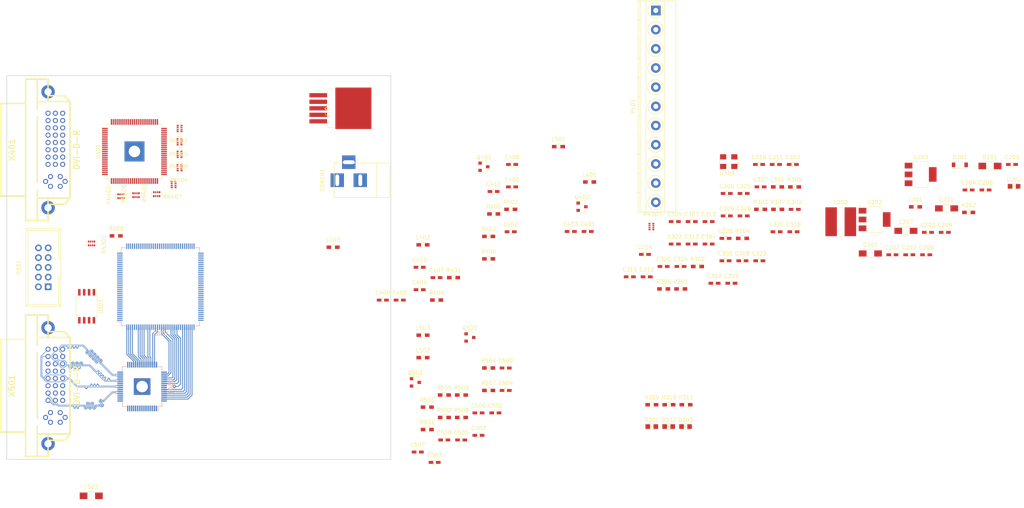
<source format=kicad_pcb>
(kicad_pcb (version 20160815) (host pcbnew "(2016-12-02 revision 54c5f6b)-master")

  (general
    (links 461)
    (no_connects 427)
    (area 19.924999 19.924999 120.075001 120.075001)
    (thickness 1.6)
    (drawings 4)
    (tracks 1482)
    (zones 0)
    (modules 128)
    (nets 241)
  )

  (page A4)
  (layers
    (0 F.Cu signal)
    (1 In1.Cu signal)
    (2 In2.Cu signal)
    (31 B.Cu signal)
    (33 F.Adhes user)
    (35 F.Paste user)
    (37 F.SilkS user)
    (39 F.Mask user)
    (40 Dwgs.User user)
    (41 Cmts.User user)
    (42 Eco1.User user)
    (43 Eco2.User user)
    (44 Edge.Cuts user)
    (45 Margin user)
    (47 F.CrtYd user)
    (49 F.Fab user)
  )

  (setup
    (last_trace_width 0.2)
    (user_trace_width 0.15)
    (user_trace_width 0.2)
    (trace_clearance 0.2)
    (zone_clearance 0.508)
    (zone_45_only no)
    (trace_min 0.15)
    (segment_width 0.2)
    (edge_width 0.15)
    (via_size 0.8)
    (via_drill 0.4)
    (via_min_size 0.4)
    (via_min_drill 0.3)
    (uvia_size 0.3)
    (uvia_drill 0.1)
    (uvias_allowed no)
    (uvia_min_size 0.2)
    (uvia_min_drill 0.1)
    (pcb_text_width 0.3)
    (pcb_text_size 1.5 1.5)
    (mod_edge_width 0.15)
    (mod_text_size 1 1)
    (mod_text_width 0.15)
    (pad_size 1.524 1.524)
    (pad_drill 0.762)
    (pad_to_mask_clearance 0.2)
    (aux_axis_origin 0 0)
    (visible_elements FFFFFF7F)
    (pcbplotparams
      (layerselection 0x00030_ffffffff)
      (usegerberextensions false)
      (excludeedgelayer true)
      (linewidth 0.100000)
      (plotframeref false)
      (viasonmask false)
      (mode 1)
      (useauxorigin false)
      (hpglpennumber 1)
      (hpglpenspeed 20)
      (hpglpendiameter 15)
      (psnegative false)
      (psa4output false)
      (plotreference true)
      (plotvalue true)
      (plotinvisibletext false)
      (padsonsilk false)
      (subtractmaskfromsilk false)
      (outputformat 1)
      (mirror false)
      (drillshape 1)
      (scaleselection 1)
      (outputdirectory ""))
  )

  (net 0 "")
  (net 1 /power/VIN)
  (net 2 GND)
  (net 3 "Net-(C202-Pad2)")
  (net 4 +2V5)
  (net 5 +3V3)
  (net 6 +1V2)
  (net 7 "Net-(C302-Pad2)")
  (net 8 +V_IO)
  (net 9 "Net-(C401-Pad1)")
  (net 10 "Net-(C402-Pad1)")
  (net 11 "Net-(C403-Pad1)")
  (net 12 /dvi_out/TVDD)
  (net 13 "Net-(C504-Pad1)")
  (net 14 "Net-(C505-Pad1)")
  (net 15 "Net-(D201-Pad1)")
  (net 16 "Net-(D202-Pad2)")
  (net 17 "Net-(F501-Pad1)")
  (net 18 +5V)
  (net 19 /GPIO0)
  (net 20 /GPIO1)
  (net 21 /GPIO2)
  (net 22 /GPIO3)
  (net 23 /GPIO4)
  (net 24 /GPIO5)
  (net 25 /GPIO6)
  (net 26 /GPIO7)
  (net 27 "Net-(P301-Pad9)")
  (net 28 "Net-(P301-Pad8)")
  (net 29 "Net-(P301-Pad7)")
  (net 30 "Net-(P301-Pad6)")
  (net 31 "Net-(P301-Pad5)")
  (net 32 "Net-(P301-Pad4)")
  (net 33 "Net-(P301-Pad3)")
  (net 34 "Net-(P301-Pad1)")
  (net 35 /dvi_in/DDCDAT_IN)
  (net 36 /dvi_in/DDCDAT)
  (net 37 /dvi_in/DDCCLK)
  (net 38 /dvi_in/DDCCLK_IN)
  (net 39 /dvi_out/DDCDAT)
  (net 40 /dvi_out/DDCCLK)
  (net 41 "Net-(R301-Pad1)")
  (net 42 "Net-(R302-Pad1)")
  (net 43 "Net-(R303-Pad1)")
  (net 44 "Net-(R304-Pad1)")
  (net 45 "Net-(R305-Pad1)")
  (net 46 "Net-(R306-Pad1)")
  (net 47 /fpga/CLK50)
  (net 48 "Net-(R307-Pad2)")
  (net 49 /dvi_out/TXCLK+)
  (net 50 "Net-(R308-Pad1)")
  (net 51 /fpga/CLKIN)
  (net 52 "Net-(R401-Pad1)")
  (net 53 /dvi_in/HOTPLUG)
  (net 54 "Net-(R501-Pad1)")
  (net 55 /dvi_out/MSEN)
  (net 56 "Net-(R503-Pad2)")
  (net 57 /dvi_out/HOTPLUG)
  (net 58 "Net-(R504-Pad1)")
  (net 59 "Net-(RN301-Pad7)")
  (net 60 "Net-(RN301-Pad6)")
  (net 61 "Net-(RN301-Pad5)")
  (net 62 "Net-(RN301-Pad8)")
  (net 63 /dvi_out/CTL1)
  (net 64 /dvi_out/DE)
  (net 65 /dvi_out/VSYNC)
  (net 66 /dvi_out/HSYNC)
  (net 67 /dvi_out/CTL2)
  (net 68 /dvi_out/CTL3)
  (net 69 "Net-(RN302-Pad3)")
  (net 70 "Net-(RN302-Pad4)")
  (net 71 "Net-(RN302-Pad8)")
  (net 72 "Net-(RN302-Pad5)")
  (net 73 "Net-(RN302-Pad6)")
  (net 74 "Net-(RN302-Pad7)")
  (net 75 /dvi_in/DE)
  (net 76 /dvi_in/VSYNC)
  (net 77 /dvi_in/HSYNC)
  (net 78 "Net-(RN401-Pad4)")
  (net 79 "Net-(RN401-Pad8)")
  (net 80 "Net-(RN401-Pad5)")
  (net 81 "Net-(RN401-Pad6)")
  (net 82 "Net-(RN401-Pad7)")
  (net 83 "Net-(RN402-Pad7)")
  (net 84 "Net-(RN402-Pad6)")
  (net 85 "Net-(RN402-Pad5)")
  (net 86 "Net-(RN402-Pad8)")
  (net 87 /dvi_in/DATI3)
  (net 88 /dvi_in/DATI2)
  (net 89 /dvi_in/DATI1)
  (net 90 /dvi_in/DATI0)
  (net 91 "Net-(RN403-Pad7)")
  (net 92 "Net-(RN403-Pad6)")
  (net 93 "Net-(RN403-Pad5)")
  (net 94 "Net-(RN403-Pad8)")
  (net 95 /dvi_in/DATI11)
  (net 96 /dvi_in/DATI10)
  (net 97 /dvi_in/DATI9)
  (net 98 /dvi_in/DATI8)
  (net 99 "Net-(RN404-Pad7)")
  (net 100 "Net-(RN404-Pad6)")
  (net 101 "Net-(RN404-Pad5)")
  (net 102 "Net-(RN404-Pad8)")
  (net 103 /dvi_in/DATI19)
  (net 104 /dvi_in/DATI18)
  (net 105 /dvi_in/DATI17)
  (net 106 /dvi_in/DATI16)
  (net 107 "Net-(RN405-Pad7)")
  (net 108 "Net-(RN405-Pad6)")
  (net 109 "Net-(RN405-Pad5)")
  (net 110 "Net-(RN405-Pad8)")
  (net 111 /dvi_in/CTL3)
  (net 112 /dvi_in/CTL2)
  (net 113 /dvi_in/CTL1)
  (net 114 "Net-(RN405-Pad1)")
  (net 115 /dvi_in/DATI4)
  (net 116 /dvi_in/DATI5)
  (net 117 /dvi_in/DATI6)
  (net 118 /dvi_in/DATI7)
  (net 119 "Net-(RN406-Pad8)")
  (net 120 "Net-(RN406-Pad5)")
  (net 121 "Net-(RN406-Pad6)")
  (net 122 "Net-(RN406-Pad7)")
  (net 123 /dvi_in/DATI12)
  (net 124 /dvi_in/DATI13)
  (net 125 /dvi_in/DATI14)
  (net 126 /dvi_in/DATI15)
  (net 127 "Net-(RN407-Pad8)")
  (net 128 "Net-(RN407-Pad5)")
  (net 129 "Net-(RN407-Pad6)")
  (net 130 "Net-(RN407-Pad7)")
  (net 131 /dvi_in/DATI20)
  (net 132 /dvi_in/DATI21)
  (net 133 /dvi_in/DATI22)
  (net 134 /dvi_in/DATI23)
  (net 135 "Net-(RN408-Pad8)")
  (net 136 "Net-(RN408-Pad5)")
  (net 137 "Net-(RN408-Pad6)")
  (net 138 "Net-(RN408-Pad7)")
  (net 139 /dvi_out/DATO4)
  (net 140 /dvi_out/DATO5)
  (net 141 /dvi_out/DATO6)
  (net 142 /dvi_out/DATO7)
  (net 143 /dvi_out/DATO12)
  (net 144 /dvi_out/DATO13)
  (net 145 /dvi_out/DATO14)
  (net 146 /dvi_out/DATO15)
  (net 147 /dvi_out/DATO20)
  (net 148 /dvi_out/DATO21)
  (net 149 /dvi_out/DATO22)
  (net 150 /dvi_out/DATO23)
  (net 151 /dvi_out/DATO3)
  (net 152 /dvi_out/DATO2)
  (net 153 /dvi_out/DATO1)
  (net 154 /dvi_out/DATO0)
  (net 155 /dvi_out/DATO11)
  (net 156 /dvi_out/DATO10)
  (net 157 /dvi_out/DATO9)
  (net 158 /dvi_out/DATO8)
  (net 159 /dvi_out/DATO19)
  (net 160 /dvi_out/DATO18)
  (net 161 /dvi_out/DATO17)
  (net 162 /dvi_out/DATO16)
  (net 163 /fpga/DCLK)
  (net 164 /fpga/ASDI)
  (net 165 /fpga/DATA)
  (net 166 /fpga/nCS)
  (net 167 "Net-(U302-Pad127)")
  (net 168 "Net-(U302-Pad67)")
  (net 169 /dvi_in/LINK_ACT)
  (net 170 "Net-(U302-Pad44)")
  (net 171 "Net-(U302-Pad34)")
  (net 172 /dvi_in/PDOWN)
  (net 173 /dvi_out/EDGE)
  (net 174 /dvi_out/DKEN)
  (net 175 "Net-(U303-Pad1)")
  (net 176 "Net-(U401-Pad96)")
  (net 177 /dvi_in/RxC-)
  (net 178 /dvi_in/RxC+)
  (net 179 /dvi_in/Rx0+)
  (net 180 /dvi_in/Rx1-)
  (net 181 /dvi_in/Rx1+)
  (net 182 /dvi_in/Rx2-)
  (net 183 /dvi_in/Rx2+)
  (net 184 "Net-(U401-Pad18)")
  (net 185 "Net-(U401-Pad77)")
  (net 186 "Net-(U401-Pad75)")
  (net 187 "Net-(U401-Pad74)")
  (net 188 "Net-(U401-Pad73)")
  (net 189 "Net-(U401-Pad72)")
  (net 190 "Net-(U401-Pad71)")
  (net 191 "Net-(U401-Pad70)")
  (net 192 "Net-(U401-Pad69)")
  (net 193 "Net-(U401-Pad66)")
  (net 194 "Net-(U401-Pad65)")
  (net 195 "Net-(U401-Pad64)")
  (net 196 "Net-(U401-Pad63)")
  (net 197 "Net-(U401-Pad62)")
  (net 198 "Net-(U401-Pad61)")
  (net 199 "Net-(U401-Pad60)")
  (net 200 "Net-(U401-Pad59)")
  (net 201 "Net-(U401-Pad56)")
  (net 202 "Net-(U401-Pad55)")
  (net 203 "Net-(U401-Pad54)")
  (net 204 "Net-(U401-Pad53)")
  (net 205 "Net-(U401-Pad52)")
  (net 206 "Net-(U401-Pad51)")
  (net 207 "Net-(U401-Pad50)")
  (net 208 "Net-(U401-Pad49)")
  (net 209 "Net-(U501-Pad56)")
  (net 210 "Net-(U501-Pad49)")
  (net 211 /dvi_out/TX2+)
  (net 212 /dvi_out/TX2-)
  (net 213 /dvi_out/TX1+)
  (net 214 /dvi_out/TX1-)
  (net 215 /dvi_out/TX0+)
  (net 216 /dvi_out/TX0-)
  (net 217 /dvi_out/TXC+)
  (net 218 /dvi_out/TXC-)
  (net 219 "Net-(X401-Pad8)")
  (net 220 "Net-(X401-Pad21)")
  (net 221 "Net-(X401-Pad20)")
  (net 222 "Net-(X401-Pad14)")
  (net 223 "Net-(X401-Pad13)")
  (net 224 "Net-(X401-Pad12)")
  (net 225 "Net-(X401-Pad5)")
  (net 226 "Net-(X401-Pad4)")
  (net 227 "Net-(X501-Pad4)")
  (net 228 "Net-(X501-Pad5)")
  (net 229 "Net-(X501-Pad12)")
  (net 230 "Net-(X501-Pad13)")
  (net 231 "Net-(X501-Pad20)")
  (net 232 "Net-(X501-Pad21)")
  (net 233 "Net-(X501-Pad8)")
  (net 234 "Net-(D301-Pad2)")
  (net 235 "Net-(D302-Pad2)")
  (net 236 "Net-(D303-Pad2)")
  (net 237 "Net-(R309-Pad1)")
  (net 238 "Net-(R310-Pad1)")
  (net 239 "Net-(R311-Pad1)")
  (net 240 /dvi_in/Rx0-)

  (net_class Default "This is the default net class."
    (clearance 0.2)
    (trace_width 0.25)
    (via_dia 0.8)
    (via_drill 0.4)
    (uvia_dia 0.3)
    (uvia_drill 0.1)
    (diff_pair_gap 0.25)
    (diff_pair_width 0.2)
    (add_net +1V2)
    (add_net +2V5)
    (add_net +3V3)
    (add_net +5V)
    (add_net +V_IO)
    (add_net /GPIO0)
    (add_net /GPIO1)
    (add_net /GPIO2)
    (add_net /GPIO3)
    (add_net /GPIO4)
    (add_net /GPIO5)
    (add_net /GPIO6)
    (add_net /GPIO7)
    (add_net /dvi_in/CTL1)
    (add_net /dvi_in/CTL2)
    (add_net /dvi_in/CTL3)
    (add_net /dvi_in/DATI0)
    (add_net /dvi_in/DATI1)
    (add_net /dvi_in/DATI10)
    (add_net /dvi_in/DATI11)
    (add_net /dvi_in/DATI12)
    (add_net /dvi_in/DATI13)
    (add_net /dvi_in/DATI14)
    (add_net /dvi_in/DATI15)
    (add_net /dvi_in/DATI16)
    (add_net /dvi_in/DATI17)
    (add_net /dvi_in/DATI18)
    (add_net /dvi_in/DATI19)
    (add_net /dvi_in/DATI2)
    (add_net /dvi_in/DATI20)
    (add_net /dvi_in/DATI21)
    (add_net /dvi_in/DATI22)
    (add_net /dvi_in/DATI23)
    (add_net /dvi_in/DATI3)
    (add_net /dvi_in/DATI4)
    (add_net /dvi_in/DATI5)
    (add_net /dvi_in/DATI6)
    (add_net /dvi_in/DATI7)
    (add_net /dvi_in/DATI8)
    (add_net /dvi_in/DATI9)
    (add_net /dvi_in/DDCCLK)
    (add_net /dvi_in/DDCCLK_IN)
    (add_net /dvi_in/DDCDAT)
    (add_net /dvi_in/DDCDAT_IN)
    (add_net /dvi_in/DE)
    (add_net /dvi_in/HOTPLUG)
    (add_net /dvi_in/HSYNC)
    (add_net /dvi_in/LINK_ACT)
    (add_net /dvi_in/PDOWN)
    (add_net /dvi_in/Rx0+)
    (add_net /dvi_in/Rx0-)
    (add_net /dvi_in/Rx1+)
    (add_net /dvi_in/Rx1-)
    (add_net /dvi_in/Rx2+)
    (add_net /dvi_in/Rx2-)
    (add_net /dvi_in/RxC+)
    (add_net /dvi_in/RxC-)
    (add_net /dvi_in/VSYNC)
    (add_net /dvi_out/CTL1)
    (add_net /dvi_out/CTL2)
    (add_net /dvi_out/CTL3)
    (add_net /dvi_out/DATO0)
    (add_net /dvi_out/DATO1)
    (add_net /dvi_out/DATO10)
    (add_net /dvi_out/DATO11)
    (add_net /dvi_out/DATO12)
    (add_net /dvi_out/DATO13)
    (add_net /dvi_out/DATO14)
    (add_net /dvi_out/DATO15)
    (add_net /dvi_out/DATO16)
    (add_net /dvi_out/DATO17)
    (add_net /dvi_out/DATO18)
    (add_net /dvi_out/DATO19)
    (add_net /dvi_out/DATO2)
    (add_net /dvi_out/DATO20)
    (add_net /dvi_out/DATO21)
    (add_net /dvi_out/DATO22)
    (add_net /dvi_out/DATO23)
    (add_net /dvi_out/DATO3)
    (add_net /dvi_out/DATO4)
    (add_net /dvi_out/DATO5)
    (add_net /dvi_out/DATO6)
    (add_net /dvi_out/DATO7)
    (add_net /dvi_out/DATO8)
    (add_net /dvi_out/DATO9)
    (add_net /dvi_out/DDCCLK)
    (add_net /dvi_out/DDCDAT)
    (add_net /dvi_out/DE)
    (add_net /dvi_out/DKEN)
    (add_net /dvi_out/EDGE)
    (add_net /dvi_out/HOTPLUG)
    (add_net /dvi_out/HSYNC)
    (add_net /dvi_out/MSEN)
    (add_net /dvi_out/TVDD)
    (add_net /dvi_out/TX0+)
    (add_net /dvi_out/TX0-)
    (add_net /dvi_out/TX1+)
    (add_net /dvi_out/TX1-)
    (add_net /dvi_out/TX2+)
    (add_net /dvi_out/TX2-)
    (add_net /dvi_out/TXC+)
    (add_net /dvi_out/TXC-)
    (add_net /dvi_out/TXCLK+)
    (add_net /dvi_out/VSYNC)
    (add_net /fpga/ASDI)
    (add_net /fpga/CLK50)
    (add_net /fpga/CLKIN)
    (add_net /fpga/DATA)
    (add_net /fpga/DCLK)
    (add_net /fpga/nCS)
    (add_net /power/VIN)
    (add_net GND)
    (add_net "Net-(C202-Pad2)")
    (add_net "Net-(C302-Pad2)")
    (add_net "Net-(C401-Pad1)")
    (add_net "Net-(C402-Pad1)")
    (add_net "Net-(C403-Pad1)")
    (add_net "Net-(C504-Pad1)")
    (add_net "Net-(C505-Pad1)")
    (add_net "Net-(D201-Pad1)")
    (add_net "Net-(D202-Pad2)")
    (add_net "Net-(D301-Pad2)")
    (add_net "Net-(D302-Pad2)")
    (add_net "Net-(D303-Pad2)")
    (add_net "Net-(F501-Pad1)")
    (add_net "Net-(P301-Pad1)")
    (add_net "Net-(P301-Pad3)")
    (add_net "Net-(P301-Pad4)")
    (add_net "Net-(P301-Pad5)")
    (add_net "Net-(P301-Pad6)")
    (add_net "Net-(P301-Pad7)")
    (add_net "Net-(P301-Pad8)")
    (add_net "Net-(P301-Pad9)")
    (add_net "Net-(R301-Pad1)")
    (add_net "Net-(R302-Pad1)")
    (add_net "Net-(R303-Pad1)")
    (add_net "Net-(R304-Pad1)")
    (add_net "Net-(R305-Pad1)")
    (add_net "Net-(R306-Pad1)")
    (add_net "Net-(R307-Pad2)")
    (add_net "Net-(R308-Pad1)")
    (add_net "Net-(R309-Pad1)")
    (add_net "Net-(R310-Pad1)")
    (add_net "Net-(R311-Pad1)")
    (add_net "Net-(R401-Pad1)")
    (add_net "Net-(R501-Pad1)")
    (add_net "Net-(R503-Pad2)")
    (add_net "Net-(R504-Pad1)")
    (add_net "Net-(RN301-Pad5)")
    (add_net "Net-(RN301-Pad6)")
    (add_net "Net-(RN301-Pad7)")
    (add_net "Net-(RN301-Pad8)")
    (add_net "Net-(RN302-Pad3)")
    (add_net "Net-(RN302-Pad4)")
    (add_net "Net-(RN302-Pad5)")
    (add_net "Net-(RN302-Pad6)")
    (add_net "Net-(RN302-Pad7)")
    (add_net "Net-(RN302-Pad8)")
    (add_net "Net-(RN401-Pad4)")
    (add_net "Net-(RN401-Pad5)")
    (add_net "Net-(RN401-Pad6)")
    (add_net "Net-(RN401-Pad7)")
    (add_net "Net-(RN401-Pad8)")
    (add_net "Net-(RN402-Pad5)")
    (add_net "Net-(RN402-Pad6)")
    (add_net "Net-(RN402-Pad7)")
    (add_net "Net-(RN402-Pad8)")
    (add_net "Net-(RN403-Pad5)")
    (add_net "Net-(RN403-Pad6)")
    (add_net "Net-(RN403-Pad7)")
    (add_net "Net-(RN403-Pad8)")
    (add_net "Net-(RN404-Pad5)")
    (add_net "Net-(RN404-Pad6)")
    (add_net "Net-(RN404-Pad7)")
    (add_net "Net-(RN404-Pad8)")
    (add_net "Net-(RN405-Pad1)")
    (add_net "Net-(RN405-Pad5)")
    (add_net "Net-(RN405-Pad6)")
    (add_net "Net-(RN405-Pad7)")
    (add_net "Net-(RN405-Pad8)")
    (add_net "Net-(RN406-Pad5)")
    (add_net "Net-(RN406-Pad6)")
    (add_net "Net-(RN406-Pad7)")
    (add_net "Net-(RN406-Pad8)")
    (add_net "Net-(RN407-Pad5)")
    (add_net "Net-(RN407-Pad6)")
    (add_net "Net-(RN407-Pad7)")
    (add_net "Net-(RN407-Pad8)")
    (add_net "Net-(RN408-Pad5)")
    (add_net "Net-(RN408-Pad6)")
    (add_net "Net-(RN408-Pad7)")
    (add_net "Net-(RN408-Pad8)")
    (add_net "Net-(U302-Pad127)")
    (add_net "Net-(U302-Pad34)")
    (add_net "Net-(U302-Pad44)")
    (add_net "Net-(U302-Pad67)")
    (add_net "Net-(U303-Pad1)")
    (add_net "Net-(U401-Pad18)")
    (add_net "Net-(U401-Pad49)")
    (add_net "Net-(U401-Pad50)")
    (add_net "Net-(U401-Pad51)")
    (add_net "Net-(U401-Pad52)")
    (add_net "Net-(U401-Pad53)")
    (add_net "Net-(U401-Pad54)")
    (add_net "Net-(U401-Pad55)")
    (add_net "Net-(U401-Pad56)")
    (add_net "Net-(U401-Pad59)")
    (add_net "Net-(U401-Pad60)")
    (add_net "Net-(U401-Pad61)")
    (add_net "Net-(U401-Pad62)")
    (add_net "Net-(U401-Pad63)")
    (add_net "Net-(U401-Pad64)")
    (add_net "Net-(U401-Pad65)")
    (add_net "Net-(U401-Pad66)")
    (add_net "Net-(U401-Pad69)")
    (add_net "Net-(U401-Pad70)")
    (add_net "Net-(U401-Pad71)")
    (add_net "Net-(U401-Pad72)")
    (add_net "Net-(U401-Pad73)")
    (add_net "Net-(U401-Pad74)")
    (add_net "Net-(U401-Pad75)")
    (add_net "Net-(U401-Pad77)")
    (add_net "Net-(U401-Pad96)")
    (add_net "Net-(U501-Pad49)")
    (add_net "Net-(U501-Pad56)")
    (add_net "Net-(X401-Pad12)")
    (add_net "Net-(X401-Pad13)")
    (add_net "Net-(X401-Pad14)")
    (add_net "Net-(X401-Pad20)")
    (add_net "Net-(X401-Pad21)")
    (add_net "Net-(X401-Pad4)")
    (add_net "Net-(X401-Pad5)")
    (add_net "Net-(X401-Pad8)")
    (add_net "Net-(X501-Pad12)")
    (add_net "Net-(X501-Pad13)")
    (add_net "Net-(X501-Pad20)")
    (add_net "Net-(X501-Pad21)")
    (add_net "Net-(X501-Pad4)")
    (add_net "Net-(X501-Pad5)")
    (add_net "Net-(X501-Pad8)")
  )

  (module dvi:dvi (layer F.Cu) (tedit 0) (tstamp 584DB9AE)
    (at 27.448 100.81 270)
    (descr "DVI connector, Tyco P/N 1-1734147-1")
    (path /583BE4A7/5847F98E)
    (fp_text reference X501 (at 0 6.10108 270) (layer F.SilkS)
      (effects (font (thickness 0.3048)))
    )
    (fp_text value DVI-D-R (at 0 -10.795 270) (layer F.SilkS)
      (effects (font (thickness 0.3048)))
    )
    (fp_line (start -12.573 -9.017) (end -14.097 -7.493) (layer F.SilkS) (width 0.381))
    (fp_line (start -14.097 -7.493) (end -14.097 -3.302) (layer F.SilkS) (width 0.381))
    (fp_line (start 14.224 -7.62) (end 14.224 -3.302) (layer F.SilkS) (width 0.381))
    (fp_line (start 12.573 -9.017) (end 14.224 -7.62) (layer F.SilkS) (width 0.381))
    (fp_line (start -12.573 -9.017) (end -12.573 -0.508) (layer F.SilkS) (width 0.381))
    (fp_line (start 12.573 -9.017) (end 12.573 -0.508) (layer F.SilkS) (width 0.381))
    (fp_line (start -18.415 -0.508) (end -18.415 -3.302) (layer F.SilkS) (width 0.381))
    (fp_line (start -18.415 -3.302) (end -12.573 -3.302) (layer F.SilkS) (width 0.381))
    (fp_line (start 18.415 -0.508) (end 18.415 -3.302) (layer F.SilkS) (width 0.381))
    (fp_line (start 18.415 -3.302) (end 12.573 -3.302) (layer F.SilkS) (width 0.381))
    (fp_line (start 18.415 -0.508) (end 18.415 2.54) (layer F.SilkS) (width 0.381))
    (fp_line (start -18.415 -0.508) (end -18.415 2.54) (layer F.SilkS) (width 0.381))
    (fp_line (start -18.415 -0.508) (end 18.415 -0.508) (layer F.SilkS) (width 0.381))
    (fp_line (start -12.573 -9.017) (end 12.573 -9.017) (layer F.SilkS) (width 0.381))
    (fp_line (start -12.065 9.017) (end 12.065 9.017) (layer F.SilkS) (width 0.381))
    (fp_line (start 12.065 9.017) (end 12.065 2.54) (layer F.SilkS) (width 0.381))
    (fp_line (start -12.065 9.017) (end -12.065 2.54) (layer F.SilkS) (width 0.381))
    (fp_line (start -18.415 2.54) (end 18.415 2.54) (layer F.SilkS) (width 0.381))
    (pad "" thru_hole circle (at 15.11046 -3.302 270) (size 3.50012 3.50012) (drill 1.89992) (layers *.Cu *.Mask))
    (pad 3 thru_hole circle (at -5.715 -7.112 270) (size 1.30048 1.30048) (drill 0.8001) (layers *.Cu *.Mask)
      (net 2 GND))
    (pad 2 thru_hole circle (at -7.62 -7.112 270) (size 1.30048 1.30048) (drill 0.8001) (layers *.Cu *.Mask)
      (net 211 /dvi_out/TX2+))
    (pad 1 thru_hole circle (at -9.525 -7.112 270) (size 1.30048 1.30048) (drill 0.8001) (layers *.Cu *.Mask)
      (net 212 /dvi_out/TX2-))
    (pad 4 thru_hole circle (at -3.81 -7.112 270) (size 1.30048 1.30048) (drill 0.8001) (layers *.Cu *.Mask)
      (net 227 "Net-(X501-Pad4)"))
    (pad 5 thru_hole circle (at -1.905 -7.112 270) (size 1.30048 1.30048) (drill 0.8001) (layers *.Cu *.Mask)
      (net 228 "Net-(X501-Pad5)"))
    (pad 9 thru_hole circle (at -9.525 -5.207 270) (size 1.30048 1.30048) (drill 0.8001) (layers *.Cu *.Mask)
      (net 214 /dvi_out/TX1-))
    (pad 7 thru_hole circle (at 1.905 -7.112 270) (size 1.30048 1.30048) (drill 0.8001) (layers *.Cu *.Mask)
      (net 39 /dvi_out/DDCDAT))
    (pad 6 thru_hole circle (at 0 -7.112 270) (size 1.30048 1.30048) (drill 0.8001) (layers *.Cu *.Mask)
      (net 40 /dvi_out/DDCCLK))
    (pad "" thru_hole circle (at -15.11046 -3.302 270) (size 3.50012 3.50012) (drill 1.89992) (layers *.Cu *.Mask))
    (pad 10 thru_hole circle (at -7.62 -5.207 270) (size 1.30048 1.30048) (drill 0.8001) (layers *.Cu *.Mask)
      (net 213 /dvi_out/TX1+))
    (pad 11 thru_hole circle (at -5.715 -5.207 270) (size 1.30048 1.30048) (drill 0.8001) (layers *.Cu *.Mask)
      (net 2 GND))
    (pad 12 thru_hole circle (at -3.81 -5.207 270) (size 1.30048 1.30048) (drill 0.8001) (layers *.Cu *.Mask)
      (net 229 "Net-(X501-Pad12)"))
    (pad 13 thru_hole circle (at -1.905 -5.207 270) (size 1.30048 1.30048) (drill 0.8001) (layers *.Cu *.Mask)
      (net 230 "Net-(X501-Pad13)"))
    (pad 14 thru_hole circle (at 0 -5.207 270) (size 1.30048 1.30048) (drill 0.8001) (layers *.Cu *.Mask)
      (net 17 "Net-(F501-Pad1)"))
    (pad 15 thru_hole circle (at 1.905 -5.207 270) (size 1.30048 1.30048) (drill 0.8001) (layers *.Cu *.Mask)
      (net 2 GND))
    (pad 16 thru_hole circle (at 3.81 -5.207 270) (size 1.30048 1.30048) (drill 0.8001) (layers *.Cu *.Mask)
      (net 58 "Net-(R504-Pad1)"))
    (pad 17 thru_hole circle (at -9.525 -3.302 270) (size 1.30048 1.30048) (drill 0.8001) (layers *.Cu *.Mask)
      (net 216 /dvi_out/TX0-))
    (pad 18 thru_hole circle (at -7.62 -3.302 270) (size 1.30048 1.30048) (drill 0.8001) (layers *.Cu *.Mask)
      (net 215 /dvi_out/TX0+))
    (pad 19 thru_hole circle (at -5.715 -3.302 270) (size 1.30048 1.30048) (drill 0.8001) (layers *.Cu *.Mask)
      (net 2 GND))
    (pad 20 thru_hole circle (at -3.81 -3.302 270) (size 1.30048 1.30048) (drill 0.8001) (layers *.Cu *.Mask)
      (net 231 "Net-(X501-Pad20)"))
    (pad 21 thru_hole circle (at -1.905 -3.302 270) (size 1.30048 1.30048) (drill 0.8001) (layers *.Cu *.Mask)
      (net 232 "Net-(X501-Pad21)"))
    (pad 22 thru_hole circle (at 0 -3.302 270) (size 1.30048 1.30048) (drill 0.8001) (layers *.Cu *.Mask)
      (net 2 GND))
    (pad 23 thru_hole circle (at 1.905 -3.302 270) (size 1.30048 1.30048) (drill 0.8001) (layers *.Cu *.Mask)
      (net 217 /dvi_out/TXC+))
    (pad 24 thru_hole circle (at 3.81 -3.302 270) (size 1.30048 1.30048) (drill 0.8001) (layers *.Cu *.Mask)
      (net 218 /dvi_out/TXC-))
    (pad 8 thru_hole circle (at 3.81 -7.112 270) (size 1.30048 1.30048) (drill 0.8001) (layers *.Cu *.Mask)
      (net 233 "Net-(X501-Pad8)"))
    (pad C2 thru_hole circle (at 9.525 -6.477 270) (size 1.30048 1.30048) (drill 0.8001) (layers *.Cu *.Mask))
    (pad C1 thru_hole circle (at 6.985 -6.477 270) (size 1.30048 1.30048) (drill 0.8001) (layers *.Cu *.Mask))
    (pad C3 thru_hole circle (at 6.985 -3.937 270) (size 1.30048 1.30048) (drill 0.8001) (layers *.Cu *.Mask))
    (pad C4 thru_hole circle (at 9.525 -3.937 270) (size 1.30048 1.30048) (drill 0.8001) (layers *.Cu *.Mask))
    (pad C5 thru_hole circle (at 8.255 -7.747 270) (size 1.30048 1.30048) (drill 0.8001) (layers *.Cu *.Mask))
    (pad C5 thru_hole circle (at 8.255 -2.667 270) (size 1.30048 1.30048) (drill 0.8001) (layers *.Cu *.Mask))
    (pad "" np_thru_hole circle (at -9.525 -0.00254 270) (size 1.99898 1.99898) (drill 1.99898) (layers *.Cu))
    (pad "" np_thru_hole circle (at 9.525 -0.00254 270) (size 1.99898 1.99898) (drill 1.99898) (layers *.Cu))
    (model walter/conn_pc/dvi.wrl
      (at (xyz 0 0 0))
      (scale (xyz 1 1 1))
      (rotate (xyz 0 0 0))
    )
  )

  (module Capacitors_SMD:C_1206_HandSoldering (layer F.Cu) (tedit 541A9C03) (tstamp 584DB4BE)
    (at 244.864777 66.336568)
    (descr "Capacitor SMD 1206, hand soldering")
    (tags "capacitor 1206")
    (path /5839A46D/5839CFD0)
    (attr smd)
    (fp_text reference C201 (at 0 -2.3) (layer F.SilkS)
      (effects (font (size 1 1) (thickness 0.15)))
    )
    (fp_text value 100u (at 0 2.3) (layer F.Fab)
      (effects (font (size 1 1) (thickness 0.15)))
    )
    (fp_line (start -1.6 0.8) (end -1.6 -0.8) (layer F.Fab) (width 0.15))
    (fp_line (start 1.6 0.8) (end -1.6 0.8) (layer F.Fab) (width 0.15))
    (fp_line (start 1.6 -0.8) (end 1.6 0.8) (layer F.Fab) (width 0.15))
    (fp_line (start -1.6 -0.8) (end 1.6 -0.8) (layer F.Fab) (width 0.15))
    (fp_line (start -3.3 -1.15) (end 3.3 -1.15) (layer F.CrtYd) (width 0.05))
    (fp_line (start -3.3 1.15) (end 3.3 1.15) (layer F.CrtYd) (width 0.05))
    (fp_line (start -3.3 -1.15) (end -3.3 1.15) (layer F.CrtYd) (width 0.05))
    (fp_line (start 3.3 -1.15) (end 3.3 1.15) (layer F.CrtYd) (width 0.05))
    (fp_line (start 1 -1.025) (end -1 -1.025) (layer F.SilkS) (width 0.15))
    (fp_line (start -1 1.025) (end 1 1.025) (layer F.SilkS) (width 0.15))
    (pad 1 smd rect (at -2 0) (size 2 1.6) (layers F.Cu F.Paste F.Mask)
      (net 1 /power/VIN))
    (pad 2 smd rect (at 2 0) (size 2 1.6) (layers F.Cu F.Paste F.Mask)
      (net 2 GND))
    (model Capacitors_SMD.3dshapes/C_1206_HandSoldering.wrl
      (at (xyz 0 0 0))
      (scale (xyz 1 1 1))
      (rotate (xyz 0 0 0))
    )
  )

  (module Capacitors_SMD:C_0603_HandSoldering (layer F.Cu) (tedit 541A9B4D) (tstamp 584DB4C4)
    (at 250.593347 66.686568)
    (descr "Capacitor SMD 0603, hand soldering")
    (tags "capacitor 0603")
    (path /5839A46D/5839CF57)
    (attr smd)
    (fp_text reference C202 (at 0 -1.9) (layer F.SilkS)
      (effects (font (size 1 1) (thickness 0.15)))
    )
    (fp_text value 100n (at 0 1.9) (layer F.Fab)
      (effects (font (size 1 1) (thickness 0.15)))
    )
    (fp_line (start 0.35 0.6) (end -0.35 0.6) (layer F.SilkS) (width 0.15))
    (fp_line (start -0.35 -0.6) (end 0.35 -0.6) (layer F.SilkS) (width 0.15))
    (fp_line (start 1.85 -0.75) (end 1.85 0.75) (layer F.CrtYd) (width 0.05))
    (fp_line (start -1.85 -0.75) (end -1.85 0.75) (layer F.CrtYd) (width 0.05))
    (fp_line (start -1.85 0.75) (end 1.85 0.75) (layer F.CrtYd) (width 0.05))
    (fp_line (start -1.85 -0.75) (end 1.85 -0.75) (layer F.CrtYd) (width 0.05))
    (fp_line (start -0.8 -0.4) (end 0.8 -0.4) (layer F.Fab) (width 0.15))
    (fp_line (start 0.8 -0.4) (end 0.8 0.4) (layer F.Fab) (width 0.15))
    (fp_line (start 0.8 0.4) (end -0.8 0.4) (layer F.Fab) (width 0.15))
    (fp_line (start -0.8 0.4) (end -0.8 -0.4) (layer F.Fab) (width 0.15))
    (pad 2 smd rect (at 0.95 0) (size 1.2 0.75) (layers F.Cu F.Paste F.Mask)
      (net 3 "Net-(C202-Pad2)"))
    (pad 1 smd rect (at -0.95 0) (size 1.2 0.75) (layers F.Cu F.Paste F.Mask)
      (net 2 GND))
    (model Capacitors_SMD.3dshapes/C_0603_HandSoldering.wrl
      (at (xyz 0 0 0))
      (scale (xyz 1 1 1))
      (rotate (xyz 0 0 0))
    )
  )

  (module Capacitors_SMD:C_0603_HandSoldering (layer F.Cu) (tedit 541A9B4D) (tstamp 584DB4CA)
    (at 259.843347 60.836568)
    (descr "Capacitor SMD 0603, hand soldering")
    (tags "capacitor 0603")
    (path /5839A46D/583A1362)
    (attr smd)
    (fp_text reference C203 (at 0 -1.9) (layer F.SilkS)
      (effects (font (size 1 1) (thickness 0.15)))
    )
    (fp_text value 100n (at 0 1.9) (layer F.Fab)
      (effects (font (size 1 1) (thickness 0.15)))
    )
    (fp_line (start -0.8 0.4) (end -0.8 -0.4) (layer F.Fab) (width 0.15))
    (fp_line (start 0.8 0.4) (end -0.8 0.4) (layer F.Fab) (width 0.15))
    (fp_line (start 0.8 -0.4) (end 0.8 0.4) (layer F.Fab) (width 0.15))
    (fp_line (start -0.8 -0.4) (end 0.8 -0.4) (layer F.Fab) (width 0.15))
    (fp_line (start -1.85 -0.75) (end 1.85 -0.75) (layer F.CrtYd) (width 0.05))
    (fp_line (start -1.85 0.75) (end 1.85 0.75) (layer F.CrtYd) (width 0.05))
    (fp_line (start -1.85 -0.75) (end -1.85 0.75) (layer F.CrtYd) (width 0.05))
    (fp_line (start 1.85 -0.75) (end 1.85 0.75) (layer F.CrtYd) (width 0.05))
    (fp_line (start -0.35 -0.6) (end 0.35 -0.6) (layer F.SilkS) (width 0.15))
    (fp_line (start 0.35 0.6) (end -0.35 0.6) (layer F.SilkS) (width 0.15))
    (pad 1 smd rect (at -0.95 0) (size 1.2 0.75) (layers F.Cu F.Paste F.Mask)
      (net 3 "Net-(C202-Pad2)"))
    (pad 2 smd rect (at 0.95 0) (size 1.2 0.75) (layers F.Cu F.Paste F.Mask)
      (net 2 GND))
    (model Capacitors_SMD.3dshapes/C_0603_HandSoldering.wrl
      (at (xyz 0 0 0))
      (scale (xyz 1 1 1))
      (rotate (xyz 0 0 0))
    )
  )

  (module Capacitors_SMD:C_0603_HandSoldering (layer F.Cu) (tedit 541A9B4D) (tstamp 584DB4D0)
    (at 270.433347 49.786568)
    (descr "Capacitor SMD 0603, hand soldering")
    (tags "capacitor 0603")
    (path /5839A46D/583A12DF)
    (attr smd)
    (fp_text reference C204 (at 0 -1.9) (layer F.SilkS)
      (effects (font (size 1 1) (thickness 0.15)))
    )
    (fp_text value 100n (at 0 1.9) (layer F.Fab)
      (effects (font (size 1 1) (thickness 0.15)))
    )
    (fp_line (start 0.35 0.6) (end -0.35 0.6) (layer F.SilkS) (width 0.15))
    (fp_line (start -0.35 -0.6) (end 0.35 -0.6) (layer F.SilkS) (width 0.15))
    (fp_line (start 1.85 -0.75) (end 1.85 0.75) (layer F.CrtYd) (width 0.05))
    (fp_line (start -1.85 -0.75) (end -1.85 0.75) (layer F.CrtYd) (width 0.05))
    (fp_line (start -1.85 0.75) (end 1.85 0.75) (layer F.CrtYd) (width 0.05))
    (fp_line (start -1.85 -0.75) (end 1.85 -0.75) (layer F.CrtYd) (width 0.05))
    (fp_line (start -0.8 -0.4) (end 0.8 -0.4) (layer F.Fab) (width 0.15))
    (fp_line (start 0.8 -0.4) (end 0.8 0.4) (layer F.Fab) (width 0.15))
    (fp_line (start 0.8 0.4) (end -0.8 0.4) (layer F.Fab) (width 0.15))
    (fp_line (start -0.8 0.4) (end -0.8 -0.4) (layer F.Fab) (width 0.15))
    (pad 2 smd rect (at 0.95 0) (size 1.2 0.75) (layers F.Cu F.Paste F.Mask)
      (net 2 GND))
    (pad 1 smd rect (at -0.95 0) (size 1.2 0.75) (layers F.Cu F.Paste F.Mask)
      (net 4 +2V5))
    (model Capacitors_SMD.3dshapes/C_0603_HandSoldering.wrl
      (at (xyz 0 0 0))
      (scale (xyz 1 1 1))
      (rotate (xyz 0 0 0))
    )
  )

  (module Capacitors_SMD:C_0603_HandSoldering (layer F.Cu) (tedit 541A9B4D) (tstamp 584DB4D6)
    (at 281.733347 43.136568)
    (descr "Capacitor SMD 0603, hand soldering")
    (tags "capacitor 0603")
    (path /5839A46D/583A189E)
    (attr smd)
    (fp_text reference C205 (at 0 -1.9) (layer F.SilkS)
      (effects (font (size 1 1) (thickness 0.15)))
    )
    (fp_text value 10u (at 0 1.9) (layer F.Fab)
      (effects (font (size 1 1) (thickness 0.15)))
    )
    (fp_line (start -0.8 0.4) (end -0.8 -0.4) (layer F.Fab) (width 0.15))
    (fp_line (start 0.8 0.4) (end -0.8 0.4) (layer F.Fab) (width 0.15))
    (fp_line (start 0.8 -0.4) (end 0.8 0.4) (layer F.Fab) (width 0.15))
    (fp_line (start -0.8 -0.4) (end 0.8 -0.4) (layer F.Fab) (width 0.15))
    (fp_line (start -1.85 -0.75) (end 1.85 -0.75) (layer F.CrtYd) (width 0.05))
    (fp_line (start -1.85 0.75) (end 1.85 0.75) (layer F.CrtYd) (width 0.05))
    (fp_line (start -1.85 -0.75) (end -1.85 0.75) (layer F.CrtYd) (width 0.05))
    (fp_line (start 1.85 -0.75) (end 1.85 0.75) (layer F.CrtYd) (width 0.05))
    (fp_line (start -0.35 -0.6) (end 0.35 -0.6) (layer F.SilkS) (width 0.15))
    (fp_line (start 0.35 0.6) (end -0.35 0.6) (layer F.SilkS) (width 0.15))
    (pad 1 smd rect (at -0.95 0) (size 1.2 0.75) (layers F.Cu F.Paste F.Mask)
      (net 4 +2V5))
    (pad 2 smd rect (at 0.95 0) (size 1.2 0.75) (layers F.Cu F.Paste F.Mask)
      (net 2 GND))
    (model Capacitors_SMD.3dshapes/C_0603_HandSoldering.wrl
      (at (xyz 0 0 0))
      (scale (xyz 1 1 1))
      (rotate (xyz 0 0 0))
    )
  )

  (module Capacitors_SMD:C_0603_HandSoldering (layer F.Cu) (tedit 541A9B4D) (tstamp 584DB4DC)
    (at 274.833347 49.786568)
    (descr "Capacitor SMD 0603, hand soldering")
    (tags "capacitor 0603")
    (path /5839A46D/5839CB13)
    (attr smd)
    (fp_text reference C206 (at 0 -1.9) (layer F.SilkS)
      (effects (font (size 1 1) (thickness 0.15)))
    )
    (fp_text value 100n (at 0 1.9) (layer F.Fab)
      (effects (font (size 1 1) (thickness 0.15)))
    )
    (fp_line (start -0.8 0.4) (end -0.8 -0.4) (layer F.Fab) (width 0.15))
    (fp_line (start 0.8 0.4) (end -0.8 0.4) (layer F.Fab) (width 0.15))
    (fp_line (start 0.8 -0.4) (end 0.8 0.4) (layer F.Fab) (width 0.15))
    (fp_line (start -0.8 -0.4) (end 0.8 -0.4) (layer F.Fab) (width 0.15))
    (fp_line (start -1.85 -0.75) (end 1.85 -0.75) (layer F.CrtYd) (width 0.05))
    (fp_line (start -1.85 0.75) (end 1.85 0.75) (layer F.CrtYd) (width 0.05))
    (fp_line (start -1.85 -0.75) (end -1.85 0.75) (layer F.CrtYd) (width 0.05))
    (fp_line (start 1.85 -0.75) (end 1.85 0.75) (layer F.CrtYd) (width 0.05))
    (fp_line (start -0.35 -0.6) (end 0.35 -0.6) (layer F.SilkS) (width 0.15))
    (fp_line (start 0.35 0.6) (end -0.35 0.6) (layer F.SilkS) (width 0.15))
    (pad 1 smd rect (at -0.95 0) (size 1.2 0.75) (layers F.Cu F.Paste F.Mask)
      (net 2 GND))
    (pad 2 smd rect (at 0.95 0) (size 1.2 0.75) (layers F.Cu F.Paste F.Mask)
      (net 5 +3V3))
    (model Capacitors_SMD.3dshapes/C_0603_HandSoldering.wrl
      (at (xyz 0 0 0))
      (scale (xyz 1 1 1))
      (rotate (xyz 0 0 0))
    )
  )

  (module Capacitors_SMD:C_1206_HandSoldering (layer F.Cu) (tedit 541A9C03) (tstamp 584DB4E2)
    (at 254.114777 60.436568)
    (descr "Capacitor SMD 1206, hand soldering")
    (tags "capacitor 1206")
    (path /5839A46D/5839CB5E)
    (attr smd)
    (fp_text reference C207 (at 0 -2.3) (layer F.SilkS)
      (effects (font (size 1 1) (thickness 0.15)))
    )
    (fp_text value 100u (at 0 2.3) (layer F.Fab)
      (effects (font (size 1 1) (thickness 0.15)))
    )
    (fp_line (start -1 1.025) (end 1 1.025) (layer F.SilkS) (width 0.15))
    (fp_line (start 1 -1.025) (end -1 -1.025) (layer F.SilkS) (width 0.15))
    (fp_line (start 3.3 -1.15) (end 3.3 1.15) (layer F.CrtYd) (width 0.05))
    (fp_line (start -3.3 -1.15) (end -3.3 1.15) (layer F.CrtYd) (width 0.05))
    (fp_line (start -3.3 1.15) (end 3.3 1.15) (layer F.CrtYd) (width 0.05))
    (fp_line (start -3.3 -1.15) (end 3.3 -1.15) (layer F.CrtYd) (width 0.05))
    (fp_line (start -1.6 -0.8) (end 1.6 -0.8) (layer F.Fab) (width 0.15))
    (fp_line (start 1.6 -0.8) (end 1.6 0.8) (layer F.Fab) (width 0.15))
    (fp_line (start 1.6 0.8) (end -1.6 0.8) (layer F.Fab) (width 0.15))
    (fp_line (start -1.6 0.8) (end -1.6 -0.8) (layer F.Fab) (width 0.15))
    (pad 2 smd rect (at 2 0) (size 2 1.6) (layers F.Cu F.Paste F.Mask)
      (net 2 GND))
    (pad 1 smd rect (at -2 0) (size 2 1.6) (layers F.Cu F.Paste F.Mask)
      (net 5 +3V3))
    (model Capacitors_SMD.3dshapes/C_1206_HandSoldering.wrl
      (at (xyz 0 0 0))
      (scale (xyz 1 1 1))
      (rotate (xyz 0 0 0))
    )
  )

  (module Capacitors_SMD:C_0603_HandSoldering (layer F.Cu) (tedit 541A9B4D) (tstamp 584DB4E8)
    (at 264.243347 60.836568)
    (descr "Capacitor SMD 0603, hand soldering")
    (tags "capacitor 0603")
    (path /5839A46D/583B5E87)
    (attr smd)
    (fp_text reference C208 (at 0 -1.9) (layer F.SilkS)
      (effects (font (size 1 1) (thickness 0.15)))
    )
    (fp_text value 10u (at 0 1.9) (layer F.Fab)
      (effects (font (size 1 1) (thickness 0.15)))
    )
    (fp_line (start 0.35 0.6) (end -0.35 0.6) (layer F.SilkS) (width 0.15))
    (fp_line (start -0.35 -0.6) (end 0.35 -0.6) (layer F.SilkS) (width 0.15))
    (fp_line (start 1.85 -0.75) (end 1.85 0.75) (layer F.CrtYd) (width 0.05))
    (fp_line (start -1.85 -0.75) (end -1.85 0.75) (layer F.CrtYd) (width 0.05))
    (fp_line (start -1.85 0.75) (end 1.85 0.75) (layer F.CrtYd) (width 0.05))
    (fp_line (start -1.85 -0.75) (end 1.85 -0.75) (layer F.CrtYd) (width 0.05))
    (fp_line (start -0.8 -0.4) (end 0.8 -0.4) (layer F.Fab) (width 0.15))
    (fp_line (start 0.8 -0.4) (end 0.8 0.4) (layer F.Fab) (width 0.15))
    (fp_line (start 0.8 0.4) (end -0.8 0.4) (layer F.Fab) (width 0.15))
    (fp_line (start -0.8 0.4) (end -0.8 -0.4) (layer F.Fab) (width 0.15))
    (pad 2 smd rect (at 0.95 0) (size 1.2 0.75) (layers F.Cu F.Paste F.Mask)
      (net 2 GND))
    (pad 1 smd rect (at -0.95 0) (size 1.2 0.75) (layers F.Cu F.Paste F.Mask)
      (net 5 +3V3))
    (model Capacitors_SMD.3dshapes/C_0603_HandSoldering.wrl
      (at (xyz 0 0 0))
      (scale (xyz 1 1 1))
      (rotate (xyz 0 0 0))
    )
  )

  (module Capacitors_SMD:C_0603_HandSoldering (layer F.Cu) (tedit 541A9B4D) (tstamp 584DB4EE)
    (at 259.393347 66.686568)
    (descr "Capacitor SMD 0603, hand soldering")
    (tags "capacitor 0603")
    (path /5839A46D/5839A82D)
    (attr smd)
    (fp_text reference C209 (at 0 -1.9) (layer F.SilkS)
      (effects (font (size 1 1) (thickness 0.15)))
    )
    (fp_text value 100n (at 0 1.9) (layer F.Fab)
      (effects (font (size 1 1) (thickness 0.15)))
    )
    (fp_line (start -0.8 0.4) (end -0.8 -0.4) (layer F.Fab) (width 0.15))
    (fp_line (start 0.8 0.4) (end -0.8 0.4) (layer F.Fab) (width 0.15))
    (fp_line (start 0.8 -0.4) (end 0.8 0.4) (layer F.Fab) (width 0.15))
    (fp_line (start -0.8 -0.4) (end 0.8 -0.4) (layer F.Fab) (width 0.15))
    (fp_line (start -1.85 -0.75) (end 1.85 -0.75) (layer F.CrtYd) (width 0.05))
    (fp_line (start -1.85 0.75) (end 1.85 0.75) (layer F.CrtYd) (width 0.05))
    (fp_line (start -1.85 -0.75) (end -1.85 0.75) (layer F.CrtYd) (width 0.05))
    (fp_line (start 1.85 -0.75) (end 1.85 0.75) (layer F.CrtYd) (width 0.05))
    (fp_line (start -0.35 -0.6) (end 0.35 -0.6) (layer F.SilkS) (width 0.15))
    (fp_line (start 0.35 0.6) (end -0.35 0.6) (layer F.SilkS) (width 0.15))
    (pad 1 smd rect (at -0.95 0) (size 1.2 0.75) (layers F.Cu F.Paste F.Mask)
      (net 5 +3V3))
    (pad 2 smd rect (at 0.95 0) (size 1.2 0.75) (layers F.Cu F.Paste F.Mask)
      (net 2 GND))
    (model Capacitors_SMD.3dshapes/C_0603_HandSoldering.wrl
      (at (xyz 0 0 0))
      (scale (xyz 1 1 1))
      (rotate (xyz 0 0 0))
    )
  )

  (module Capacitors_SMD:C_0603_HandSoldering (layer F.Cu) (tedit 541A9B4D) (tstamp 584DB4F4)
    (at 254.993347 66.686568)
    (descr "Capacitor SMD 0603, hand soldering")
    (tags "capacitor 0603")
    (path /5839A46D/5839A663)
    (attr smd)
    (fp_text reference C210 (at 0 -1.9) (layer F.SilkS)
      (effects (font (size 1 1) (thickness 0.15)))
    )
    (fp_text value 100n (at 0 1.9) (layer F.Fab)
      (effects (font (size 1 1) (thickness 0.15)))
    )
    (fp_line (start 0.35 0.6) (end -0.35 0.6) (layer F.SilkS) (width 0.15))
    (fp_line (start -0.35 -0.6) (end 0.35 -0.6) (layer F.SilkS) (width 0.15))
    (fp_line (start 1.85 -0.75) (end 1.85 0.75) (layer F.CrtYd) (width 0.05))
    (fp_line (start -1.85 -0.75) (end -1.85 0.75) (layer F.CrtYd) (width 0.05))
    (fp_line (start -1.85 0.75) (end 1.85 0.75) (layer F.CrtYd) (width 0.05))
    (fp_line (start -1.85 -0.75) (end 1.85 -0.75) (layer F.CrtYd) (width 0.05))
    (fp_line (start -0.8 -0.4) (end 0.8 -0.4) (layer F.Fab) (width 0.15))
    (fp_line (start 0.8 -0.4) (end 0.8 0.4) (layer F.Fab) (width 0.15))
    (fp_line (start 0.8 0.4) (end -0.8 0.4) (layer F.Fab) (width 0.15))
    (fp_line (start -0.8 0.4) (end -0.8 -0.4) (layer F.Fab) (width 0.15))
    (pad 2 smd rect (at 0.95 0) (size 1.2 0.75) (layers F.Cu F.Paste F.Mask)
      (net 2 GND))
    (pad 1 smd rect (at -0.95 0) (size 1.2 0.75) (layers F.Cu F.Paste F.Mask)
      (net 6 +1V2))
    (model Capacitors_SMD.3dshapes/C_0603_HandSoldering.wrl
      (at (xyz 0 0 0))
      (scale (xyz 1 1 1))
      (rotate (xyz 0 0 0))
    )
  )

  (module Capacitors_SMD:C_1206_HandSoldering (layer F.Cu) (tedit 541A9C03) (tstamp 584DB4FA)
    (at 264.704777 54.586568)
    (descr "Capacitor SMD 1206, hand soldering")
    (tags "capacitor 1206")
    (path /5839A46D/5839A62D)
    (attr smd)
    (fp_text reference C211 (at 0 -2.3) (layer F.SilkS)
      (effects (font (size 1 1) (thickness 0.15)))
    )
    (fp_text value 10u (at 0 2.3) (layer F.Fab)
      (effects (font (size 1 1) (thickness 0.15)))
    )
    (fp_line (start -1 1.025) (end 1 1.025) (layer F.SilkS) (width 0.15))
    (fp_line (start 1 -1.025) (end -1 -1.025) (layer F.SilkS) (width 0.15))
    (fp_line (start 3.3 -1.15) (end 3.3 1.15) (layer F.CrtYd) (width 0.05))
    (fp_line (start -3.3 -1.15) (end -3.3 1.15) (layer F.CrtYd) (width 0.05))
    (fp_line (start -3.3 1.15) (end 3.3 1.15) (layer F.CrtYd) (width 0.05))
    (fp_line (start -3.3 -1.15) (end 3.3 -1.15) (layer F.CrtYd) (width 0.05))
    (fp_line (start -1.6 -0.8) (end 1.6 -0.8) (layer F.Fab) (width 0.15))
    (fp_line (start 1.6 -0.8) (end 1.6 0.8) (layer F.Fab) (width 0.15))
    (fp_line (start 1.6 0.8) (end -1.6 0.8) (layer F.Fab) (width 0.15))
    (fp_line (start -1.6 0.8) (end -1.6 -0.8) (layer F.Fab) (width 0.15))
    (pad 2 smd rect (at 2 0) (size 2 1.6) (layers F.Cu F.Paste F.Mask)
      (net 2 GND))
    (pad 1 smd rect (at -2 0) (size 2 1.6) (layers F.Cu F.Paste F.Mask)
      (net 6 +1V2))
    (model Capacitors_SMD.3dshapes/C_1206_HandSoldering.wrl
      (at (xyz 0 0 0))
      (scale (xyz 1 1 1))
      (rotate (xyz 0 0 0))
    )
  )

  (module Capacitors_SMD:C_0603_HandSoldering (layer F.Cu) (tedit 541A9B4D) (tstamp 584DB500)
    (at 207.143347 68.246568)
    (descr "Capacitor SMD 0603, hand soldering")
    (tags "capacitor 0603")
    (path /583A26B6/583B7DED)
    (attr smd)
    (fp_text reference C301 (at 0 -1.9) (layer F.SilkS)
      (effects (font (size 1 1) (thickness 0.15)))
    )
    (fp_text value 100n (at 0 1.9) (layer F.Fab)
      (effects (font (size 1 1) (thickness 0.15)))
    )
    (fp_line (start 0.35 0.6) (end -0.35 0.6) (layer F.SilkS) (width 0.15))
    (fp_line (start -0.35 -0.6) (end 0.35 -0.6) (layer F.SilkS) (width 0.15))
    (fp_line (start 1.85 -0.75) (end 1.85 0.75) (layer F.CrtYd) (width 0.05))
    (fp_line (start -1.85 -0.75) (end -1.85 0.75) (layer F.CrtYd) (width 0.05))
    (fp_line (start -1.85 0.75) (end 1.85 0.75) (layer F.CrtYd) (width 0.05))
    (fp_line (start -1.85 -0.75) (end 1.85 -0.75) (layer F.CrtYd) (width 0.05))
    (fp_line (start -0.8 -0.4) (end 0.8 -0.4) (layer F.Fab) (width 0.15))
    (fp_line (start 0.8 -0.4) (end 0.8 0.4) (layer F.Fab) (width 0.15))
    (fp_line (start 0.8 0.4) (end -0.8 0.4) (layer F.Fab) (width 0.15))
    (fp_line (start -0.8 0.4) (end -0.8 -0.4) (layer F.Fab) (width 0.15))
    (pad 2 smd rect (at 0.95 0) (size 1.2 0.75) (layers F.Cu F.Paste F.Mask)
      (net 2 GND))
    (pad 1 smd rect (at -0.95 0) (size 1.2 0.75) (layers F.Cu F.Paste F.Mask)
      (net 4 +2V5))
    (model Capacitors_SMD.3dshapes/C_0603_HandSoldering.wrl
      (at (xyz 0 0 0))
      (scale (xyz 1 1 1))
      (rotate (xyz 0 0 0))
    )
  )

  (module Capacitors_SMD:C_0603_HandSoldering (layer F.Cu) (tedit 541A9B4D) (tstamp 584DB506)
    (at 225.163347 54.836568)
    (descr "Capacitor SMD 0603, hand soldering")
    (tags "capacitor 0603")
    (path /583A26B6/583B1B7A)
    (attr smd)
    (fp_text reference C302 (at 0 -1.9) (layer F.SilkS)
      (effects (font (size 1 1) (thickness 0.15)))
    )
    (fp_text value 100n (at 0 1.9) (layer F.Fab)
      (effects (font (size 1 1) (thickness 0.15)))
    )
    (fp_line (start -0.8 0.4) (end -0.8 -0.4) (layer F.Fab) (width 0.15))
    (fp_line (start 0.8 0.4) (end -0.8 0.4) (layer F.Fab) (width 0.15))
    (fp_line (start 0.8 -0.4) (end 0.8 0.4) (layer F.Fab) (width 0.15))
    (fp_line (start -0.8 -0.4) (end 0.8 -0.4) (layer F.Fab) (width 0.15))
    (fp_line (start -1.85 -0.75) (end 1.85 -0.75) (layer F.CrtYd) (width 0.05))
    (fp_line (start -1.85 0.75) (end 1.85 0.75) (layer F.CrtYd) (width 0.05))
    (fp_line (start -1.85 -0.75) (end -1.85 0.75) (layer F.CrtYd) (width 0.05))
    (fp_line (start 1.85 -0.75) (end 1.85 0.75) (layer F.CrtYd) (width 0.05))
    (fp_line (start -0.35 -0.6) (end 0.35 -0.6) (layer F.SilkS) (width 0.15))
    (fp_line (start 0.35 0.6) (end -0.35 0.6) (layer F.SilkS) (width 0.15))
    (pad 1 smd rect (at -0.95 0) (size 1.2 0.75) (layers F.Cu F.Paste F.Mask)
      (net 6 +1V2))
    (pad 2 smd rect (at 0.95 0) (size 1.2 0.75) (layers F.Cu F.Paste F.Mask)
      (net 7 "Net-(C302-Pad2)"))
    (model Capacitors_SMD.3dshapes/C_0603_HandSoldering.wrl
      (at (xyz 0 0 0))
      (scale (xyz 1 1 1))
      (rotate (xyz 0 0 0))
    )
  )

  (module Capacitors_SMD:C_0603_HandSoldering (layer F.Cu) (tedit 541A9B4D) (tstamp 584DB50C)
    (at 224.663347 43.136568)
    (descr "Capacitor SMD 0603, hand soldering")
    (tags "capacitor 0603")
    (path /583A26B6/583B1619)
    (attr smd)
    (fp_text reference C303 (at 0 -1.9) (layer F.SilkS)
      (effects (font (size 1 1) (thickness 0.15)))
    )
    (fp_text value 100n (at 0 1.9) (layer F.Fab)
      (effects (font (size 1 1) (thickness 0.15)))
    )
    (fp_line (start -0.8 0.4) (end -0.8 -0.4) (layer F.Fab) (width 0.15))
    (fp_line (start 0.8 0.4) (end -0.8 0.4) (layer F.Fab) (width 0.15))
    (fp_line (start 0.8 -0.4) (end 0.8 0.4) (layer F.Fab) (width 0.15))
    (fp_line (start -0.8 -0.4) (end 0.8 -0.4) (layer F.Fab) (width 0.15))
    (fp_line (start -1.85 -0.75) (end 1.85 -0.75) (layer F.CrtYd) (width 0.05))
    (fp_line (start -1.85 0.75) (end 1.85 0.75) (layer F.CrtYd) (width 0.05))
    (fp_line (start -1.85 -0.75) (end -1.85 0.75) (layer F.CrtYd) (width 0.05))
    (fp_line (start 1.85 -0.75) (end 1.85 0.75) (layer F.CrtYd) (width 0.05))
    (fp_line (start -0.35 -0.6) (end 0.35 -0.6) (layer F.SilkS) (width 0.15))
    (fp_line (start 0.35 0.6) (end -0.35 0.6) (layer F.SilkS) (width 0.15))
    (pad 1 smd rect (at -0.95 0) (size 1.2 0.75) (layers F.Cu F.Paste F.Mask)
      (net 6 +1V2))
    (pad 2 smd rect (at 0.95 0) (size 1.2 0.75) (layers F.Cu F.Paste F.Mask)
      (net 7 "Net-(C302-Pad2)"))
    (model Capacitors_SMD.3dshapes/C_0603_HandSoldering.wrl
      (at (xyz 0 0 0))
      (scale (xyz 1 1 1))
      (rotate (xyz 0 0 0))
    )
  )

  (module Capacitors_SMD:C_0603_HandSoldering (layer F.Cu) (tedit 541A9B4D) (tstamp 584DB512)
    (at 202.743347 63.876568)
    (descr "Capacitor SMD 0603, hand soldering")
    (tags "capacitor 0603")
    (path /583A26B6/583B32A4)
    (attr smd)
    (fp_text reference C304 (at 0 -1.9) (layer F.SilkS)
      (effects (font (size 1 1) (thickness 0.15)))
    )
    (fp_text value 100n (at 0 1.9) (layer F.Fab)
      (effects (font (size 1 1) (thickness 0.15)))
    )
    (fp_line (start -0.8 0.4) (end -0.8 -0.4) (layer F.Fab) (width 0.15))
    (fp_line (start 0.8 0.4) (end -0.8 0.4) (layer F.Fab) (width 0.15))
    (fp_line (start 0.8 -0.4) (end 0.8 0.4) (layer F.Fab) (width 0.15))
    (fp_line (start -0.8 -0.4) (end 0.8 -0.4) (layer F.Fab) (width 0.15))
    (fp_line (start -1.85 -0.75) (end 1.85 -0.75) (layer F.CrtYd) (width 0.05))
    (fp_line (start -1.85 0.75) (end 1.85 0.75) (layer F.CrtYd) (width 0.05))
    (fp_line (start -1.85 -0.75) (end -1.85 0.75) (layer F.CrtYd) (width 0.05))
    (fp_line (start 1.85 -0.75) (end 1.85 0.75) (layer F.CrtYd) (width 0.05))
    (fp_line (start -0.35 -0.6) (end 0.35 -0.6) (layer F.SilkS) (width 0.15))
    (fp_line (start 0.35 0.6) (end -0.35 0.6) (layer F.SilkS) (width 0.15))
    (pad 1 smd rect (at -0.95 0) (size 1.2 0.75) (layers F.Cu F.Paste F.Mask)
      (net 2 GND))
    (pad 2 smd rect (at 0.95 0) (size 1.2 0.75) (layers F.Cu F.Paste F.Mask)
      (net 5 +3V3))
    (model Capacitors_SMD.3dshapes/C_0603_HandSoldering.wrl
      (at (xyz 0 0 0))
      (scale (xyz 1 1 1))
      (rotate (xyz 0 0 0))
    )
  )

  (module Capacitors_SMD:C_0603_HandSoldering (layer F.Cu) (tedit 541A9B4D) (tstamp 584DB518)
    (at 193.943347 58.026568)
    (descr "Capacitor SMD 0603, hand soldering")
    (tags "capacitor 0603")
    (path /583A26B6/583B1B80)
    (attr smd)
    (fp_text reference C305 (at 0 -1.9) (layer F.SilkS)
      (effects (font (size 1 1) (thickness 0.15)))
    )
    (fp_text value 100n (at 0 1.9) (layer F.Fab)
      (effects (font (size 1 1) (thickness 0.15)))
    )
    (fp_line (start 0.35 0.6) (end -0.35 0.6) (layer F.SilkS) (width 0.15))
    (fp_line (start -0.35 -0.6) (end 0.35 -0.6) (layer F.SilkS) (width 0.15))
    (fp_line (start 1.85 -0.75) (end 1.85 0.75) (layer F.CrtYd) (width 0.05))
    (fp_line (start -1.85 -0.75) (end -1.85 0.75) (layer F.CrtYd) (width 0.05))
    (fp_line (start -1.85 0.75) (end 1.85 0.75) (layer F.CrtYd) (width 0.05))
    (fp_line (start -1.85 -0.75) (end 1.85 -0.75) (layer F.CrtYd) (width 0.05))
    (fp_line (start -0.8 -0.4) (end 0.8 -0.4) (layer F.Fab) (width 0.15))
    (fp_line (start 0.8 -0.4) (end 0.8 0.4) (layer F.Fab) (width 0.15))
    (fp_line (start 0.8 0.4) (end -0.8 0.4) (layer F.Fab) (width 0.15))
    (fp_line (start -0.8 0.4) (end -0.8 -0.4) (layer F.Fab) (width 0.15))
    (pad 2 smd rect (at 0.95 0) (size 1.2 0.75) (layers F.Cu F.Paste F.Mask)
      (net 7 "Net-(C302-Pad2)"))
    (pad 1 smd rect (at -0.95 0) (size 1.2 0.75) (layers F.Cu F.Paste F.Mask)
      (net 6 +1V2))
    (model Capacitors_SMD.3dshapes/C_0603_HandSoldering.wrl
      (at (xyz 0 0 0))
      (scale (xyz 1 1 1))
      (rotate (xyz 0 0 0))
    )
  )

  (module Capacitors_SMD:C_0603_HandSoldering (layer F.Cu) (tedit 541A9B4D) (tstamp 584DB51E)
    (at 207.463347 50.696568)
    (descr "Capacitor SMD 0603, hand soldering")
    (tags "capacitor 0603")
    (path /583A26B6/583B1669)
    (attr smd)
    (fp_text reference C306 (at 0 -1.9) (layer F.SilkS)
      (effects (font (size 1 1) (thickness 0.15)))
    )
    (fp_text value 100n (at 0 1.9) (layer F.Fab)
      (effects (font (size 1 1) (thickness 0.15)))
    )
    (fp_line (start 0.35 0.6) (end -0.35 0.6) (layer F.SilkS) (width 0.15))
    (fp_line (start -0.35 -0.6) (end 0.35 -0.6) (layer F.SilkS) (width 0.15))
    (fp_line (start 1.85 -0.75) (end 1.85 0.75) (layer F.CrtYd) (width 0.05))
    (fp_line (start -1.85 -0.75) (end -1.85 0.75) (layer F.CrtYd) (width 0.05))
    (fp_line (start -1.85 0.75) (end 1.85 0.75) (layer F.CrtYd) (width 0.05))
    (fp_line (start -1.85 -0.75) (end 1.85 -0.75) (layer F.CrtYd) (width 0.05))
    (fp_line (start -0.8 -0.4) (end 0.8 -0.4) (layer F.Fab) (width 0.15))
    (fp_line (start 0.8 -0.4) (end 0.8 0.4) (layer F.Fab) (width 0.15))
    (fp_line (start 0.8 0.4) (end -0.8 0.4) (layer F.Fab) (width 0.15))
    (fp_line (start -0.8 0.4) (end -0.8 -0.4) (layer F.Fab) (width 0.15))
    (pad 2 smd rect (at 0.95 0) (size 1.2 0.75) (layers F.Cu F.Paste F.Mask)
      (net 7 "Net-(C302-Pad2)"))
    (pad 1 smd rect (at -0.95 0) (size 1.2 0.75) (layers F.Cu F.Paste F.Mask)
      (net 6 +1V2))
    (model Capacitors_SMD.3dshapes/C_0603_HandSoldering.wrl
      (at (xyz 0 0 0))
      (scale (xyz 1 1 1))
      (rotate (xyz 0 0 0))
    )
  )

  (module Capacitors_SMD:C_0603_HandSoldering (layer F.Cu) (tedit 541A9B4D) (tstamp 584DB524)
    (at 198.343347 58.026568)
    (descr "Capacitor SMD 0603, hand soldering")
    (tags "capacitor 0603")
    (path /583A26B6/583B1B86)
    (attr smd)
    (fp_text reference C307 (at 0 -1.9) (layer F.SilkS)
      (effects (font (size 1 1) (thickness 0.15)))
    )
    (fp_text value 100n (at 0 1.9) (layer F.Fab)
      (effects (font (size 1 1) (thickness 0.15)))
    )
    (fp_line (start -0.8 0.4) (end -0.8 -0.4) (layer F.Fab) (width 0.15))
    (fp_line (start 0.8 0.4) (end -0.8 0.4) (layer F.Fab) (width 0.15))
    (fp_line (start 0.8 -0.4) (end 0.8 0.4) (layer F.Fab) (width 0.15))
    (fp_line (start -0.8 -0.4) (end 0.8 -0.4) (layer F.Fab) (width 0.15))
    (fp_line (start -1.85 -0.75) (end 1.85 -0.75) (layer F.CrtYd) (width 0.05))
    (fp_line (start -1.85 0.75) (end 1.85 0.75) (layer F.CrtYd) (width 0.05))
    (fp_line (start -1.85 -0.75) (end -1.85 0.75) (layer F.CrtYd) (width 0.05))
    (fp_line (start 1.85 -0.75) (end 1.85 0.75) (layer F.CrtYd) (width 0.05))
    (fp_line (start -0.35 -0.6) (end 0.35 -0.6) (layer F.SilkS) (width 0.15))
    (fp_line (start 0.35 0.6) (end -0.35 0.6) (layer F.SilkS) (width 0.15))
    (pad 1 smd rect (at -0.95 0) (size 1.2 0.75) (layers F.Cu F.Paste F.Mask)
      (net 6 +1V2))
    (pad 2 smd rect (at 0.95 0) (size 1.2 0.75) (layers F.Cu F.Paste F.Mask)
      (net 7 "Net-(C302-Pad2)"))
    (model Capacitors_SMD.3dshapes/C_0603_HandSoldering.wrl
      (at (xyz 0 0 0))
      (scale (xyz 1 1 1))
      (rotate (xyz 0 0 0))
    )
  )

  (module Capacitors_SMD:C_0603_HandSoldering (layer F.Cu) (tedit 541A9B4D) (tstamp 584DB52A)
    (at 211.543347 68.246568)
    (descr "Capacitor SMD 0603, hand soldering")
    (tags "capacitor 0603")
    (path /583A26B6/583B18AC)
    (attr smd)
    (fp_text reference C308 (at 0 -1.9) (layer F.SilkS)
      (effects (font (size 1 1) (thickness 0.15)))
    )
    (fp_text value 100n (at 0 1.9) (layer F.Fab)
      (effects (font (size 1 1) (thickness 0.15)))
    )
    (fp_line (start -0.8 0.4) (end -0.8 -0.4) (layer F.Fab) (width 0.15))
    (fp_line (start 0.8 0.4) (end -0.8 0.4) (layer F.Fab) (width 0.15))
    (fp_line (start 0.8 -0.4) (end 0.8 0.4) (layer F.Fab) (width 0.15))
    (fp_line (start -0.8 -0.4) (end 0.8 -0.4) (layer F.Fab) (width 0.15))
    (fp_line (start -1.85 -0.75) (end 1.85 -0.75) (layer F.CrtYd) (width 0.05))
    (fp_line (start -1.85 0.75) (end 1.85 0.75) (layer F.CrtYd) (width 0.05))
    (fp_line (start -1.85 -0.75) (end -1.85 0.75) (layer F.CrtYd) (width 0.05))
    (fp_line (start 1.85 -0.75) (end 1.85 0.75) (layer F.CrtYd) (width 0.05))
    (fp_line (start -0.35 -0.6) (end 0.35 -0.6) (layer F.SilkS) (width 0.15))
    (fp_line (start 0.35 0.6) (end -0.35 0.6) (layer F.SilkS) (width 0.15))
    (pad 1 smd rect (at -0.95 0) (size 1.2 0.75) (layers F.Cu F.Paste F.Mask)
      (net 6 +1V2))
    (pad 2 smd rect (at 0.95 0) (size 1.2 0.75) (layers F.Cu F.Paste F.Mask)
      (net 7 "Net-(C302-Pad2)"))
    (model Capacitors_SMD.3dshapes/C_0603_HandSoldering.wrl
      (at (xyz 0 0 0))
      (scale (xyz 1 1 1))
      (rotate (xyz 0 0 0))
    )
  )

  (module Capacitors_SMD:C_0603_HandSoldering (layer F.Cu) (tedit 541A9B4D) (tstamp 584DB530)
    (at 207.463347 56.546568)
    (descr "Capacitor SMD 0603, hand soldering")
    (tags "capacitor 0603")
    (path /583A26B6/583B1C83)
    (attr smd)
    (fp_text reference C309 (at 0 -1.9) (layer F.SilkS)
      (effects (font (size 1 1) (thickness 0.15)))
    )
    (fp_text value 100n (at 0 1.9) (layer F.Fab)
      (effects (font (size 1 1) (thickness 0.15)))
    )
    (fp_line (start 0.35 0.6) (end -0.35 0.6) (layer F.SilkS) (width 0.15))
    (fp_line (start -0.35 -0.6) (end 0.35 -0.6) (layer F.SilkS) (width 0.15))
    (fp_line (start 1.85 -0.75) (end 1.85 0.75) (layer F.CrtYd) (width 0.05))
    (fp_line (start -1.85 -0.75) (end -1.85 0.75) (layer F.CrtYd) (width 0.05))
    (fp_line (start -1.85 0.75) (end 1.85 0.75) (layer F.CrtYd) (width 0.05))
    (fp_line (start -1.85 -0.75) (end 1.85 -0.75) (layer F.CrtYd) (width 0.05))
    (fp_line (start -0.8 -0.4) (end 0.8 -0.4) (layer F.Fab) (width 0.15))
    (fp_line (start 0.8 -0.4) (end 0.8 0.4) (layer F.Fab) (width 0.15))
    (fp_line (start 0.8 0.4) (end -0.8 0.4) (layer F.Fab) (width 0.15))
    (fp_line (start -0.8 0.4) (end -0.8 -0.4) (layer F.Fab) (width 0.15))
    (pad 2 smd rect (at 0.95 0) (size 1.2 0.75) (layers F.Cu F.Paste F.Mask)
      (net 7 "Net-(C302-Pad2)"))
    (pad 1 smd rect (at -0.95 0) (size 1.2 0.75) (layers F.Cu F.Paste F.Mask)
      (net 6 +1V2))
    (model Capacitors_SMD.3dshapes/C_0603_HandSoldering.wrl
      (at (xyz 0 0 0))
      (scale (xyz 1 1 1))
      (rotate (xyz 0 0 0))
    )
  )

  (module Capacitors_SMD:C_0603_HandSoldering (layer F.Cu) (tedit 541A9B4D) (tstamp 584DB536)
    (at 186.623347 72.426568)
    (descr "Capacitor SMD 0603, hand soldering")
    (tags "capacitor 0603")
    (path /583A26B6/583B1C7D)
    (attr smd)
    (fp_text reference C310 (at 0 -1.9) (layer F.SilkS)
      (effects (font (size 1 1) (thickness 0.15)))
    )
    (fp_text value 100n (at 0 1.9) (layer F.Fab)
      (effects (font (size 1 1) (thickness 0.15)))
    )
    (fp_line (start -0.8 0.4) (end -0.8 -0.4) (layer F.Fab) (width 0.15))
    (fp_line (start 0.8 0.4) (end -0.8 0.4) (layer F.Fab) (width 0.15))
    (fp_line (start 0.8 -0.4) (end 0.8 0.4) (layer F.Fab) (width 0.15))
    (fp_line (start -0.8 -0.4) (end 0.8 -0.4) (layer F.Fab) (width 0.15))
    (fp_line (start -1.85 -0.75) (end 1.85 -0.75) (layer F.CrtYd) (width 0.05))
    (fp_line (start -1.85 0.75) (end 1.85 0.75) (layer F.CrtYd) (width 0.05))
    (fp_line (start -1.85 -0.75) (end -1.85 0.75) (layer F.CrtYd) (width 0.05))
    (fp_line (start 1.85 -0.75) (end 1.85 0.75) (layer F.CrtYd) (width 0.05))
    (fp_line (start -0.35 -0.6) (end 0.35 -0.6) (layer F.SilkS) (width 0.15))
    (fp_line (start 0.35 0.6) (end -0.35 0.6) (layer F.SilkS) (width 0.15))
    (pad 1 smd rect (at -0.95 0) (size 1.2 0.75) (layers F.Cu F.Paste F.Mask)
      (net 6 +1V2))
    (pad 2 smd rect (at 0.95 0) (size 1.2 0.75) (layers F.Cu F.Paste F.Mask)
      (net 7 "Net-(C302-Pad2)"))
    (model Capacitors_SMD.3dshapes/C_0603_HandSoldering.wrl
      (at (xyz 0 0 0))
      (scale (xyz 1 1 1))
      (rotate (xyz 0 0 0))
    )
  )

  (module Capacitors_SMD:C_0603_HandSoldering (layer F.Cu) (tedit 541A9B4D) (tstamp 584DB53C)
    (at 220.263347 43.136568)
    (descr "Capacitor SMD 0603, hand soldering")
    (tags "capacitor 0603")
    (path /583A26B6/583B1B8C)
    (attr smd)
    (fp_text reference C311 (at 0 -1.9) (layer F.SilkS)
      (effects (font (size 1 1) (thickness 0.15)))
    )
    (fp_text value 100n (at 0 1.9) (layer F.Fab)
      (effects (font (size 1 1) (thickness 0.15)))
    )
    (fp_line (start 0.35 0.6) (end -0.35 0.6) (layer F.SilkS) (width 0.15))
    (fp_line (start -0.35 -0.6) (end 0.35 -0.6) (layer F.SilkS) (width 0.15))
    (fp_line (start 1.85 -0.75) (end 1.85 0.75) (layer F.CrtYd) (width 0.05))
    (fp_line (start -1.85 -0.75) (end -1.85 0.75) (layer F.CrtYd) (width 0.05))
    (fp_line (start -1.85 0.75) (end 1.85 0.75) (layer F.CrtYd) (width 0.05))
    (fp_line (start -1.85 -0.75) (end 1.85 -0.75) (layer F.CrtYd) (width 0.05))
    (fp_line (start -0.8 -0.4) (end 0.8 -0.4) (layer F.Fab) (width 0.15))
    (fp_line (start 0.8 -0.4) (end 0.8 0.4) (layer F.Fab) (width 0.15))
    (fp_line (start 0.8 0.4) (end -0.8 0.4) (layer F.Fab) (width 0.15))
    (fp_line (start -0.8 0.4) (end -0.8 -0.4) (layer F.Fab) (width 0.15))
    (pad 2 smd rect (at 0.95 0) (size 1.2 0.75) (layers F.Cu F.Paste F.Mask)
      (net 7 "Net-(C302-Pad2)"))
    (pad 1 smd rect (at -0.95 0) (size 1.2 0.75) (layers F.Cu F.Paste F.Mask)
      (net 6 +1V2))
    (model Capacitors_SMD.3dshapes/C_0603_HandSoldering.wrl
      (at (xyz 0 0 0))
      (scale (xyz 1 1 1))
      (rotate (xyz 0 0 0))
    )
  )

  (module Capacitors_SMD:C_0603_HandSoldering (layer F.Cu) (tedit 541A9B4D) (tstamp 584DB542)
    (at 198.343347 63.876568)
    (descr "Capacitor SMD 0603, hand soldering")
    (tags "capacitor 0603")
    (path /583A26B6/583B18B2)
    (attr smd)
    (fp_text reference C312 (at 0 -1.9) (layer F.SilkS)
      (effects (font (size 1 1) (thickness 0.15)))
    )
    (fp_text value 100n (at 0 1.9) (layer F.Fab)
      (effects (font (size 1 1) (thickness 0.15)))
    )
    (fp_line (start 0.35 0.6) (end -0.35 0.6) (layer F.SilkS) (width 0.15))
    (fp_line (start -0.35 -0.6) (end 0.35 -0.6) (layer F.SilkS) (width 0.15))
    (fp_line (start 1.85 -0.75) (end 1.85 0.75) (layer F.CrtYd) (width 0.05))
    (fp_line (start -1.85 -0.75) (end -1.85 0.75) (layer F.CrtYd) (width 0.05))
    (fp_line (start -1.85 0.75) (end 1.85 0.75) (layer F.CrtYd) (width 0.05))
    (fp_line (start -1.85 -0.75) (end 1.85 -0.75) (layer F.CrtYd) (width 0.05))
    (fp_line (start -0.8 -0.4) (end 0.8 -0.4) (layer F.Fab) (width 0.15))
    (fp_line (start 0.8 -0.4) (end 0.8 0.4) (layer F.Fab) (width 0.15))
    (fp_line (start 0.8 0.4) (end -0.8 0.4) (layer F.Fab) (width 0.15))
    (fp_line (start -0.8 0.4) (end -0.8 -0.4) (layer F.Fab) (width 0.15))
    (pad 2 smd rect (at 0.95 0) (size 1.2 0.75) (layers F.Cu F.Paste F.Mask)
      (net 7 "Net-(C302-Pad2)"))
    (pad 1 smd rect (at -0.95 0) (size 1.2 0.75) (layers F.Cu F.Paste F.Mask)
      (net 6 +1V2))
    (model Capacitors_SMD.3dshapes/C_0603_HandSoldering.wrl
      (at (xyz 0 0 0))
      (scale (xyz 1 1 1))
      (rotate (xyz 0 0 0))
    )
  )

  (module Capacitors_SMD:C_0603_HandSoldering (layer F.Cu) (tedit 541A9B4D) (tstamp 584DB548)
    (at 202.743347 58.026568)
    (descr "Capacitor SMD 0603, hand soldering")
    (tags "capacitor 0603")
    (path /583A26B6/58489EA0)
    (attr smd)
    (fp_text reference C313 (at 0 -1.9) (layer F.SilkS)
      (effects (font (size 1 1) (thickness 0.15)))
    )
    (fp_text value 22u (at 0 1.9) (layer F.Fab)
      (effects (font (size 1 1) (thickness 0.15)))
    )
    (fp_line (start 0.35 0.6) (end -0.35 0.6) (layer F.SilkS) (width 0.15))
    (fp_line (start -0.35 -0.6) (end 0.35 -0.6) (layer F.SilkS) (width 0.15))
    (fp_line (start 1.85 -0.75) (end 1.85 0.75) (layer F.CrtYd) (width 0.05))
    (fp_line (start -1.85 -0.75) (end -1.85 0.75) (layer F.CrtYd) (width 0.05))
    (fp_line (start -1.85 0.75) (end 1.85 0.75) (layer F.CrtYd) (width 0.05))
    (fp_line (start -1.85 -0.75) (end 1.85 -0.75) (layer F.CrtYd) (width 0.05))
    (fp_line (start -0.8 -0.4) (end 0.8 -0.4) (layer F.Fab) (width 0.15))
    (fp_line (start 0.8 -0.4) (end 0.8 0.4) (layer F.Fab) (width 0.15))
    (fp_line (start 0.8 0.4) (end -0.8 0.4) (layer F.Fab) (width 0.15))
    (fp_line (start -0.8 0.4) (end -0.8 -0.4) (layer F.Fab) (width 0.15))
    (pad 2 smd rect (at 0.95 0) (size 1.2 0.75) (layers F.Cu F.Paste F.Mask)
      (net 2 GND))
    (pad 1 smd rect (at -0.95 0) (size 1.2 0.75) (layers F.Cu F.Paste F.Mask)
      (net 8 +V_IO))
    (model Capacitors_SMD.3dshapes/C_0603_HandSoldering.wrl
      (at (xyz 0 0 0))
      (scale (xyz 1 1 1))
      (rotate (xyz 0 0 0))
    )
  )

  (module Capacitors_SMD:C_0603_HandSoldering (layer F.Cu) (tedit 541A9B4D) (tstamp 584DB54E)
    (at 186.163347 66.576568)
    (descr "Capacitor SMD 0603, hand soldering")
    (tags "capacitor 0603")
    (path /583A26B6/583B734C)
    (attr smd)
    (fp_text reference C314 (at 0 -1.9) (layer F.SilkS)
      (effects (font (size 1 1) (thickness 0.15)))
    )
    (fp_text value 1u (at 0 1.9) (layer F.Fab)
      (effects (font (size 1 1) (thickness 0.15)))
    )
    (fp_line (start 0.35 0.6) (end -0.35 0.6) (layer F.SilkS) (width 0.15))
    (fp_line (start -0.35 -0.6) (end 0.35 -0.6) (layer F.SilkS) (width 0.15))
    (fp_line (start 1.85 -0.75) (end 1.85 0.75) (layer F.CrtYd) (width 0.05))
    (fp_line (start -1.85 -0.75) (end -1.85 0.75) (layer F.CrtYd) (width 0.05))
    (fp_line (start -1.85 0.75) (end 1.85 0.75) (layer F.CrtYd) (width 0.05))
    (fp_line (start -1.85 -0.75) (end 1.85 -0.75) (layer F.CrtYd) (width 0.05))
    (fp_line (start -0.8 -0.4) (end 0.8 -0.4) (layer F.Fab) (width 0.15))
    (fp_line (start 0.8 -0.4) (end 0.8 0.4) (layer F.Fab) (width 0.15))
    (fp_line (start 0.8 0.4) (end -0.8 0.4) (layer F.Fab) (width 0.15))
    (fp_line (start -0.8 0.4) (end -0.8 -0.4) (layer F.Fab) (width 0.15))
    (pad 2 smd rect (at 0.95 0) (size 1.2 0.75) (layers F.Cu F.Paste F.Mask)
      (net 2 GND))
    (pad 1 smd rect (at -0.95 0) (size 1.2 0.75) (layers F.Cu F.Paste F.Mask)
      (net 8 +V_IO))
    (model Capacitors_SMD.3dshapes/C_0603_HandSoldering.wrl
      (at (xyz 0 0 0))
      (scale (xyz 1 1 1))
      (rotate (xyz 0 0 0))
    )
  )

  (module Capacitors_SMD:C_0603_HandSoldering (layer F.Cu) (tedit 541A9B4D) (tstamp 584DB554)
    (at 182.223347 72.426568)
    (descr "Capacitor SMD 0603, hand soldering")
    (tags "capacitor 0603")
    (path /583A26B6/584894DF)
    (attr smd)
    (fp_text reference C315 (at 0 -1.9) (layer F.SilkS)
      (effects (font (size 1 1) (thickness 0.15)))
    )
    (fp_text value 100n (at 0 1.9) (layer F.Fab)
      (effects (font (size 1 1) (thickness 0.15)))
    )
    (fp_line (start 0.35 0.6) (end -0.35 0.6) (layer F.SilkS) (width 0.15))
    (fp_line (start -0.35 -0.6) (end 0.35 -0.6) (layer F.SilkS) (width 0.15))
    (fp_line (start 1.85 -0.75) (end 1.85 0.75) (layer F.CrtYd) (width 0.05))
    (fp_line (start -1.85 -0.75) (end -1.85 0.75) (layer F.CrtYd) (width 0.05))
    (fp_line (start -1.85 0.75) (end 1.85 0.75) (layer F.CrtYd) (width 0.05))
    (fp_line (start -1.85 -0.75) (end 1.85 -0.75) (layer F.CrtYd) (width 0.05))
    (fp_line (start -0.8 -0.4) (end 0.8 -0.4) (layer F.Fab) (width 0.15))
    (fp_line (start 0.8 -0.4) (end 0.8 0.4) (layer F.Fab) (width 0.15))
    (fp_line (start 0.8 0.4) (end -0.8 0.4) (layer F.Fab) (width 0.15))
    (fp_line (start -0.8 0.4) (end -0.8 -0.4) (layer F.Fab) (width 0.15))
    (pad 2 smd rect (at 0.95 0) (size 1.2 0.75) (layers F.Cu F.Paste F.Mask)
      (net 2 GND))
    (pad 1 smd rect (at -0.95 0) (size 1.2 0.75) (layers F.Cu F.Paste F.Mask)
      (net 5 +3V3))
    (model Capacitors_SMD.3dshapes/C_0603_HandSoldering.wrl
      (at (xyz 0 0 0))
      (scale (xyz 1 1 1))
      (rotate (xyz 0 0 0))
    )
  )

  (module Capacitors_SMD:C_0603_HandSoldering (layer F.Cu) (tedit 541A9B4D) (tstamp 584DB55A)
    (at 215.863347 43.136568)
    (descr "Capacitor SMD 0603, hand soldering")
    (tags "capacitor 0603")
    (path /583A26B6/583B0AE8)
    (attr smd)
    (fp_text reference C316 (at 0 -1.9) (layer F.SilkS)
      (effects (font (size 1 1) (thickness 0.15)))
    )
    (fp_text value 10n (at 0 1.9) (layer F.Fab)
      (effects (font (size 1 1) (thickness 0.15)))
    )
    (fp_line (start -0.8 0.4) (end -0.8 -0.4) (layer F.Fab) (width 0.15))
    (fp_line (start 0.8 0.4) (end -0.8 0.4) (layer F.Fab) (width 0.15))
    (fp_line (start 0.8 -0.4) (end 0.8 0.4) (layer F.Fab) (width 0.15))
    (fp_line (start -0.8 -0.4) (end 0.8 -0.4) (layer F.Fab) (width 0.15))
    (fp_line (start -1.85 -0.75) (end 1.85 -0.75) (layer F.CrtYd) (width 0.05))
    (fp_line (start -1.85 0.75) (end 1.85 0.75) (layer F.CrtYd) (width 0.05))
    (fp_line (start -1.85 -0.75) (end -1.85 0.75) (layer F.CrtYd) (width 0.05))
    (fp_line (start 1.85 -0.75) (end 1.85 0.75) (layer F.CrtYd) (width 0.05))
    (fp_line (start -0.35 -0.6) (end 0.35 -0.6) (layer F.SilkS) (width 0.15))
    (fp_line (start 0.35 0.6) (end -0.35 0.6) (layer F.SilkS) (width 0.15))
    (pad 1 smd rect (at -0.95 0) (size 1.2 0.75) (layers F.Cu F.Paste F.Mask)
      (net 5 +3V3))
    (pad 2 smd rect (at 0.95 0) (size 1.2 0.75) (layers F.Cu F.Paste F.Mask)
      (net 2 GND))
    (model Capacitors_SMD.3dshapes/C_0603_HandSoldering.wrl
      (at (xyz 0 0 0))
      (scale (xyz 1 1 1))
      (rotate (xyz 0 0 0))
    )
  )

  (module Capacitors_SMD:C_0603_HandSoldering (layer F.Cu) (tedit 541A9B4D) (tstamp 584DB560)
    (at 204.273347 74.096568)
    (descr "Capacitor SMD 0603, hand soldering")
    (tags "capacitor 0603")
    (path /583A26B6/583B584E)
    (attr smd)
    (fp_text reference C317 (at 0 -1.9) (layer F.SilkS)
      (effects (font (size 1 1) (thickness 0.15)))
    )
    (fp_text value 100n (at 0 1.9) (layer F.Fab)
      (effects (font (size 1 1) (thickness 0.15)))
    )
    (fp_line (start -0.8 0.4) (end -0.8 -0.4) (layer F.Fab) (width 0.15))
    (fp_line (start 0.8 0.4) (end -0.8 0.4) (layer F.Fab) (width 0.15))
    (fp_line (start 0.8 -0.4) (end 0.8 0.4) (layer F.Fab) (width 0.15))
    (fp_line (start -0.8 -0.4) (end 0.8 -0.4) (layer F.Fab) (width 0.15))
    (fp_line (start -1.85 -0.75) (end 1.85 -0.75) (layer F.CrtYd) (width 0.05))
    (fp_line (start -1.85 0.75) (end 1.85 0.75) (layer F.CrtYd) (width 0.05))
    (fp_line (start -1.85 -0.75) (end -1.85 0.75) (layer F.CrtYd) (width 0.05))
    (fp_line (start 1.85 -0.75) (end 1.85 0.75) (layer F.CrtYd) (width 0.05))
    (fp_line (start -0.35 -0.6) (end 0.35 -0.6) (layer F.SilkS) (width 0.15))
    (fp_line (start 0.35 0.6) (end -0.35 0.6) (layer F.SilkS) (width 0.15))
    (pad 1 smd rect (at -0.95 0) (size 1.2 0.75) (layers F.Cu F.Paste F.Mask)
      (net 8 +V_IO))
    (pad 2 smd rect (at 0.95 0) (size 1.2 0.75) (layers F.Cu F.Paste F.Mask)
      (net 2 GND))
    (model Capacitors_SMD.3dshapes/C_0603_HandSoldering.wrl
      (at (xyz 0 0 0))
      (scale (xyz 1 1 1))
      (rotate (xyz 0 0 0))
    )
  )

  (module Capacitors_SMD:C_0603_HandSoldering (layer F.Cu) (tedit 541A9B4D) (tstamp 584DB566)
    (at 224.843347 60.686568)
    (descr "Capacitor SMD 0603, hand soldering")
    (tags "capacitor 0603")
    (path /583A26B6/583B061F)
    (attr smd)
    (fp_text reference C318 (at 0 -1.9) (layer F.SilkS)
      (effects (font (size 1 1) (thickness 0.15)))
    )
    (fp_text value 100n (at 0 1.9) (layer F.Fab)
      (effects (font (size 1 1) (thickness 0.15)))
    )
    (fp_line (start 0.35 0.6) (end -0.35 0.6) (layer F.SilkS) (width 0.15))
    (fp_line (start -0.35 -0.6) (end 0.35 -0.6) (layer F.SilkS) (width 0.15))
    (fp_line (start 1.85 -0.75) (end 1.85 0.75) (layer F.CrtYd) (width 0.05))
    (fp_line (start -1.85 -0.75) (end -1.85 0.75) (layer F.CrtYd) (width 0.05))
    (fp_line (start -1.85 0.75) (end 1.85 0.75) (layer F.CrtYd) (width 0.05))
    (fp_line (start -1.85 -0.75) (end 1.85 -0.75) (layer F.CrtYd) (width 0.05))
    (fp_line (start -0.8 -0.4) (end 0.8 -0.4) (layer F.Fab) (width 0.15))
    (fp_line (start 0.8 -0.4) (end 0.8 0.4) (layer F.Fab) (width 0.15))
    (fp_line (start 0.8 0.4) (end -0.8 0.4) (layer F.Fab) (width 0.15))
    (fp_line (start -0.8 0.4) (end -0.8 -0.4) (layer F.Fab) (width 0.15))
    (pad 2 smd rect (at 0.95 0) (size 1.2 0.75) (layers F.Cu F.Paste F.Mask)
      (net 2 GND))
    (pad 1 smd rect (at -0.95 0) (size 1.2 0.75) (layers F.Cu F.Paste F.Mask)
      (net 8 +V_IO))
    (model Capacitors_SMD.3dshapes/C_0603_HandSoldering.wrl
      (at (xyz 0 0 0))
      (scale (xyz 1 1 1))
      (rotate (xyz 0 0 0))
    )
  )

  (module Capacitors_SMD:C_0603_HandSoldering (layer F.Cu) (tedit 541A9B4D) (tstamp 584DB56C)
    (at 208.673347 74.096568)
    (descr "Capacitor SMD 0603, hand soldering")
    (tags "capacitor 0603")
    (path /583A26B6/583B7355)
    (attr smd)
    (fp_text reference C319 (at 0 -1.9) (layer F.SilkS)
      (effects (font (size 1 1) (thickness 0.15)))
    )
    (fp_text value 100n (at 0 1.9) (layer F.Fab)
      (effects (font (size 1 1) (thickness 0.15)))
    )
    (fp_line (start -0.8 0.4) (end -0.8 -0.4) (layer F.Fab) (width 0.15))
    (fp_line (start 0.8 0.4) (end -0.8 0.4) (layer F.Fab) (width 0.15))
    (fp_line (start 0.8 -0.4) (end 0.8 0.4) (layer F.Fab) (width 0.15))
    (fp_line (start -0.8 -0.4) (end 0.8 -0.4) (layer F.Fab) (width 0.15))
    (fp_line (start -1.85 -0.75) (end 1.85 -0.75) (layer F.CrtYd) (width 0.05))
    (fp_line (start -1.85 0.75) (end 1.85 0.75) (layer F.CrtYd) (width 0.05))
    (fp_line (start -1.85 -0.75) (end -1.85 0.75) (layer F.CrtYd) (width 0.05))
    (fp_line (start 1.85 -0.75) (end 1.85 0.75) (layer F.CrtYd) (width 0.05))
    (fp_line (start -0.35 -0.6) (end 0.35 -0.6) (layer F.SilkS) (width 0.15))
    (fp_line (start 0.35 0.6) (end -0.35 0.6) (layer F.SilkS) (width 0.15))
    (pad 1 smd rect (at -0.95 0) (size 1.2 0.75) (layers F.Cu F.Paste F.Mask)
      (net 8 +V_IO))
    (pad 2 smd rect (at 0.95 0) (size 1.2 0.75) (layers F.Cu F.Paste F.Mask)
      (net 2 GND))
    (model Capacitors_SMD.3dshapes/C_0603_HandSoldering.wrl
      (at (xyz 0 0 0))
      (scale (xyz 1 1 1))
      (rotate (xyz 0 0 0))
    )
  )

  (module Capacitors_SMD:C_0603_HandSoldering (layer F.Cu) (tedit 541A9B4D) (tstamp 584DB572)
    (at 191.023347 69.726568)
    (descr "Capacitor SMD 0603, hand soldering")
    (tags "capacitor 0603")
    (path /583A26B6/583B64F8)
    (attr smd)
    (fp_text reference C320 (at 0 -1.9) (layer F.SilkS)
      (effects (font (size 1 1) (thickness 0.15)))
    )
    (fp_text value 100n (at 0 1.9) (layer F.Fab)
      (effects (font (size 1 1) (thickness 0.15)))
    )
    (fp_line (start 0.35 0.6) (end -0.35 0.6) (layer F.SilkS) (width 0.15))
    (fp_line (start -0.35 -0.6) (end 0.35 -0.6) (layer F.SilkS) (width 0.15))
    (fp_line (start 1.85 -0.75) (end 1.85 0.75) (layer F.CrtYd) (width 0.05))
    (fp_line (start -1.85 -0.75) (end -1.85 0.75) (layer F.CrtYd) (width 0.05))
    (fp_line (start -1.85 0.75) (end 1.85 0.75) (layer F.CrtYd) (width 0.05))
    (fp_line (start -1.85 -0.75) (end 1.85 -0.75) (layer F.CrtYd) (width 0.05))
    (fp_line (start -0.8 -0.4) (end 0.8 -0.4) (layer F.Fab) (width 0.15))
    (fp_line (start 0.8 -0.4) (end 0.8 0.4) (layer F.Fab) (width 0.15))
    (fp_line (start 0.8 0.4) (end -0.8 0.4) (layer F.Fab) (width 0.15))
    (fp_line (start -0.8 0.4) (end -0.8 -0.4) (layer F.Fab) (width 0.15))
    (pad 2 smd rect (at 0.95 0) (size 1.2 0.75) (layers F.Cu F.Paste F.Mask)
      (net 2 GND))
    (pad 1 smd rect (at -0.95 0) (size 1.2 0.75) (layers F.Cu F.Paste F.Mask)
      (net 8 +V_IO))
    (model Capacitors_SMD.3dshapes/C_0603_HandSoldering.wrl
      (at (xyz 0 0 0))
      (scale (xyz 1 1 1))
      (rotate (xyz 0 0 0))
    )
  )

  (module Capacitors_SMD:C_0603_HandSoldering (layer F.Cu) (tedit 541A9B4D) (tstamp 584DB578)
    (at 220.443347 60.686568)
    (descr "Capacitor SMD 0603, hand soldering")
    (tags "capacitor 0603")
    (path /583A26B6/583B6250)
    (attr smd)
    (fp_text reference C321 (at 0 -1.9) (layer F.SilkS)
      (effects (font (size 1 1) (thickness 0.15)))
    )
    (fp_text value 100n (at 0 1.9) (layer F.Fab)
      (effects (font (size 1 1) (thickness 0.15)))
    )
    (fp_line (start 0.35 0.6) (end -0.35 0.6) (layer F.SilkS) (width 0.15))
    (fp_line (start -0.35 -0.6) (end 0.35 -0.6) (layer F.SilkS) (width 0.15))
    (fp_line (start 1.85 -0.75) (end 1.85 0.75) (layer F.CrtYd) (width 0.05))
    (fp_line (start -1.85 -0.75) (end -1.85 0.75) (layer F.CrtYd) (width 0.05))
    (fp_line (start -1.85 0.75) (end 1.85 0.75) (layer F.CrtYd) (width 0.05))
    (fp_line (start -1.85 -0.75) (end 1.85 -0.75) (layer F.CrtYd) (width 0.05))
    (fp_line (start -0.8 -0.4) (end 0.8 -0.4) (layer F.Fab) (width 0.15))
    (fp_line (start 0.8 -0.4) (end 0.8 0.4) (layer F.Fab) (width 0.15))
    (fp_line (start 0.8 0.4) (end -0.8 0.4) (layer F.Fab) (width 0.15))
    (fp_line (start -0.8 0.4) (end -0.8 -0.4) (layer F.Fab) (width 0.15))
    (pad 2 smd rect (at 0.95 0) (size 1.2 0.75) (layers F.Cu F.Paste F.Mask)
      (net 2 GND))
    (pad 1 smd rect (at -0.95 0) (size 1.2 0.75) (layers F.Cu F.Paste F.Mask)
      (net 8 +V_IO))
    (model Capacitors_SMD.3dshapes/C_0603_HandSoldering.wrl
      (at (xyz 0 0 0))
      (scale (xyz 1 1 1))
      (rotate (xyz 0 0 0))
    )
  )

  (module Capacitors_SMD:C_0603_HandSoldering (layer F.Cu) (tedit 541A9B4D) (tstamp 584DB57E)
    (at 193.943347 63.876568)
    (descr "Capacitor SMD 0603, hand soldering")
    (tags "capacitor 0603")
    (path /583A26B6/583B6981)
    (attr smd)
    (fp_text reference C322 (at 0 -1.9) (layer F.SilkS)
      (effects (font (size 1 1) (thickness 0.15)))
    )
    (fp_text value 100n (at 0 1.9) (layer F.Fab)
      (effects (font (size 1 1) (thickness 0.15)))
    )
    (fp_line (start 0.35 0.6) (end -0.35 0.6) (layer F.SilkS) (width 0.15))
    (fp_line (start -0.35 -0.6) (end 0.35 -0.6) (layer F.SilkS) (width 0.15))
    (fp_line (start 1.85 -0.75) (end 1.85 0.75) (layer F.CrtYd) (width 0.05))
    (fp_line (start -1.85 -0.75) (end -1.85 0.75) (layer F.CrtYd) (width 0.05))
    (fp_line (start -1.85 0.75) (end 1.85 0.75) (layer F.CrtYd) (width 0.05))
    (fp_line (start -1.85 -0.75) (end 1.85 -0.75) (layer F.CrtYd) (width 0.05))
    (fp_line (start -0.8 -0.4) (end 0.8 -0.4) (layer F.Fab) (width 0.15))
    (fp_line (start 0.8 -0.4) (end 0.8 0.4) (layer F.Fab) (width 0.15))
    (fp_line (start 0.8 0.4) (end -0.8 0.4) (layer F.Fab) (width 0.15))
    (fp_line (start -0.8 0.4) (end -0.8 -0.4) (layer F.Fab) (width 0.15))
    (pad 2 smd rect (at 0.95 0) (size 1.2 0.75) (layers F.Cu F.Paste F.Mask)
      (net 2 GND))
    (pad 1 smd rect (at -0.95 0) (size 1.2 0.75) (layers F.Cu F.Paste F.Mask)
      (net 8 +V_IO))
    (model Capacitors_SMD.3dshapes/C_0603_HandSoldering.wrl
      (at (xyz 0 0 0))
      (scale (xyz 1 1 1))
      (rotate (xyz 0 0 0))
    )
  )

  (module Capacitors_SMD:C_0603_HandSoldering (layer F.Cu) (tedit 541A9B4D) (tstamp 584DB584)
    (at 215.943347 68.246568)
    (descr "Capacitor SMD 0603, hand soldering")
    (tags "capacitor 0603")
    (path /583A26B6/583BFDCA)
    (attr smd)
    (fp_text reference C323 (at 0 -1.9) (layer F.SilkS)
      (effects (font (size 1 1) (thickness 0.15)))
    )
    (fp_text value 100n (at 0 1.9) (layer F.Fab)
      (effects (font (size 1 1) (thickness 0.15)))
    )
    (fp_line (start -0.8 0.4) (end -0.8 -0.4) (layer F.Fab) (width 0.15))
    (fp_line (start 0.8 0.4) (end -0.8 0.4) (layer F.Fab) (width 0.15))
    (fp_line (start 0.8 -0.4) (end 0.8 0.4) (layer F.Fab) (width 0.15))
    (fp_line (start -0.8 -0.4) (end 0.8 -0.4) (layer F.Fab) (width 0.15))
    (fp_line (start -1.85 -0.75) (end 1.85 -0.75) (layer F.CrtYd) (width 0.05))
    (fp_line (start -1.85 0.75) (end 1.85 0.75) (layer F.CrtYd) (width 0.05))
    (fp_line (start -1.85 -0.75) (end -1.85 0.75) (layer F.CrtYd) (width 0.05))
    (fp_line (start 1.85 -0.75) (end 1.85 0.75) (layer F.CrtYd) (width 0.05))
    (fp_line (start -0.35 -0.6) (end 0.35 -0.6) (layer F.SilkS) (width 0.15))
    (fp_line (start 0.35 0.6) (end -0.35 0.6) (layer F.SilkS) (width 0.15))
    (pad 1 smd rect (at -0.95 0) (size 1.2 0.75) (layers F.Cu F.Paste F.Mask)
      (net 8 +V_IO))
    (pad 2 smd rect (at 0.95 0) (size 1.2 0.75) (layers F.Cu F.Paste F.Mask)
      (net 2 GND))
    (model Capacitors_SMD.3dshapes/C_0603_HandSoldering.wrl
      (at (xyz 0 0 0))
      (scale (xyz 1 1 1))
      (rotate (xyz 0 0 0))
    )
  )

  (module Capacitors_SMD:C_0603_HandSoldering (layer F.Cu) (tedit 541A9B4D) (tstamp 584DB58A)
    (at 195.423347 69.726568)
    (descr "Capacitor SMD 0603, hand soldering")
    (tags "capacitor 0603")
    (path /583A26B6/583C0CA9)
    (attr smd)
    (fp_text reference C324 (at 0 -1.9) (layer F.SilkS)
      (effects (font (size 1 1) (thickness 0.15)))
    )
    (fp_text value 100n (at 0 1.9) (layer F.Fab)
      (effects (font (size 1 1) (thickness 0.15)))
    )
    (fp_line (start -0.8 0.4) (end -0.8 -0.4) (layer F.Fab) (width 0.15))
    (fp_line (start 0.8 0.4) (end -0.8 0.4) (layer F.Fab) (width 0.15))
    (fp_line (start 0.8 -0.4) (end 0.8 0.4) (layer F.Fab) (width 0.15))
    (fp_line (start -0.8 -0.4) (end 0.8 -0.4) (layer F.Fab) (width 0.15))
    (fp_line (start -1.85 -0.75) (end 1.85 -0.75) (layer F.CrtYd) (width 0.05))
    (fp_line (start -1.85 0.75) (end 1.85 0.75) (layer F.CrtYd) (width 0.05))
    (fp_line (start -1.85 -0.75) (end -1.85 0.75) (layer F.CrtYd) (width 0.05))
    (fp_line (start 1.85 -0.75) (end 1.85 0.75) (layer F.CrtYd) (width 0.05))
    (fp_line (start -0.35 -0.6) (end 0.35 -0.6) (layer F.SilkS) (width 0.15))
    (fp_line (start 0.35 0.6) (end -0.35 0.6) (layer F.SilkS) (width 0.15))
    (pad 1 smd rect (at -0.95 0) (size 1.2 0.75) (layers F.Cu F.Paste F.Mask)
      (net 8 +V_IO))
    (pad 2 smd rect (at 0.95 0) (size 1.2 0.75) (layers F.Cu F.Paste F.Mask)
      (net 2 GND))
    (model Capacitors_SMD.3dshapes/C_0603_HandSoldering.wrl
      (at (xyz 0 0 0))
      (scale (xyz 1 1 1))
      (rotate (xyz 0 0 0))
    )
  )

  (module Capacitors_SMD:C_0603_HandSoldering (layer F.Cu) (tedit 541A9B4D) (tstamp 584DB590)
    (at 211.863347 50.696568)
    (descr "Capacitor SMD 0603, hand soldering")
    (tags "capacitor 0603")
    (path /583A26B6/583C2506)
    (attr smd)
    (fp_text reference C325 (at 0 -1.9) (layer F.SilkS)
      (effects (font (size 1 1) (thickness 0.15)))
    )
    (fp_text value 100n (at 0 1.9) (layer F.Fab)
      (effects (font (size 1 1) (thickness 0.15)))
    )
    (fp_line (start -0.8 0.4) (end -0.8 -0.4) (layer F.Fab) (width 0.15))
    (fp_line (start 0.8 0.4) (end -0.8 0.4) (layer F.Fab) (width 0.15))
    (fp_line (start 0.8 -0.4) (end 0.8 0.4) (layer F.Fab) (width 0.15))
    (fp_line (start -0.8 -0.4) (end 0.8 -0.4) (layer F.Fab) (width 0.15))
    (fp_line (start -1.85 -0.75) (end 1.85 -0.75) (layer F.CrtYd) (width 0.05))
    (fp_line (start -1.85 0.75) (end 1.85 0.75) (layer F.CrtYd) (width 0.05))
    (fp_line (start -1.85 -0.75) (end -1.85 0.75) (layer F.CrtYd) (width 0.05))
    (fp_line (start 1.85 -0.75) (end 1.85 0.75) (layer F.CrtYd) (width 0.05))
    (fp_line (start -0.35 -0.6) (end 0.35 -0.6) (layer F.SilkS) (width 0.15))
    (fp_line (start 0.35 0.6) (end -0.35 0.6) (layer F.SilkS) (width 0.15))
    (pad 1 smd rect (at -0.95 0) (size 1.2 0.75) (layers F.Cu F.Paste F.Mask)
      (net 8 +V_IO))
    (pad 2 smd rect (at 0.95 0) (size 1.2 0.75) (layers F.Cu F.Paste F.Mask)
      (net 2 GND))
    (model Capacitors_SMD.3dshapes/C_0603_HandSoldering.wrl
      (at (xyz 0 0 0))
      (scale (xyz 1 1 1))
      (rotate (xyz 0 0 0))
    )
  )

  (module Capacitors_SMD:C_0603_HandSoldering (layer F.Cu) (tedit 541A9B4D) (tstamp 584DB596)
    (at 207.143347 62.396568)
    (descr "Capacitor SMD 0603, hand soldering")
    (tags "capacitor 0603")
    (path /583A26B6/583BFF14)
    (attr smd)
    (fp_text reference C326 (at 0 -1.9) (layer F.SilkS)
      (effects (font (size 1 1) (thickness 0.15)))
    )
    (fp_text value 100n (at 0 1.9) (layer F.Fab)
      (effects (font (size 1 1) (thickness 0.15)))
    )
    (fp_line (start 0.35 0.6) (end -0.35 0.6) (layer F.SilkS) (width 0.15))
    (fp_line (start -0.35 -0.6) (end 0.35 -0.6) (layer F.SilkS) (width 0.15))
    (fp_line (start 1.85 -0.75) (end 1.85 0.75) (layer F.CrtYd) (width 0.05))
    (fp_line (start -1.85 -0.75) (end -1.85 0.75) (layer F.CrtYd) (width 0.05))
    (fp_line (start -1.85 0.75) (end 1.85 0.75) (layer F.CrtYd) (width 0.05))
    (fp_line (start -1.85 -0.75) (end 1.85 -0.75) (layer F.CrtYd) (width 0.05))
    (fp_line (start -0.8 -0.4) (end 0.8 -0.4) (layer F.Fab) (width 0.15))
    (fp_line (start 0.8 -0.4) (end 0.8 0.4) (layer F.Fab) (width 0.15))
    (fp_line (start 0.8 0.4) (end -0.8 0.4) (layer F.Fab) (width 0.15))
    (fp_line (start -0.8 0.4) (end -0.8 -0.4) (layer F.Fab) (width 0.15))
    (pad 2 smd rect (at 0.95 0) (size 1.2 0.75) (layers F.Cu F.Paste F.Mask)
      (net 2 GND))
    (pad 1 smd rect (at -0.95 0) (size 1.2 0.75) (layers F.Cu F.Paste F.Mask)
      (net 8 +V_IO))
    (model Capacitors_SMD.3dshapes/C_0603_HandSoldering.wrl
      (at (xyz 0 0 0))
      (scale (xyz 1 1 1))
      (rotate (xyz 0 0 0))
    )
  )

  (module Capacitors_SMD:C_0603_HandSoldering (layer F.Cu) (tedit 541A9B4D) (tstamp 584DB59C)
    (at 216.263347 48.986568)
    (descr "Capacitor SMD 0603, hand soldering")
    (tags "capacitor 0603")
    (path /583A26B6/583C0DB7)
    (attr smd)
    (fp_text reference C327 (at 0 -1.9) (layer F.SilkS)
      (effects (font (size 1 1) (thickness 0.15)))
    )
    (fp_text value 100n (at 0 1.9) (layer F.Fab)
      (effects (font (size 1 1) (thickness 0.15)))
    )
    (fp_line (start 0.35 0.6) (end -0.35 0.6) (layer F.SilkS) (width 0.15))
    (fp_line (start -0.35 -0.6) (end 0.35 -0.6) (layer F.SilkS) (width 0.15))
    (fp_line (start 1.85 -0.75) (end 1.85 0.75) (layer F.CrtYd) (width 0.05))
    (fp_line (start -1.85 -0.75) (end -1.85 0.75) (layer F.CrtYd) (width 0.05))
    (fp_line (start -1.85 0.75) (end 1.85 0.75) (layer F.CrtYd) (width 0.05))
    (fp_line (start -1.85 -0.75) (end 1.85 -0.75) (layer F.CrtYd) (width 0.05))
    (fp_line (start -0.8 -0.4) (end 0.8 -0.4) (layer F.Fab) (width 0.15))
    (fp_line (start 0.8 -0.4) (end 0.8 0.4) (layer F.Fab) (width 0.15))
    (fp_line (start 0.8 0.4) (end -0.8 0.4) (layer F.Fab) (width 0.15))
    (fp_line (start -0.8 0.4) (end -0.8 -0.4) (layer F.Fab) (width 0.15))
    (pad 2 smd rect (at 0.95 0) (size 1.2 0.75) (layers F.Cu F.Paste F.Mask)
      (net 2 GND))
    (pad 1 smd rect (at -0.95 0) (size 1.2 0.75) (layers F.Cu F.Paste F.Mask)
      (net 8 +V_IO))
    (model Capacitors_SMD.3dshapes/C_0603_HandSoldering.wrl
      (at (xyz 0 0 0))
      (scale (xyz 1 1 1))
      (rotate (xyz 0 0 0))
    )
  )

  (module Capacitors_SMD:C_0603_HandSoldering (layer F.Cu) (tedit 541A9B4D) (tstamp 584DB5A2)
    (at 211.863347 56.546568)
    (descr "Capacitor SMD 0603, hand soldering")
    (tags "capacitor 0603")
    (path /583A26B6/583B6A55)
    (attr smd)
    (fp_text reference C328 (at 0 -1.9) (layer F.SilkS)
      (effects (font (size 1 1) (thickness 0.15)))
    )
    (fp_text value 100n (at 0 1.9) (layer F.Fab)
      (effects (font (size 1 1) (thickness 0.15)))
    )
    (fp_line (start -0.8 0.4) (end -0.8 -0.4) (layer F.Fab) (width 0.15))
    (fp_line (start 0.8 0.4) (end -0.8 0.4) (layer F.Fab) (width 0.15))
    (fp_line (start 0.8 -0.4) (end 0.8 0.4) (layer F.Fab) (width 0.15))
    (fp_line (start -0.8 -0.4) (end 0.8 -0.4) (layer F.Fab) (width 0.15))
    (fp_line (start -1.85 -0.75) (end 1.85 -0.75) (layer F.CrtYd) (width 0.05))
    (fp_line (start -1.85 0.75) (end 1.85 0.75) (layer F.CrtYd) (width 0.05))
    (fp_line (start -1.85 -0.75) (end -1.85 0.75) (layer F.CrtYd) (width 0.05))
    (fp_line (start 1.85 -0.75) (end 1.85 0.75) (layer F.CrtYd) (width 0.05))
    (fp_line (start -0.35 -0.6) (end 0.35 -0.6) (layer F.SilkS) (width 0.15))
    (fp_line (start 0.35 0.6) (end -0.35 0.6) (layer F.SilkS) (width 0.15))
    (pad 1 smd rect (at -0.95 0) (size 1.2 0.75) (layers F.Cu F.Paste F.Mask)
      (net 8 +V_IO))
    (pad 2 smd rect (at 0.95 0) (size 1.2 0.75) (layers F.Cu F.Paste F.Mask)
      (net 2 GND))
    (model Capacitors_SMD.3dshapes/C_0603_HandSoldering.wrl
      (at (xyz 0 0 0))
      (scale (xyz 1 1 1))
      (rotate (xyz 0 0 0))
    )
  )

  (module Capacitors_SMD:C_0603_HandSoldering (layer F.Cu) (tedit 541A9B4D) (tstamp 584DB5A8)
    (at 171.253347 60.606568)
    (descr "Capacitor SMD 0603, hand soldering")
    (tags "capacitor 0603")
    (path /583B5F85/583B7D7C)
    (attr smd)
    (fp_text reference C401 (at 0 -1.9) (layer F.SilkS)
      (effects (font (size 1 1) (thickness 0.15)))
    )
    (fp_text value 10u (at 0 1.9) (layer F.Fab)
      (effects (font (size 1 1) (thickness 0.15)))
    )
    (fp_line (start -0.8 0.4) (end -0.8 -0.4) (layer F.Fab) (width 0.15))
    (fp_line (start 0.8 0.4) (end -0.8 0.4) (layer F.Fab) (width 0.15))
    (fp_line (start 0.8 -0.4) (end 0.8 0.4) (layer F.Fab) (width 0.15))
    (fp_line (start -0.8 -0.4) (end 0.8 -0.4) (layer F.Fab) (width 0.15))
    (fp_line (start -1.85 -0.75) (end 1.85 -0.75) (layer F.CrtYd) (width 0.05))
    (fp_line (start -1.85 0.75) (end 1.85 0.75) (layer F.CrtYd) (width 0.05))
    (fp_line (start -1.85 -0.75) (end -1.85 0.75) (layer F.CrtYd) (width 0.05))
    (fp_line (start 1.85 -0.75) (end 1.85 0.75) (layer F.CrtYd) (width 0.05))
    (fp_line (start -0.35 -0.6) (end 0.35 -0.6) (layer F.SilkS) (width 0.15))
    (fp_line (start 0.35 0.6) (end -0.35 0.6) (layer F.SilkS) (width 0.15))
    (pad 1 smd rect (at -0.95 0) (size 1.2 0.75) (layers F.Cu F.Paste F.Mask)
      (net 9 "Net-(C401-Pad1)"))
    (pad 2 smd rect (at 0.95 0) (size 1.2 0.75) (layers F.Cu F.Paste F.Mask)
      (net 2 GND))
    (model Capacitors_SMD.3dshapes/C_0603_HandSoldering.wrl
      (at (xyz 0 0 0))
      (scale (xyz 1 1 1))
      (rotate (xyz 0 0 0))
    )
  )

  (module Capacitors_SMD:C_0603_HandSoldering (layer F.Cu) (tedit 541A9B4D) (tstamp 584DB5AE)
    (at 151.213347 60.686568)
    (descr "Capacitor SMD 0603, hand soldering")
    (tags "capacitor 0603")
    (path /583B5F85/583B6A76)
    (attr smd)
    (fp_text reference C402 (at 0 -1.9) (layer F.SilkS)
      (effects (font (size 1 1) (thickness 0.15)))
    )
    (fp_text value 100n (at 0 1.9) (layer F.Fab)
      (effects (font (size 1 1) (thickness 0.15)))
    )
    (fp_line (start -0.8 0.4) (end -0.8 -0.4) (layer F.Fab) (width 0.15))
    (fp_line (start 0.8 0.4) (end -0.8 0.4) (layer F.Fab) (width 0.15))
    (fp_line (start 0.8 -0.4) (end 0.8 0.4) (layer F.Fab) (width 0.15))
    (fp_line (start -0.8 -0.4) (end 0.8 -0.4) (layer F.Fab) (width 0.15))
    (fp_line (start -1.85 -0.75) (end 1.85 -0.75) (layer F.CrtYd) (width 0.05))
    (fp_line (start -1.85 0.75) (end 1.85 0.75) (layer F.CrtYd) (width 0.05))
    (fp_line (start -1.85 -0.75) (end -1.85 0.75) (layer F.CrtYd) (width 0.05))
    (fp_line (start 1.85 -0.75) (end 1.85 0.75) (layer F.CrtYd) (width 0.05))
    (fp_line (start -0.35 -0.6) (end 0.35 -0.6) (layer F.SilkS) (width 0.15))
    (fp_line (start 0.35 0.6) (end -0.35 0.6) (layer F.SilkS) (width 0.15))
    (pad 1 smd rect (at -0.95 0) (size 1.2 0.75) (layers F.Cu F.Paste F.Mask)
      (net 10 "Net-(C402-Pad1)"))
    (pad 2 smd rect (at 0.95 0) (size 1.2 0.75) (layers F.Cu F.Paste F.Mask)
      (net 2 GND))
    (model Capacitors_SMD.3dshapes/C_0603_HandSoldering.wrl
      (at (xyz 0 0 0))
      (scale (xyz 1 1 1))
      (rotate (xyz 0 0 0))
    )
  )

  (module Capacitors_SMD:C_0603_HandSoldering (layer F.Cu) (tedit 541A9B4D) (tstamp 584DB5B4)
    (at 166.853347 60.606568)
    (descr "Capacitor SMD 0603, hand soldering")
    (tags "capacitor 0603")
    (path /583B5F85/583B746B)
    (attr smd)
    (fp_text reference C403 (at 0 -1.9) (layer F.SilkS)
      (effects (font (size 1 1) (thickness 0.15)))
    )
    (fp_text value 100n (at 0 1.9) (layer F.Fab)
      (effects (font (size 1 1) (thickness 0.15)))
    )
    (fp_line (start 0.35 0.6) (end -0.35 0.6) (layer F.SilkS) (width 0.15))
    (fp_line (start -0.35 -0.6) (end 0.35 -0.6) (layer F.SilkS) (width 0.15))
    (fp_line (start 1.85 -0.75) (end 1.85 0.75) (layer F.CrtYd) (width 0.05))
    (fp_line (start -1.85 -0.75) (end -1.85 0.75) (layer F.CrtYd) (width 0.05))
    (fp_line (start -1.85 0.75) (end 1.85 0.75) (layer F.CrtYd) (width 0.05))
    (fp_line (start -1.85 -0.75) (end 1.85 -0.75) (layer F.CrtYd) (width 0.05))
    (fp_line (start -0.8 -0.4) (end 0.8 -0.4) (layer F.Fab) (width 0.15))
    (fp_line (start 0.8 -0.4) (end 0.8 0.4) (layer F.Fab) (width 0.15))
    (fp_line (start 0.8 0.4) (end -0.8 0.4) (layer F.Fab) (width 0.15))
    (fp_line (start -0.8 0.4) (end -0.8 -0.4) (layer F.Fab) (width 0.15))
    (pad 2 smd rect (at 0.95 0) (size 1.2 0.75) (layers F.Cu F.Paste F.Mask)
      (net 2 GND))
    (pad 1 smd rect (at -0.95 0) (size 1.2 0.75) (layers F.Cu F.Paste F.Mask)
      (net 11 "Net-(C403-Pad1)"))
    (model Capacitors_SMD.3dshapes/C_0603_HandSoldering.wrl
      (at (xyz 0 0 0))
      (scale (xyz 1 1 1))
      (rotate (xyz 0 0 0))
    )
  )

  (module Capacitors_SMD:C_0603_HandSoldering (layer F.Cu) (tedit 541A9B4D) (tstamp 584DB5BA)
    (at 127.503347 75.786568)
    (descr "Capacitor SMD 0603, hand soldering")
    (tags "capacitor 0603")
    (path /583B5F85/583B731C)
    (attr smd)
    (fp_text reference C404 (at 0 -1.9) (layer F.SilkS)
      (effects (font (size 1 1) (thickness 0.15)))
    )
    (fp_text value 10u (at 0 1.9) (layer F.Fab)
      (effects (font (size 1 1) (thickness 0.15)))
    )
    (fp_line (start 0.35 0.6) (end -0.35 0.6) (layer F.SilkS) (width 0.15))
    (fp_line (start -0.35 -0.6) (end 0.35 -0.6) (layer F.SilkS) (width 0.15))
    (fp_line (start 1.85 -0.75) (end 1.85 0.75) (layer F.CrtYd) (width 0.05))
    (fp_line (start -1.85 -0.75) (end -1.85 0.75) (layer F.CrtYd) (width 0.05))
    (fp_line (start -1.85 0.75) (end 1.85 0.75) (layer F.CrtYd) (width 0.05))
    (fp_line (start -1.85 -0.75) (end 1.85 -0.75) (layer F.CrtYd) (width 0.05))
    (fp_line (start -0.8 -0.4) (end 0.8 -0.4) (layer F.Fab) (width 0.15))
    (fp_line (start 0.8 -0.4) (end 0.8 0.4) (layer F.Fab) (width 0.15))
    (fp_line (start 0.8 0.4) (end -0.8 0.4) (layer F.Fab) (width 0.15))
    (fp_line (start -0.8 0.4) (end -0.8 -0.4) (layer F.Fab) (width 0.15))
    (pad 2 smd rect (at 0.95 0) (size 1.2 0.75) (layers F.Cu F.Paste F.Mask)
      (net 2 GND))
    (pad 1 smd rect (at -0.95 0) (size 1.2 0.75) (layers F.Cu F.Paste F.Mask)
      (net 11 "Net-(C403-Pad1)"))
    (model Capacitors_SMD.3dshapes/C_0603_HandSoldering.wrl
      (at (xyz 0 0 0))
      (scale (xyz 1 1 1))
      (rotate (xyz 0 0 0))
    )
  )

  (module Capacitors_SMD:C_0603_HandSoldering (layer F.Cu) (tedit 541A9B4D) (tstamp 584DB5C0)
    (at 122.313347 78.486568)
    (descr "Capacitor SMD 0603, hand soldering")
    (tags "capacitor 0603")
    (path /583B5F85/583B6AD8)
    (attr smd)
    (fp_text reference C405 (at 0 -1.9) (layer F.SilkS)
      (effects (font (size 1 1) (thickness 0.15)))
    )
    (fp_text value 100n (at 0 1.9) (layer F.Fab)
      (effects (font (size 1 1) (thickness 0.15)))
    )
    (fp_line (start 0.35 0.6) (end -0.35 0.6) (layer F.SilkS) (width 0.15))
    (fp_line (start -0.35 -0.6) (end 0.35 -0.6) (layer F.SilkS) (width 0.15))
    (fp_line (start 1.85 -0.75) (end 1.85 0.75) (layer F.CrtYd) (width 0.05))
    (fp_line (start -1.85 -0.75) (end -1.85 0.75) (layer F.CrtYd) (width 0.05))
    (fp_line (start -1.85 0.75) (end 1.85 0.75) (layer F.CrtYd) (width 0.05))
    (fp_line (start -1.85 -0.75) (end 1.85 -0.75) (layer F.CrtYd) (width 0.05))
    (fp_line (start -0.8 -0.4) (end 0.8 -0.4) (layer F.Fab) (width 0.15))
    (fp_line (start 0.8 -0.4) (end 0.8 0.4) (layer F.Fab) (width 0.15))
    (fp_line (start 0.8 0.4) (end -0.8 0.4) (layer F.Fab) (width 0.15))
    (fp_line (start -0.8 0.4) (end -0.8 -0.4) (layer F.Fab) (width 0.15))
    (pad 2 smd rect (at 0.95 0) (size 1.2 0.75) (layers F.Cu F.Paste F.Mask)
      (net 2 GND))
    (pad 1 smd rect (at -0.95 0) (size 1.2 0.75) (layers F.Cu F.Paste F.Mask)
      (net 10 "Net-(C402-Pad1)"))
    (model Capacitors_SMD.3dshapes/C_0603_HandSoldering.wrl
      (at (xyz 0 0 0))
      (scale (xyz 1 1 1))
      (rotate (xyz 0 0 0))
    )
  )

  (module Capacitors_SMD:C_0603_HandSoldering (layer F.Cu) (tedit 541A9B4D) (tstamp 584DB5C6)
    (at 151.573347 48.986568)
    (descr "Capacitor SMD 0603, hand soldering")
    (tags "capacitor 0603")
    (path /583B5F85/583B7E01)
    (attr smd)
    (fp_text reference C406 (at 0 -1.9) (layer F.SilkS)
      (effects (font (size 1 1) (thickness 0.15)))
    )
    (fp_text value 100n (at 0 1.9) (layer F.Fab)
      (effects (font (size 1 1) (thickness 0.15)))
    )
    (fp_line (start 0.35 0.6) (end -0.35 0.6) (layer F.SilkS) (width 0.15))
    (fp_line (start -0.35 -0.6) (end 0.35 -0.6) (layer F.SilkS) (width 0.15))
    (fp_line (start 1.85 -0.75) (end 1.85 0.75) (layer F.CrtYd) (width 0.05))
    (fp_line (start -1.85 -0.75) (end -1.85 0.75) (layer F.CrtYd) (width 0.05))
    (fp_line (start -1.85 0.75) (end 1.85 0.75) (layer F.CrtYd) (width 0.05))
    (fp_line (start -1.85 -0.75) (end 1.85 -0.75) (layer F.CrtYd) (width 0.05))
    (fp_line (start -0.8 -0.4) (end 0.8 -0.4) (layer F.Fab) (width 0.15))
    (fp_line (start 0.8 -0.4) (end 0.8 0.4) (layer F.Fab) (width 0.15))
    (fp_line (start 0.8 0.4) (end -0.8 0.4) (layer F.Fab) (width 0.15))
    (fp_line (start -0.8 0.4) (end -0.8 -0.4) (layer F.Fab) (width 0.15))
    (pad 2 smd rect (at 0.95 0) (size 1.2 0.75) (layers F.Cu F.Paste F.Mask)
      (net 2 GND))
    (pad 1 smd rect (at -0.95 0) (size 1.2 0.75) (layers F.Cu F.Paste F.Mask)
      (net 9 "Net-(C401-Pad1)"))
    (model Capacitors_SMD.3dshapes/C_0603_HandSoldering.wrl
      (at (xyz 0 0 0))
      (scale (xyz 1 1 1))
      (rotate (xyz 0 0 0))
    )
  )

  (module Capacitors_SMD:C_0603_HandSoldering (layer F.Cu) (tedit 541A9B4D) (tstamp 584DB5CC)
    (at 131.903347 72.636568)
    (descr "Capacitor SMD 0603, hand soldering")
    (tags "capacitor 0603")
    (path /583B5F85/583B750A)
    (attr smd)
    (fp_text reference C407 (at 0 -1.9) (layer F.SilkS)
      (effects (font (size 1 1) (thickness 0.15)))
    )
    (fp_text value 100n (at 0 1.9) (layer F.Fab)
      (effects (font (size 1 1) (thickness 0.15)))
    )
    (fp_line (start -0.8 0.4) (end -0.8 -0.4) (layer F.Fab) (width 0.15))
    (fp_line (start 0.8 0.4) (end -0.8 0.4) (layer F.Fab) (width 0.15))
    (fp_line (start 0.8 -0.4) (end 0.8 0.4) (layer F.Fab) (width 0.15))
    (fp_line (start -0.8 -0.4) (end 0.8 -0.4) (layer F.Fab) (width 0.15))
    (fp_line (start -1.85 -0.75) (end 1.85 -0.75) (layer F.CrtYd) (width 0.05))
    (fp_line (start -1.85 0.75) (end 1.85 0.75) (layer F.CrtYd) (width 0.05))
    (fp_line (start -1.85 -0.75) (end -1.85 0.75) (layer F.CrtYd) (width 0.05))
    (fp_line (start 1.85 -0.75) (end 1.85 0.75) (layer F.CrtYd) (width 0.05))
    (fp_line (start -0.35 -0.6) (end 0.35 -0.6) (layer F.SilkS) (width 0.15))
    (fp_line (start 0.35 0.6) (end -0.35 0.6) (layer F.SilkS) (width 0.15))
    (pad 1 smd rect (at -0.95 0) (size 1.2 0.75) (layers F.Cu F.Paste F.Mask)
      (net 11 "Net-(C403-Pad1)"))
    (pad 2 smd rect (at 0.95 0) (size 1.2 0.75) (layers F.Cu F.Paste F.Mask)
      (net 2 GND))
    (model Capacitors_SMD.3dshapes/C_0603_HandSoldering.wrl
      (at (xyz 0 0 0))
      (scale (xyz 1 1 1))
      (rotate (xyz 0 0 0))
    )
  )

  (module Capacitors_SMD:C_0603_HandSoldering (layer F.Cu) (tedit 541A9B4D) (tstamp 584DB5D2)
    (at 151.573347 43.136568)
    (descr "Capacitor SMD 0603, hand soldering")
    (tags "capacitor 0603")
    (path /583B5F85/583B6B09)
    (attr smd)
    (fp_text reference C408 (at 0 -1.9) (layer F.SilkS)
      (effects (font (size 1 1) (thickness 0.15)))
    )
    (fp_text value 100n (at 0 1.9) (layer F.Fab)
      (effects (font (size 1 1) (thickness 0.15)))
    )
    (fp_line (start -0.8 0.4) (end -0.8 -0.4) (layer F.Fab) (width 0.15))
    (fp_line (start 0.8 0.4) (end -0.8 0.4) (layer F.Fab) (width 0.15))
    (fp_line (start 0.8 -0.4) (end 0.8 0.4) (layer F.Fab) (width 0.15))
    (fp_line (start -0.8 -0.4) (end 0.8 -0.4) (layer F.Fab) (width 0.15))
    (fp_line (start -1.85 -0.75) (end 1.85 -0.75) (layer F.CrtYd) (width 0.05))
    (fp_line (start -1.85 0.75) (end 1.85 0.75) (layer F.CrtYd) (width 0.05))
    (fp_line (start -1.85 -0.75) (end -1.85 0.75) (layer F.CrtYd) (width 0.05))
    (fp_line (start 1.85 -0.75) (end 1.85 0.75) (layer F.CrtYd) (width 0.05))
    (fp_line (start -0.35 -0.6) (end 0.35 -0.6) (layer F.SilkS) (width 0.15))
    (fp_line (start 0.35 0.6) (end -0.35 0.6) (layer F.SilkS) (width 0.15))
    (pad 1 smd rect (at -0.95 0) (size 1.2 0.75) (layers F.Cu F.Paste F.Mask)
      (net 10 "Net-(C402-Pad1)"))
    (pad 2 smd rect (at 0.95 0) (size 1.2 0.75) (layers F.Cu F.Paste F.Mask)
      (net 2 GND))
    (model Capacitors_SMD.3dshapes/C_0603_HandSoldering.wrl
      (at (xyz 0 0 0))
      (scale (xyz 1 1 1))
      (rotate (xyz 0 0 0))
    )
  )

  (module Capacitors_SMD:C_0603_HandSoldering (layer F.Cu) (tedit 541A9B4D) (tstamp 584DB5D8)
    (at 117.913347 78.486568)
    (descr "Capacitor SMD 0603, hand soldering")
    (tags "capacitor 0603")
    (path /583B5F85/583B719B)
    (attr smd)
    (fp_text reference C409 (at 0 -1.9) (layer F.SilkS)
      (effects (font (size 1 1) (thickness 0.15)))
    )
    (fp_text value 10u (at 0 1.9) (layer F.Fab)
      (effects (font (size 1 1) (thickness 0.15)))
    )
    (fp_line (start -0.8 0.4) (end -0.8 -0.4) (layer F.Fab) (width 0.15))
    (fp_line (start 0.8 0.4) (end -0.8 0.4) (layer F.Fab) (width 0.15))
    (fp_line (start 0.8 -0.4) (end 0.8 0.4) (layer F.Fab) (width 0.15))
    (fp_line (start -0.8 -0.4) (end 0.8 -0.4) (layer F.Fab) (width 0.15))
    (fp_line (start -1.85 -0.75) (end 1.85 -0.75) (layer F.CrtYd) (width 0.05))
    (fp_line (start -1.85 0.75) (end 1.85 0.75) (layer F.CrtYd) (width 0.05))
    (fp_line (start -1.85 -0.75) (end -1.85 0.75) (layer F.CrtYd) (width 0.05))
    (fp_line (start 1.85 -0.75) (end 1.85 0.75) (layer F.CrtYd) (width 0.05))
    (fp_line (start -0.35 -0.6) (end 0.35 -0.6) (layer F.SilkS) (width 0.15))
    (fp_line (start 0.35 0.6) (end -0.35 0.6) (layer F.SilkS) (width 0.15))
    (pad 1 smd rect (at -0.95 0) (size 1.2 0.75) (layers F.Cu F.Paste F.Mask)
      (net 10 "Net-(C402-Pad1)"))
    (pad 2 smd rect (at 0.95 0) (size 1.2 0.75) (layers F.Cu F.Paste F.Mask)
      (net 2 GND))
    (model Capacitors_SMD.3dshapes/C_0603_HandSoldering.wrl
      (at (xyz 0 0 0))
      (scale (xyz 1 1 1))
      (rotate (xyz 0 0 0))
    )
  )

  (module Capacitors_SMD:C_0603_HandSoldering (layer F.Cu) (tedit 541A9B4D) (tstamp 584DB5DE)
    (at 127.503347 69.936568)
    (descr "Capacitor SMD 0603, hand soldering")
    (tags "capacitor 0603")
    (path /583B5F85/583B7E78)
    (attr smd)
    (fp_text reference C410 (at 0 -1.9) (layer F.SilkS)
      (effects (font (size 1 1) (thickness 0.15)))
    )
    (fp_text value 100n (at 0 1.9) (layer F.Fab)
      (effects (font (size 1 1) (thickness 0.15)))
    )
    (fp_line (start -0.8 0.4) (end -0.8 -0.4) (layer F.Fab) (width 0.15))
    (fp_line (start 0.8 0.4) (end -0.8 0.4) (layer F.Fab) (width 0.15))
    (fp_line (start 0.8 -0.4) (end 0.8 0.4) (layer F.Fab) (width 0.15))
    (fp_line (start -0.8 -0.4) (end 0.8 -0.4) (layer F.Fab) (width 0.15))
    (fp_line (start -1.85 -0.75) (end 1.85 -0.75) (layer F.CrtYd) (width 0.05))
    (fp_line (start -1.85 0.75) (end 1.85 0.75) (layer F.CrtYd) (width 0.05))
    (fp_line (start -1.85 -0.75) (end -1.85 0.75) (layer F.CrtYd) (width 0.05))
    (fp_line (start 1.85 -0.75) (end 1.85 0.75) (layer F.CrtYd) (width 0.05))
    (fp_line (start -0.35 -0.6) (end 0.35 -0.6) (layer F.SilkS) (width 0.15))
    (fp_line (start 0.35 0.6) (end -0.35 0.6) (layer F.SilkS) (width 0.15))
    (pad 1 smd rect (at -0.95 0) (size 1.2 0.75) (layers F.Cu F.Paste F.Mask)
      (net 9 "Net-(C401-Pad1)"))
    (pad 2 smd rect (at 0.95 0) (size 1.2 0.75) (layers F.Cu F.Paste F.Mask)
      (net 2 GND))
    (model Capacitors_SMD.3dshapes/C_0603_HandSoldering.wrl
      (at (xyz 0 0 0))
      (scale (xyz 1 1 1))
      (rotate (xyz 0 0 0))
    )
  )

  (module Capacitors_SMD:C_0603_HandSoldering (layer F.Cu) (tedit 541A9B4D) (tstamp 584DB5E4)
    (at 146.763347 50.186568)
    (descr "Capacitor SMD 0603, hand soldering")
    (tags "capacitor 0603")
    (path /583B5F85/583B7405)
    (attr smd)
    (fp_text reference C411 (at 0 -1.9) (layer F.SilkS)
      (effects (font (size 1 1) (thickness 0.15)))
    )
    (fp_text value 100n (at 0 1.9) (layer F.Fab)
      (effects (font (size 1 1) (thickness 0.15)))
    )
    (fp_line (start -0.8 0.4) (end -0.8 -0.4) (layer F.Fab) (width 0.15))
    (fp_line (start 0.8 0.4) (end -0.8 0.4) (layer F.Fab) (width 0.15))
    (fp_line (start 0.8 -0.4) (end 0.8 0.4) (layer F.Fab) (width 0.15))
    (fp_line (start -0.8 -0.4) (end 0.8 -0.4) (layer F.Fab) (width 0.15))
    (fp_line (start -1.85 -0.75) (end 1.85 -0.75) (layer F.CrtYd) (width 0.05))
    (fp_line (start -1.85 0.75) (end 1.85 0.75) (layer F.CrtYd) (width 0.05))
    (fp_line (start -1.85 -0.75) (end -1.85 0.75) (layer F.CrtYd) (width 0.05))
    (fp_line (start 1.85 -0.75) (end 1.85 0.75) (layer F.CrtYd) (width 0.05))
    (fp_line (start -0.35 -0.6) (end 0.35 -0.6) (layer F.SilkS) (width 0.15))
    (fp_line (start 0.35 0.6) (end -0.35 0.6) (layer F.SilkS) (width 0.15))
    (pad 1 smd rect (at -0.95 0) (size 1.2 0.75) (layers F.Cu F.Paste F.Mask)
      (net 11 "Net-(C403-Pad1)"))
    (pad 2 smd rect (at 0.95 0) (size 1.2 0.75) (layers F.Cu F.Paste F.Mask)
      (net 2 GND))
    (model Capacitors_SMD.3dshapes/C_0603_HandSoldering.wrl
      (at (xyz 0 0 0))
      (scale (xyz 1 1 1))
      (rotate (xyz 0 0 0))
    )
  )

  (module Capacitors_SMD:C_0603_HandSoldering (layer F.Cu) (tedit 541A9B4D) (tstamp 584DB5EA)
    (at 147.223347 107.886568)
    (descr "Capacitor SMD 0603, hand soldering")
    (tags "capacitor 0603")
    (path /583BE4A7/5847FF04)
    (attr smd)
    (fp_text reference C501 (at 0 -1.9) (layer F.SilkS)
      (effects (font (size 1 1) (thickness 0.15)))
    )
    (fp_text value 100n (at 0 1.9) (layer F.Fab)
      (effects (font (size 1 1) (thickness 0.15)))
    )
    (fp_line (start -0.8 0.4) (end -0.8 -0.4) (layer F.Fab) (width 0.15))
    (fp_line (start 0.8 0.4) (end -0.8 0.4) (layer F.Fab) (width 0.15))
    (fp_line (start 0.8 -0.4) (end 0.8 0.4) (layer F.Fab) (width 0.15))
    (fp_line (start -0.8 -0.4) (end 0.8 -0.4) (layer F.Fab) (width 0.15))
    (fp_line (start -1.85 -0.75) (end 1.85 -0.75) (layer F.CrtYd) (width 0.05))
    (fp_line (start -1.85 0.75) (end 1.85 0.75) (layer F.CrtYd) (width 0.05))
    (fp_line (start -1.85 -0.75) (end -1.85 0.75) (layer F.CrtYd) (width 0.05))
    (fp_line (start 1.85 -0.75) (end 1.85 0.75) (layer F.CrtYd) (width 0.05))
    (fp_line (start -0.35 -0.6) (end 0.35 -0.6) (layer F.SilkS) (width 0.15))
    (fp_line (start 0.35 0.6) (end -0.35 0.6) (layer F.SilkS) (width 0.15))
    (pad 1 smd rect (at -0.95 0) (size 1.2 0.75) (layers F.Cu F.Paste F.Mask)
      (net 12 /dvi_out/TVDD))
    (pad 2 smd rect (at 0.95 0) (size 1.2 0.75) (layers F.Cu F.Paste F.Mask)
      (net 2 GND))
    (model Capacitors_SMD.3dshapes/C_0603_HandSoldering.wrl
      (at (xyz 0 0 0))
      (scale (xyz 1 1 1))
      (rotate (xyz 0 0 0))
    )
  )

  (module Capacitors_SMD:C_0603_HandSoldering (layer F.Cu) (tedit 541A9B4D) (tstamp 584DB5F0)
    (at 142.823347 113.736568)
    (descr "Capacitor SMD 0603, hand soldering")
    (tags "capacitor 0603")
    (path /583BE4A7/5847FF4A)
    (attr smd)
    (fp_text reference C502 (at 0 -1.9) (layer F.SilkS)
      (effects (font (size 1 1) (thickness 0.15)))
    )
    (fp_text value 10u (at 0 1.9) (layer F.Fab)
      (effects (font (size 1 1) (thickness 0.15)))
    )
    (fp_line (start 0.35 0.6) (end -0.35 0.6) (layer F.SilkS) (width 0.15))
    (fp_line (start -0.35 -0.6) (end 0.35 -0.6) (layer F.SilkS) (width 0.15))
    (fp_line (start 1.85 -0.75) (end 1.85 0.75) (layer F.CrtYd) (width 0.05))
    (fp_line (start -1.85 -0.75) (end -1.85 0.75) (layer F.CrtYd) (width 0.05))
    (fp_line (start -1.85 0.75) (end 1.85 0.75) (layer F.CrtYd) (width 0.05))
    (fp_line (start -1.85 -0.75) (end 1.85 -0.75) (layer F.CrtYd) (width 0.05))
    (fp_line (start -0.8 -0.4) (end 0.8 -0.4) (layer F.Fab) (width 0.15))
    (fp_line (start 0.8 -0.4) (end 0.8 0.4) (layer F.Fab) (width 0.15))
    (fp_line (start 0.8 0.4) (end -0.8 0.4) (layer F.Fab) (width 0.15))
    (fp_line (start -0.8 0.4) (end -0.8 -0.4) (layer F.Fab) (width 0.15))
    (pad 2 smd rect (at 0.95 0) (size 1.2 0.75) (layers F.Cu F.Paste F.Mask)
      (net 2 GND))
    (pad 1 smd rect (at -0.95 0) (size 1.2 0.75) (layers F.Cu F.Paste F.Mask)
      (net 12 /dvi_out/TVDD))
    (model Capacitors_SMD.3dshapes/C_0603_HandSoldering.wrl
      (at (xyz 0 0 0))
      (scale (xyz 1 1 1))
      (rotate (xyz 0 0 0))
    )
  )

  (module Capacitors_SMD:C_0603_HandSoldering (layer F.Cu) (tedit 541A9B4D) (tstamp 584DB5F6)
    (at 131.403347 120.786568)
    (descr "Capacitor SMD 0603, hand soldering")
    (tags "capacitor 0603")
    (path /583BE4A7/58480000)
    (attr smd)
    (fp_text reference C503 (at 0 -1.9) (layer F.SilkS)
      (effects (font (size 1 1) (thickness 0.15)))
    )
    (fp_text value 100n (at 0 1.9) (layer F.Fab)
      (effects (font (size 1 1) (thickness 0.15)))
    )
    (fp_line (start -0.8 0.4) (end -0.8 -0.4) (layer F.Fab) (width 0.15))
    (fp_line (start 0.8 0.4) (end -0.8 0.4) (layer F.Fab) (width 0.15))
    (fp_line (start 0.8 -0.4) (end 0.8 0.4) (layer F.Fab) (width 0.15))
    (fp_line (start -0.8 -0.4) (end 0.8 -0.4) (layer F.Fab) (width 0.15))
    (fp_line (start -1.85 -0.75) (end 1.85 -0.75) (layer F.CrtYd) (width 0.05))
    (fp_line (start -1.85 0.75) (end 1.85 0.75) (layer F.CrtYd) (width 0.05))
    (fp_line (start -1.85 -0.75) (end -1.85 0.75) (layer F.CrtYd) (width 0.05))
    (fp_line (start 1.85 -0.75) (end 1.85 0.75) (layer F.CrtYd) (width 0.05))
    (fp_line (start -0.35 -0.6) (end 0.35 -0.6) (layer F.SilkS) (width 0.15))
    (fp_line (start 0.35 0.6) (end -0.35 0.6) (layer F.SilkS) (width 0.15))
    (pad 1 smd rect (at -0.95 0) (size 1.2 0.75) (layers F.Cu F.Paste F.Mask)
      (net 12 /dvi_out/TVDD))
    (pad 2 smd rect (at 0.95 0) (size 1.2 0.75) (layers F.Cu F.Paste F.Mask)
      (net 2 GND))
    (model Capacitors_SMD.3dshapes/C_0603_HandSoldering.wrl
      (at (xyz 0 0 0))
      (scale (xyz 1 1 1))
      (rotate (xyz 0 0 0))
    )
  )

  (module Capacitors_SMD:C_0603_HandSoldering (layer F.Cu) (tedit 541A9B4D) (tstamp 584DB5FC)
    (at 149.903347 102.036568)
    (descr "Capacitor SMD 0603, hand soldering")
    (tags "capacitor 0603")
    (path /583BE4A7/5848082B)
    (attr smd)
    (fp_text reference C504 (at 0 -1.9) (layer F.SilkS)
      (effects (font (size 1 1) (thickness 0.15)))
    )
    (fp_text value 100n (at 0 1.9) (layer F.Fab)
      (effects (font (size 1 1) (thickness 0.15)))
    )
    (fp_line (start 0.35 0.6) (end -0.35 0.6) (layer F.SilkS) (width 0.15))
    (fp_line (start -0.35 -0.6) (end 0.35 -0.6) (layer F.SilkS) (width 0.15))
    (fp_line (start 1.85 -0.75) (end 1.85 0.75) (layer F.CrtYd) (width 0.05))
    (fp_line (start -1.85 -0.75) (end -1.85 0.75) (layer F.CrtYd) (width 0.05))
    (fp_line (start -1.85 0.75) (end 1.85 0.75) (layer F.CrtYd) (width 0.05))
    (fp_line (start -1.85 -0.75) (end 1.85 -0.75) (layer F.CrtYd) (width 0.05))
    (fp_line (start -0.8 -0.4) (end 0.8 -0.4) (layer F.Fab) (width 0.15))
    (fp_line (start 0.8 -0.4) (end 0.8 0.4) (layer F.Fab) (width 0.15))
    (fp_line (start 0.8 0.4) (end -0.8 0.4) (layer F.Fab) (width 0.15))
    (fp_line (start -0.8 0.4) (end -0.8 -0.4) (layer F.Fab) (width 0.15))
    (pad 2 smd rect (at 0.95 0) (size 1.2 0.75) (layers F.Cu F.Paste F.Mask)
      (net 2 GND))
    (pad 1 smd rect (at -0.95 0) (size 1.2 0.75) (layers F.Cu F.Paste F.Mask)
      (net 13 "Net-(C504-Pad1)"))
    (model Capacitors_SMD.3dshapes/C_0603_HandSoldering.wrl
      (at (xyz 0 0 0))
      (scale (xyz 1 1 1))
      (rotate (xyz 0 0 0))
    )
  )

  (module Capacitors_SMD:C_0603_HandSoldering (layer F.Cu) (tedit 541A9B4D) (tstamp 584DB602)
    (at 138.323347 114.936568)
    (descr "Capacitor SMD 0603, hand soldering")
    (tags "capacitor 0603")
    (path /583BE4A7/5848023F)
    (attr smd)
    (fp_text reference C505 (at 0 -1.9) (layer F.SilkS)
      (effects (font (size 1 1) (thickness 0.15)))
    )
    (fp_text value 10u (at 0 1.9) (layer F.Fab)
      (effects (font (size 1 1) (thickness 0.15)))
    )
    (fp_line (start 0.35 0.6) (end -0.35 0.6) (layer F.SilkS) (width 0.15))
    (fp_line (start -0.35 -0.6) (end 0.35 -0.6) (layer F.SilkS) (width 0.15))
    (fp_line (start 1.85 -0.75) (end 1.85 0.75) (layer F.CrtYd) (width 0.05))
    (fp_line (start -1.85 -0.75) (end -1.85 0.75) (layer F.CrtYd) (width 0.05))
    (fp_line (start -1.85 0.75) (end 1.85 0.75) (layer F.CrtYd) (width 0.05))
    (fp_line (start -1.85 -0.75) (end 1.85 -0.75) (layer F.CrtYd) (width 0.05))
    (fp_line (start -0.8 -0.4) (end 0.8 -0.4) (layer F.Fab) (width 0.15))
    (fp_line (start 0.8 -0.4) (end 0.8 0.4) (layer F.Fab) (width 0.15))
    (fp_line (start 0.8 0.4) (end -0.8 0.4) (layer F.Fab) (width 0.15))
    (fp_line (start -0.8 0.4) (end -0.8 -0.4) (layer F.Fab) (width 0.15))
    (pad 2 smd rect (at 0.95 0) (size 1.2 0.75) (layers F.Cu F.Paste F.Mask)
      (net 2 GND))
    (pad 1 smd rect (at -0.95 0) (size 1.2 0.75) (layers F.Cu F.Paste F.Mask)
      (net 14 "Net-(C505-Pad1)"))
    (model Capacitors_SMD.3dshapes/C_0603_HandSoldering.wrl
      (at (xyz 0 0 0))
      (scale (xyz 1 1 1))
      (rotate (xyz 0 0 0))
    )
  )

  (module Capacitors_SMD:C_0603_HandSoldering (layer F.Cu) (tedit 541A9B4D) (tstamp 584DB608)
    (at 142.823347 107.886568)
    (descr "Capacitor SMD 0603, hand soldering")
    (tags "capacitor 0603")
    (path /583BE4A7/58480764)
    (attr smd)
    (fp_text reference C506 (at 0 -1.9) (layer F.SilkS)
      (effects (font (size 1 1) (thickness 0.15)))
    )
    (fp_text value 10u (at 0 1.9) (layer F.Fab)
      (effects (font (size 1 1) (thickness 0.15)))
    )
    (fp_line (start 0.35 0.6) (end -0.35 0.6) (layer F.SilkS) (width 0.15))
    (fp_line (start -0.35 -0.6) (end 0.35 -0.6) (layer F.SilkS) (width 0.15))
    (fp_line (start 1.85 -0.75) (end 1.85 0.75) (layer F.CrtYd) (width 0.05))
    (fp_line (start -1.85 -0.75) (end -1.85 0.75) (layer F.CrtYd) (width 0.05))
    (fp_line (start -1.85 0.75) (end 1.85 0.75) (layer F.CrtYd) (width 0.05))
    (fp_line (start -1.85 -0.75) (end 1.85 -0.75) (layer F.CrtYd) (width 0.05))
    (fp_line (start -0.8 -0.4) (end 0.8 -0.4) (layer F.Fab) (width 0.15))
    (fp_line (start 0.8 -0.4) (end 0.8 0.4) (layer F.Fab) (width 0.15))
    (fp_line (start 0.8 0.4) (end -0.8 0.4) (layer F.Fab) (width 0.15))
    (fp_line (start -0.8 0.4) (end -0.8 -0.4) (layer F.Fab) (width 0.15))
    (pad 2 smd rect (at 0.95 0) (size 1.2 0.75) (layers F.Cu F.Paste F.Mask)
      (net 2 GND))
    (pad 1 smd rect (at -0.95 0) (size 1.2 0.75) (layers F.Cu F.Paste F.Mask)
      (net 13 "Net-(C504-Pad1)"))
    (model Capacitors_SMD.3dshapes/C_0603_HandSoldering.wrl
      (at (xyz 0 0 0))
      (scale (xyz 1 1 1))
      (rotate (xyz 0 0 0))
    )
  )

  (module Capacitors_SMD:C_0603_HandSoldering (layer F.Cu) (tedit 541A9B4D) (tstamp 584DB60E)
    (at 127.003347 118.086568)
    (descr "Capacitor SMD 0603, hand soldering")
    (tags "capacitor 0603")
    (path /583BE4A7/584805FD)
    (attr smd)
    (fp_text reference C507 (at 0 -1.9) (layer F.SilkS)
      (effects (font (size 1 1) (thickness 0.15)))
    )
    (fp_text value 100n (at 0 1.9) (layer F.Fab)
      (effects (font (size 1 1) (thickness 0.15)))
    )
    (fp_line (start -0.8 0.4) (end -0.8 -0.4) (layer F.Fab) (width 0.15))
    (fp_line (start 0.8 0.4) (end -0.8 0.4) (layer F.Fab) (width 0.15))
    (fp_line (start 0.8 -0.4) (end 0.8 0.4) (layer F.Fab) (width 0.15))
    (fp_line (start -0.8 -0.4) (end 0.8 -0.4) (layer F.Fab) (width 0.15))
    (fp_line (start -1.85 -0.75) (end 1.85 -0.75) (layer F.CrtYd) (width 0.05))
    (fp_line (start -1.85 0.75) (end 1.85 0.75) (layer F.CrtYd) (width 0.05))
    (fp_line (start -1.85 -0.75) (end -1.85 0.75) (layer F.CrtYd) (width 0.05))
    (fp_line (start 1.85 -0.75) (end 1.85 0.75) (layer F.CrtYd) (width 0.05))
    (fp_line (start -0.35 -0.6) (end 0.35 -0.6) (layer F.SilkS) (width 0.15))
    (fp_line (start 0.35 0.6) (end -0.35 0.6) (layer F.SilkS) (width 0.15))
    (pad 1 smd rect (at -0.95 0) (size 1.2 0.75) (layers F.Cu F.Paste F.Mask)
      (net 14 "Net-(C505-Pad1)"))
    (pad 2 smd rect (at 0.95 0) (size 1.2 0.75) (layers F.Cu F.Paste F.Mask)
      (net 2 GND))
    (model Capacitors_SMD.3dshapes/C_0603_HandSoldering.wrl
      (at (xyz 0 0 0))
      (scale (xyz 1 1 1))
      (rotate (xyz 0 0 0))
    )
  )

  (module Capacitors_SMD:C_0603_HandSoldering (layer F.Cu) (tedit 541A9B4D) (tstamp 584DB614)
    (at 133.923347 114.936568)
    (descr "Capacitor SMD 0603, hand soldering")
    (tags "capacitor 0603")
    (path /583BE4A7/5848076A)
    (attr smd)
    (fp_text reference C508 (at 0 -1.9) (layer F.SilkS)
      (effects (font (size 1 1) (thickness 0.15)))
    )
    (fp_text value 100n (at 0 1.9) (layer F.Fab)
      (effects (font (size 1 1) (thickness 0.15)))
    )
    (fp_line (start -0.8 0.4) (end -0.8 -0.4) (layer F.Fab) (width 0.15))
    (fp_line (start 0.8 0.4) (end -0.8 0.4) (layer F.Fab) (width 0.15))
    (fp_line (start 0.8 -0.4) (end 0.8 0.4) (layer F.Fab) (width 0.15))
    (fp_line (start -0.8 -0.4) (end 0.8 -0.4) (layer F.Fab) (width 0.15))
    (fp_line (start -1.85 -0.75) (end 1.85 -0.75) (layer F.CrtYd) (width 0.05))
    (fp_line (start -1.85 0.75) (end 1.85 0.75) (layer F.CrtYd) (width 0.05))
    (fp_line (start -1.85 -0.75) (end -1.85 0.75) (layer F.CrtYd) (width 0.05))
    (fp_line (start 1.85 -0.75) (end 1.85 0.75) (layer F.CrtYd) (width 0.05))
    (fp_line (start -0.35 -0.6) (end 0.35 -0.6) (layer F.SilkS) (width 0.15))
    (fp_line (start 0.35 0.6) (end -0.35 0.6) (layer F.SilkS) (width 0.15))
    (pad 1 smd rect (at -0.95 0) (size 1.2 0.75) (layers F.Cu F.Paste F.Mask)
      (net 13 "Net-(C504-Pad1)"))
    (pad 2 smd rect (at 0.95 0) (size 1.2 0.75) (layers F.Cu F.Paste F.Mask)
      (net 2 GND))
    (model Capacitors_SMD.3dshapes/C_0603_HandSoldering.wrl
      (at (xyz 0 0 0))
      (scale (xyz 1 1 1))
      (rotate (xyz 0 0 0))
    )
  )

  (module Capacitors_SMD:C_0603_HandSoldering (layer F.Cu) (tedit 541A9B4D) (tstamp 584DB61A)
    (at 149.903347 96.186568)
    (descr "Capacitor SMD 0603, hand soldering")
    (tags "capacitor 0603")
    (path /583BE4A7/584807E2)
    (attr smd)
    (fp_text reference C509 (at 0 -1.9) (layer F.SilkS)
      (effects (font (size 1 1) (thickness 0.15)))
    )
    (fp_text value 100n (at 0 1.9) (layer F.Fab)
      (effects (font (size 1 1) (thickness 0.15)))
    )
    (fp_line (start 0.35 0.6) (end -0.35 0.6) (layer F.SilkS) (width 0.15))
    (fp_line (start -0.35 -0.6) (end 0.35 -0.6) (layer F.SilkS) (width 0.15))
    (fp_line (start 1.85 -0.75) (end 1.85 0.75) (layer F.CrtYd) (width 0.05))
    (fp_line (start -1.85 -0.75) (end -1.85 0.75) (layer F.CrtYd) (width 0.05))
    (fp_line (start -1.85 0.75) (end 1.85 0.75) (layer F.CrtYd) (width 0.05))
    (fp_line (start -1.85 -0.75) (end 1.85 -0.75) (layer F.CrtYd) (width 0.05))
    (fp_line (start -0.8 -0.4) (end 0.8 -0.4) (layer F.Fab) (width 0.15))
    (fp_line (start 0.8 -0.4) (end 0.8 0.4) (layer F.Fab) (width 0.15))
    (fp_line (start 0.8 0.4) (end -0.8 0.4) (layer F.Fab) (width 0.15))
    (fp_line (start -0.8 0.4) (end -0.8 -0.4) (layer F.Fab) (width 0.15))
    (pad 2 smd rect (at 0.95 0) (size 1.2 0.75) (layers F.Cu F.Paste F.Mask)
      (net 2 GND))
    (pad 1 smd rect (at -0.95 0) (size 1.2 0.75) (layers F.Cu F.Paste F.Mask)
      (net 13 "Net-(C504-Pad1)"))
    (model Capacitors_SMD.3dshapes/C_0603_HandSoldering.wrl
      (at (xyz 0 0 0))
      (scale (xyz 1 1 1))
      (rotate (xyz 0 0 0))
    )
  )

  (module Connect:BARREL_JACK (layer F.Cu) (tedit 0) (tstamp 584DB621)
    (at 112.25 47.25 180)
    (descr "DC Barrel Jack")
    (tags "Power Jack")
    (path /583A22E7)
    (fp_text reference CON101 (at 10.09904 0 270) (layer F.SilkS)
      (effects (font (size 1 1) (thickness 0.15)))
    )
    (fp_text value BARREL_JACK (at 0 -5.99948 180) (layer F.Fab)
      (effects (font (size 1 1) (thickness 0.15)))
    )
    (fp_line (start 7.00024 -4.50088) (end -7.50062 -4.50088) (layer F.SilkS) (width 0.15))
    (fp_line (start 7.00024 4.50088) (end 7.00024 -4.50088) (layer F.SilkS) (width 0.15))
    (fp_line (start -7.50062 4.50088) (end 7.00024 4.50088) (layer F.SilkS) (width 0.15))
    (fp_line (start -7.50062 -4.50088) (end -7.50062 4.50088) (layer F.SilkS) (width 0.15))
    (fp_line (start -4.0005 -4.50088) (end -4.0005 4.50088) (layer F.SilkS) (width 0.15))
    (pad 3 thru_hole rect (at 3.2004 4.699 180) (size 3.50012 3.50012) (drill oval 2.99974 1.00076) (layers *.Cu *.Mask)
      (net 2 GND))
    (pad 2 thru_hole rect (at 0.20066 0 180) (size 3.50012 3.50012) (drill oval 1.00076 2.99974) (layers *.Cu *.Mask)
      (net 2 GND))
    (pad 1 thru_hole rect (at 6.20014 0 180) (size 3.50012 3.50012) (drill oval 1.00076 2.99974) (layers *.Cu *.Mask)
      (net 1 /power/VIN))
  )

  (module Diodes_SMD:SOD-123 (layer F.Cu) (tedit 5753A53E) (tstamp 584DB627)
    (at 268.162395 43.236568)
    (descr SOD-123)
    (tags SOD-123)
    (path /5839A46D/5839D707)
    (attr smd)
    (fp_text reference D201 (at 0 -2) (layer F.SilkS)
      (effects (font (size 1 1) (thickness 0.15)))
    )
    (fp_text value D_Schottky (at 0 2.1) (layer F.Fab)
      (effects (font (size 1 1) (thickness 0.15)))
    )
    (fp_line (start -2 -0.9) (end 1 -0.9) (layer F.SilkS) (width 0.15))
    (fp_line (start -2 0.9) (end 1 0.9) (layer F.SilkS) (width 0.15))
    (fp_line (start -2.25 -1.05) (end -2.25 1.05) (layer F.CrtYd) (width 0.05))
    (fp_line (start 2.25 1.05) (end -2.25 1.05) (layer F.CrtYd) (width 0.05))
    (fp_line (start 2.25 -1.05) (end 2.25 1.05) (layer F.CrtYd) (width 0.05))
    (fp_line (start -2.25 -1.05) (end 2.25 -1.05) (layer F.CrtYd) (width 0.05))
    (fp_line (start -1.35 -0.8) (end 1.35 -0.8) (layer F.Fab) (width 0.15))
    (fp_line (start 1.35 -0.8) (end 1.35 0.8) (layer F.Fab) (width 0.15))
    (fp_line (start 1.35 0.8) (end -1.35 0.8) (layer F.Fab) (width 0.15))
    (fp_line (start -1.35 0.8) (end -1.35 -0.8) (layer F.Fab) (width 0.15))
    (fp_line (start -0.75 0) (end -0.35 0) (layer F.Fab) (width 0.15))
    (fp_line (start -0.35 0) (end -0.35 -0.55) (layer F.Fab) (width 0.15))
    (fp_line (start -0.35 0) (end -0.35 0.55) (layer F.Fab) (width 0.15))
    (fp_line (start -0.35 0) (end 0.25 -0.4) (layer F.Fab) (width 0.15))
    (fp_line (start 0.25 -0.4) (end 0.25 0.4) (layer F.Fab) (width 0.15))
    (fp_line (start 0.25 0.4) (end -0.35 0) (layer F.Fab) (width 0.15))
    (fp_line (start 0.25 0) (end 0.75 0) (layer F.Fab) (width 0.15))
    (pad 2 smd rect (at 1.635 0) (size 0.91 1.22) (layers F.Cu F.Paste F.Mask)
      (net 2 GND))
    (pad 1 smd rect (at -1.635 0) (size 0.91 1.22) (layers F.Cu F.Paste F.Mask)
      (net 15 "Net-(D201-Pad1)"))
    (model ${KISYS3DMOD}/Diodes_SMD.3dshapes/SOD-123.wrl
      (at (xyz 0 0 0))
      (scale (xyz 1 1 1))
      (rotate (xyz 0 0 0))
    )
  )

  (module LEDs:LED_0805 (layer F.Cu) (tedit 55BDE1C2) (tstamp 584DB62D)
    (at 282.280966 48.836568)
    (descr "LED 0805 smd package")
    (tags "LED 0805 SMD")
    (path /5839A46D/5848CA5A)
    (attr smd)
    (fp_text reference D202 (at 0 -1.75) (layer F.SilkS)
      (effects (font (size 1 1) (thickness 0.15)))
    )
    (fp_text value LED-G (at 0 1.75) (layer F.Fab)
      (effects (font (size 1 1) (thickness 0.15)))
    )
    (fp_line (start -1.9 -0.95) (end 1.9 -0.95) (layer F.CrtYd) (width 0.05))
    (fp_line (start -1.9 0.95) (end -1.9 -0.95) (layer F.CrtYd) (width 0.05))
    (fp_line (start 1.9 0.95) (end -1.9 0.95) (layer F.CrtYd) (width 0.05))
    (fp_line (start 1.9 -0.95) (end 1.9 0.95) (layer F.CrtYd) (width 0.05))
    (fp_line (start 0 0.35) (end -0.35 0) (layer F.SilkS) (width 0.15))
    (fp_line (start 0 -0.35) (end 0 0.35) (layer F.SilkS) (width 0.15))
    (fp_line (start -0.35 0) (end 0 -0.35) (layer F.SilkS) (width 0.15))
    (fp_line (start 0 0) (end 0.35 0) (layer F.SilkS) (width 0.15))
    (fp_line (start -0.35 -0.35) (end -0.35 0.35) (layer F.SilkS) (width 0.15))
    (fp_line (start -0.1 -0.1) (end -0.25 0.05) (layer F.SilkS) (width 0.15))
    (fp_line (start -0.1 0.15) (end -0.1 -0.1) (layer F.SilkS) (width 0.15))
    (fp_line (start -1.6 -0.75) (end 1.1 -0.75) (layer F.SilkS) (width 0.15))
    (fp_line (start -1.6 0.75) (end 1.1 0.75) (layer F.SilkS) (width 0.15))
    (fp_line (start -1 -0.6) (end -1 0.6) (layer F.Fab) (width 0.15))
    (fp_line (start -1 0.6) (end 1 0.6) (layer F.Fab) (width 0.15))
    (fp_line (start 1 0.6) (end 1 -0.6) (layer F.Fab) (width 0.15))
    (fp_line (start 1 -0.6) (end -1 -0.6) (layer F.Fab) (width 0.15))
    (fp_line (start 0 -0.3) (end 0 0.3) (layer F.Fab) (width 0.15))
    (fp_line (start 0 0.3) (end -0.3 0) (layer F.Fab) (width 0.15))
    (fp_line (start -0.3 0) (end 0 -0.3) (layer F.Fab) (width 0.15))
    (fp_line (start -0.4 -0.3) (end -0.4 0.3) (layer F.Fab) (width 0.15))
    (pad 1 smd rect (at -1.04902 0 180) (size 1.19888 1.19888) (layers F.Cu F.Paste F.Mask)
      (net 2 GND))
    (pad 2 smd rect (at 1.04902 0 180) (size 1.19888 1.19888) (layers F.Cu F.Paste F.Mask)
      (net 16 "Net-(D202-Pad2)"))
    (model LEDs.3dshapes/LED_0805.wrl
      (at (xyz 0 0 0))
      (scale (xyz 1 1 1))
      (rotate (xyz 0 0 0))
    )
  )

  (module Resistors_SMD:R_1206_HandSoldering (layer F.Cu) (tedit 58307C0D) (tstamp 584DB633)
    (at 42 129.5)
    (descr "Resistor SMD 1206, hand soldering")
    (tags "resistor 1206")
    (path /583BE4A7/5848B419)
    (attr smd)
    (fp_text reference F501 (at 0 -2.3) (layer F.SilkS)
      (effects (font (size 1 1) (thickness 0.15)))
    )
    (fp_text value "Polyfuse 50mA" (at 0 2.3) (layer F.Fab)
      (effects (font (size 1 1) (thickness 0.15)))
    )
    (fp_line (start -1.6 0.8) (end -1.6 -0.8) (layer F.Fab) (width 0.1))
    (fp_line (start 1.6 0.8) (end -1.6 0.8) (layer F.Fab) (width 0.1))
    (fp_line (start 1.6 -0.8) (end 1.6 0.8) (layer F.Fab) (width 0.1))
    (fp_line (start -1.6 -0.8) (end 1.6 -0.8) (layer F.Fab) (width 0.1))
    (fp_line (start -3.3 -1.2) (end 3.3 -1.2) (layer F.CrtYd) (width 0.05))
    (fp_line (start -3.3 1.2) (end 3.3 1.2) (layer F.CrtYd) (width 0.05))
    (fp_line (start -3.3 -1.2) (end -3.3 1.2) (layer F.CrtYd) (width 0.05))
    (fp_line (start 3.3 -1.2) (end 3.3 1.2) (layer F.CrtYd) (width 0.05))
    (fp_line (start 1 1.075) (end -1 1.075) (layer F.SilkS) (width 0.15))
    (fp_line (start -1 -1.075) (end 1 -1.075) (layer F.SilkS) (width 0.15))
    (pad 1 smd rect (at -2 0) (size 2 1.7) (layers F.Cu F.Paste F.Mask)
      (net 17 "Net-(F501-Pad1)"))
    (pad 2 smd rect (at 2 0) (size 2 1.7) (layers F.Cu F.Paste F.Mask)
      (net 18 +5V))
    (model Resistors_SMD.3dshapes/R_1206_HandSoldering.wrl
      (at (xyz 0 0 0))
      (scale (xyz 1 1 1))
      (rotate (xyz 0 0 0))
    )
  )

  (module Resistors_SMD:R_0603_HandSoldering (layer F.Cu) (tedit 58307AEF) (tstamp 584DB639)
    (at 256.62049 54.186568)
    (descr "Resistor SMD 0603, hand soldering")
    (tags "resistor 0603")
    (path /5839A46D/584D4385)
    (attr smd)
    (fp_text reference L201 (at 0 -1.9) (layer F.SilkS)
      (effects (font (size 1 1) (thickness 0.15)))
    )
    (fp_text value 742792651 (at 0 1.9) (layer F.Fab)
      (effects (font (size 1 1) (thickness 0.15)))
    )
    (fp_line (start -0.8 0.4) (end -0.8 -0.4) (layer F.Fab) (width 0.1))
    (fp_line (start 0.8 0.4) (end -0.8 0.4) (layer F.Fab) (width 0.1))
    (fp_line (start 0.8 -0.4) (end 0.8 0.4) (layer F.Fab) (width 0.1))
    (fp_line (start -0.8 -0.4) (end 0.8 -0.4) (layer F.Fab) (width 0.1))
    (fp_line (start -2 -0.8) (end 2 -0.8) (layer F.CrtYd) (width 0.05))
    (fp_line (start -2 0.8) (end 2 0.8) (layer F.CrtYd) (width 0.05))
    (fp_line (start -2 -0.8) (end -2 0.8) (layer F.CrtYd) (width 0.05))
    (fp_line (start 2 -0.8) (end 2 0.8) (layer F.CrtYd) (width 0.05))
    (fp_line (start 0.5 0.675) (end -0.5 0.675) (layer F.SilkS) (width 0.15))
    (fp_line (start -0.5 -0.675) (end 0.5 -0.675) (layer F.SilkS) (width 0.15))
    (pad 1 smd rect (at -1.1 0) (size 1.2 0.9) (layers F.Cu F.Paste F.Mask)
      (net 1 /power/VIN))
    (pad 2 smd rect (at 1.1 0) (size 1.2 0.9) (layers F.Cu F.Paste F.Mask)
      (net 3 "Net-(C202-Pad2)"))
    (model Resistors_SMD.3dshapes/R_0603_HandSoldering.wrl
      (at (xyz 0 0 0))
      (scale (xyz 1 1 1))
      (rotate (xyz 0 0 0))
    )
  )

  (module Choke_SMD:Choke_SMD_Wuerth-WE-PD2-Typ-L (layer F.Cu) (tedit 0) (tstamp 584DB63F)
    (at 237.149006 58.066568)
    (descr "Choke, Drossel, WE-PD2, Typ L, Wuerth, SMD,")
    (tags "Choke, Drossel, WE-PD2, Typ L, Wuerth, SMD,")
    (path /5839A46D/5839C78F)
    (attr smd)
    (fp_text reference L202 (at 0 -5.08) (layer F.SilkS)
      (effects (font (size 1 1) (thickness 0.15)))
    )
    (fp_text value 33u (at 0 6.35) (layer F.Fab)
      (effects (font (size 1 1) (thickness 0.15)))
    )
    (fp_line (start -0.39878 -3.79984) (end 0.44958 -3.79984) (layer F.SilkS) (width 0.15))
    (fp_line (start -0.39878 3.79984) (end 0.39878 3.79984) (layer F.SilkS) (width 0.15))
    (pad 2 smd rect (at 2.49936 0) (size 2.99974 7.50062) (layers F.Cu F.Paste F.Mask)
      (net 5 +3V3))
    (pad 1 smd rect (at -2.49936 0) (size 2.99974 7.50062) (layers F.Cu F.Paste F.Mask)
      (net 15 "Net-(D201-Pad1)"))
  )

  (module Resistors_SMD:R_0603_HandSoldering (layer F.Cu) (tedit 58307AEF) (tstamp 584DB645)
    (at 220.684777 48.986568)
    (descr "Resistor SMD 0603, hand soldering")
    (tags "resistor 0603")
    (path /583A26B6/583B29EE)
    (attr smd)
    (fp_text reference L301 (at 0 -1.9) (layer F.SilkS)
      (effects (font (size 1 1) (thickness 0.15)))
    )
    (fp_text value 10u (at 0 1.9) (layer F.Fab)
      (effects (font (size 1 1) (thickness 0.15)))
    )
    (fp_line (start -0.5 -0.675) (end 0.5 -0.675) (layer F.SilkS) (width 0.15))
    (fp_line (start 0.5 0.675) (end -0.5 0.675) (layer F.SilkS) (width 0.15))
    (fp_line (start 2 -0.8) (end 2 0.8) (layer F.CrtYd) (width 0.05))
    (fp_line (start -2 -0.8) (end -2 0.8) (layer F.CrtYd) (width 0.05))
    (fp_line (start -2 0.8) (end 2 0.8) (layer F.CrtYd) (width 0.05))
    (fp_line (start -2 -0.8) (end 2 -0.8) (layer F.CrtYd) (width 0.05))
    (fp_line (start -0.8 -0.4) (end 0.8 -0.4) (layer F.Fab) (width 0.1))
    (fp_line (start 0.8 -0.4) (end 0.8 0.4) (layer F.Fab) (width 0.1))
    (fp_line (start 0.8 0.4) (end -0.8 0.4) (layer F.Fab) (width 0.1))
    (fp_line (start -0.8 0.4) (end -0.8 -0.4) (layer F.Fab) (width 0.1))
    (pad 2 smd rect (at 1.1 0) (size 1.2 0.9) (layers F.Cu F.Paste F.Mask)
      (net 8 +V_IO))
    (pad 1 smd rect (at -1.1 0) (size 1.2 0.9) (layers F.Cu F.Paste F.Mask)
      (net 5 +3V3))
    (model Resistors_SMD.3dshapes/R_0603_HandSoldering.wrl
      (at (xyz 0 0 0))
      (scale (xyz 1 1 1))
      (rotate (xyz 0 0 0))
    )
  )

  (module Resistors_SMD:R_0603_HandSoldering (layer F.Cu) (tedit 58307AEF) (tstamp 584DB64B)
    (at 171.758109 47.706568)
    (descr "Resistor SMD 0603, hand soldering")
    (tags "resistor 0603")
    (path /583B5F85/583B6A38)
    (attr smd)
    (fp_text reference L401 (at 0 -1.9) (layer F.SilkS)
      (effects (font (size 1 1) (thickness 0.15)))
    )
    (fp_text value BLM18RK601SN1D (at 0 1.9) (layer F.Fab)
      (effects (font (size 1 1) (thickness 0.15)))
    )
    (fp_line (start -0.5 -0.675) (end 0.5 -0.675) (layer F.SilkS) (width 0.15))
    (fp_line (start 0.5 0.675) (end -0.5 0.675) (layer F.SilkS) (width 0.15))
    (fp_line (start 2 -0.8) (end 2 0.8) (layer F.CrtYd) (width 0.05))
    (fp_line (start -2 -0.8) (end -2 0.8) (layer F.CrtYd) (width 0.05))
    (fp_line (start -2 0.8) (end 2 0.8) (layer F.CrtYd) (width 0.05))
    (fp_line (start -2 -0.8) (end 2 -0.8) (layer F.CrtYd) (width 0.05))
    (fp_line (start -0.8 -0.4) (end 0.8 -0.4) (layer F.Fab) (width 0.1))
    (fp_line (start 0.8 -0.4) (end 0.8 0.4) (layer F.Fab) (width 0.1))
    (fp_line (start 0.8 0.4) (end -0.8 0.4) (layer F.Fab) (width 0.1))
    (fp_line (start -0.8 0.4) (end -0.8 -0.4) (layer F.Fab) (width 0.1))
    (pad 2 smd rect (at 1.1 0) (size 1.2 0.9) (layers F.Cu F.Paste F.Mask)
      (net 10 "Net-(C402-Pad1)"))
    (pad 1 smd rect (at -1.1 0) (size 1.2 0.9) (layers F.Cu F.Paste F.Mask)
      (net 5 +3V3))
    (model Resistors_SMD.3dshapes/R_0603_HandSoldering.wrl
      (at (xyz 0 0 0))
      (scale (xyz 1 1 1))
      (rotate (xyz 0 0 0))
    )
  )

  (module Resistors_SMD:R_0603_HandSoldering (layer F.Cu) (tedit 58307AEF) (tstamp 584DB651)
    (at 128.368109 64.086568)
    (descr "Resistor SMD 0603, hand soldering")
    (tags "resistor 0603")
    (path /583B5F85/583B7A84)
    (attr smd)
    (fp_text reference L402 (at 0 -1.9) (layer F.SilkS)
      (effects (font (size 1 1) (thickness 0.15)))
    )
    (fp_text value BLM18RK601SN1D (at 0 1.9) (layer F.Fab)
      (effects (font (size 1 1) (thickness 0.15)))
    )
    (fp_line (start -0.5 -0.675) (end 0.5 -0.675) (layer F.SilkS) (width 0.15))
    (fp_line (start 0.5 0.675) (end -0.5 0.675) (layer F.SilkS) (width 0.15))
    (fp_line (start 2 -0.8) (end 2 0.8) (layer F.CrtYd) (width 0.05))
    (fp_line (start -2 -0.8) (end -2 0.8) (layer F.CrtYd) (width 0.05))
    (fp_line (start -2 0.8) (end 2 0.8) (layer F.CrtYd) (width 0.05))
    (fp_line (start -2 -0.8) (end 2 -0.8) (layer F.CrtYd) (width 0.05))
    (fp_line (start -0.8 -0.4) (end 0.8 -0.4) (layer F.Fab) (width 0.1))
    (fp_line (start 0.8 -0.4) (end 0.8 0.4) (layer F.Fab) (width 0.1))
    (fp_line (start 0.8 0.4) (end -0.8 0.4) (layer F.Fab) (width 0.1))
    (fp_line (start -0.8 0.4) (end -0.8 -0.4) (layer F.Fab) (width 0.1))
    (pad 2 smd rect (at 1.1 0) (size 1.2 0.9) (layers F.Cu F.Paste F.Mask)
      (net 9 "Net-(C401-Pad1)"))
    (pad 1 smd rect (at -1.1 0) (size 1.2 0.9) (layers F.Cu F.Paste F.Mask)
      (net 5 +3V3))
    (model Resistors_SMD.3dshapes/R_0603_HandSoldering.wrl
      (at (xyz 0 0 0))
      (scale (xyz 1 1 1))
      (rotate (xyz 0 0 0))
    )
  )

  (module Resistors_SMD:R_0603_HandSoldering (layer F.Cu) (tedit 58307AEF) (tstamp 584DB657)
    (at 104.968109 64.706568)
    (descr "Resistor SMD 0603, hand soldering")
    (tags "resistor 0603")
    (path /583B5F85/583B6CF8)
    (attr smd)
    (fp_text reference L403 (at 0 -1.9) (layer F.SilkS)
      (effects (font (size 1 1) (thickness 0.15)))
    )
    (fp_text value BLM18RK601SN1D (at 0 1.9) (layer F.Fab)
      (effects (font (size 1 1) (thickness 0.15)))
    )
    (fp_line (start -0.8 0.4) (end -0.8 -0.4) (layer F.Fab) (width 0.1))
    (fp_line (start 0.8 0.4) (end -0.8 0.4) (layer F.Fab) (width 0.1))
    (fp_line (start 0.8 -0.4) (end 0.8 0.4) (layer F.Fab) (width 0.1))
    (fp_line (start -0.8 -0.4) (end 0.8 -0.4) (layer F.Fab) (width 0.1))
    (fp_line (start -2 -0.8) (end 2 -0.8) (layer F.CrtYd) (width 0.05))
    (fp_line (start -2 0.8) (end 2 0.8) (layer F.CrtYd) (width 0.05))
    (fp_line (start -2 -0.8) (end -2 0.8) (layer F.CrtYd) (width 0.05))
    (fp_line (start 2 -0.8) (end 2 0.8) (layer F.CrtYd) (width 0.05))
    (fp_line (start 0.5 0.675) (end -0.5 0.675) (layer F.SilkS) (width 0.15))
    (fp_line (start -0.5 -0.675) (end 0.5 -0.675) (layer F.SilkS) (width 0.15))
    (pad 1 smd rect (at -1.1 0) (size 1.2 0.9) (layers F.Cu F.Paste F.Mask)
      (net 5 +3V3))
    (pad 2 smd rect (at 1.1 0) (size 1.2 0.9) (layers F.Cu F.Paste F.Mask)
      (net 11 "Net-(C403-Pad1)"))
    (model Resistors_SMD.3dshapes/R_0603_HandSoldering.wrl
      (at (xyz 0 0 0))
      (scale (xyz 1 1 1))
      (rotate (xyz 0 0 0))
    )
  )

  (module Resistors_SMD:R_0603_HandSoldering (layer F.Cu) (tedit 58307AEF) (tstamp 584DB65D)
    (at 163.65 38.5)
    (descr "Resistor SMD 0603, hand soldering")
    (tags "resistor 0603")
    (path /583BE4A7/5847FC3C)
    (attr smd)
    (fp_text reference L501 (at 0 -1.9) (layer F.SilkS)
      (effects (font (size 1 1) (thickness 0.15)))
    )
    (fp_text value BLM18RK601SN1D (at 0 1.9) (layer F.Fab)
      (effects (font (size 1 1) (thickness 0.15)))
    )
    (fp_line (start -0.5 -0.675) (end 0.5 -0.675) (layer F.SilkS) (width 0.15))
    (fp_line (start 0.5 0.675) (end -0.5 0.675) (layer F.SilkS) (width 0.15))
    (fp_line (start 2 -0.8) (end 2 0.8) (layer F.CrtYd) (width 0.05))
    (fp_line (start -2 -0.8) (end -2 0.8) (layer F.CrtYd) (width 0.05))
    (fp_line (start -2 0.8) (end 2 0.8) (layer F.CrtYd) (width 0.05))
    (fp_line (start -2 -0.8) (end 2 -0.8) (layer F.CrtYd) (width 0.05))
    (fp_line (start -0.8 -0.4) (end 0.8 -0.4) (layer F.Fab) (width 0.1))
    (fp_line (start 0.8 -0.4) (end 0.8 0.4) (layer F.Fab) (width 0.1))
    (fp_line (start 0.8 0.4) (end -0.8 0.4) (layer F.Fab) (width 0.1))
    (fp_line (start -0.8 0.4) (end -0.8 -0.4) (layer F.Fab) (width 0.1))
    (pad 2 smd rect (at 1.1 0) (size 1.2 0.9) (layers F.Cu F.Paste F.Mask)
      (net 5 +3V3))
    (pad 1 smd rect (at -1.1 0) (size 1.2 0.9) (layers F.Cu F.Paste F.Mask)
      (net 13 "Net-(C504-Pad1)"))
    (model Resistors_SMD.3dshapes/R_0603_HandSoldering.wrl
      (at (xyz 0 0 0))
      (scale (xyz 1 1 1))
      (rotate (xyz 0 0 0))
    )
  )

  (module Resistors_SMD:R_0603_HandSoldering (layer F.Cu) (tedit 58307AEF) (tstamp 584DB663)
    (at 128.368109 93.486568)
    (descr "Resistor SMD 0603, hand soldering")
    (tags "resistor 0603")
    (path /583BE4A7/5847FCB7)
    (attr smd)
    (fp_text reference L502 (at 0 -1.9) (layer F.SilkS)
      (effects (font (size 1 1) (thickness 0.15)))
    )
    (fp_text value BLM18RK601SN1D (at 0 1.9) (layer F.Fab)
      (effects (font (size 1 1) (thickness 0.15)))
    )
    (fp_line (start -0.8 0.4) (end -0.8 -0.4) (layer F.Fab) (width 0.1))
    (fp_line (start 0.8 0.4) (end -0.8 0.4) (layer F.Fab) (width 0.1))
    (fp_line (start 0.8 -0.4) (end 0.8 0.4) (layer F.Fab) (width 0.1))
    (fp_line (start -0.8 -0.4) (end 0.8 -0.4) (layer F.Fab) (width 0.1))
    (fp_line (start -2 -0.8) (end 2 -0.8) (layer F.CrtYd) (width 0.05))
    (fp_line (start -2 0.8) (end 2 0.8) (layer F.CrtYd) (width 0.05))
    (fp_line (start -2 -0.8) (end -2 0.8) (layer F.CrtYd) (width 0.05))
    (fp_line (start 2 -0.8) (end 2 0.8) (layer F.CrtYd) (width 0.05))
    (fp_line (start 0.5 0.675) (end -0.5 0.675) (layer F.SilkS) (width 0.15))
    (fp_line (start -0.5 -0.675) (end 0.5 -0.675) (layer F.SilkS) (width 0.15))
    (pad 1 smd rect (at -1.1 0) (size 1.2 0.9) (layers F.Cu F.Paste F.Mask)
      (net 14 "Net-(C505-Pad1)"))
    (pad 2 smd rect (at 1.1 0) (size 1.2 0.9) (layers F.Cu F.Paste F.Mask)
      (net 5 +3V3))
    (model Resistors_SMD.3dshapes/R_0603_HandSoldering.wrl
      (at (xyz 0 0 0))
      (scale (xyz 1 1 1))
      (rotate (xyz 0 0 0))
    )
  )

  (module Resistors_SMD:R_0603_HandSoldering (layer F.Cu) (tedit 58307AEF) (tstamp 584DB669)
    (at 128.368109 87.636568)
    (descr "Resistor SMD 0603, hand soldering")
    (tags "resistor 0603")
    (path /583BE4A7/5847FCEB)
    (attr smd)
    (fp_text reference L503 (at 0 -1.9) (layer F.SilkS)
      (effects (font (size 1 1) (thickness 0.15)))
    )
    (fp_text value BLM18RK601SN1D (at 0 1.9) (layer F.Fab)
      (effects (font (size 1 1) (thickness 0.15)))
    )
    (fp_line (start -0.8 0.4) (end -0.8 -0.4) (layer F.Fab) (width 0.1))
    (fp_line (start 0.8 0.4) (end -0.8 0.4) (layer F.Fab) (width 0.1))
    (fp_line (start 0.8 -0.4) (end 0.8 0.4) (layer F.Fab) (width 0.1))
    (fp_line (start -0.8 -0.4) (end 0.8 -0.4) (layer F.Fab) (width 0.1))
    (fp_line (start -2 -0.8) (end 2 -0.8) (layer F.CrtYd) (width 0.05))
    (fp_line (start -2 0.8) (end 2 0.8) (layer F.CrtYd) (width 0.05))
    (fp_line (start -2 -0.8) (end -2 0.8) (layer F.CrtYd) (width 0.05))
    (fp_line (start 2 -0.8) (end 2 0.8) (layer F.CrtYd) (width 0.05))
    (fp_line (start 0.5 0.675) (end -0.5 0.675) (layer F.SilkS) (width 0.15))
    (fp_line (start -0.5 -0.675) (end 0.5 -0.675) (layer F.SilkS) (width 0.15))
    (pad 1 smd rect (at -1.1 0) (size 1.2 0.9) (layers F.Cu F.Paste F.Mask)
      (net 12 /dvi_out/TVDD))
    (pad 2 smd rect (at 1.1 0) (size 1.2 0.9) (layers F.Cu F.Paste F.Mask)
      (net 5 +3V3))
    (model Resistors_SMD.3dshapes/R_0603_HandSoldering.wrl
      (at (xyz 0 0 0))
      (scale (xyz 1 1 1))
      (rotate (xyz 0 0 0))
    )
  )

  (module Terminal_Blocks:TerminalBlock_Pheonix_MKDS1.5-11pol (layer F.Cu) (tedit 56300559) (tstamp 584DB678)
    (at 189 3 270)
    (descr "11-way 5mm pitch terminal block, Phoenix MKDS series")
    (path /584D1B7E)
    (fp_text reference P101 (at 25 5.9 270) (layer F.SilkS)
      (effects (font (size 1 1) (thickness 0.15)))
    )
    (fp_text value CONN_01X11 (at 25 -6.6 270) (layer F.Fab)
      (effects (font (size 1 1) (thickness 0.15)))
    )
    (fp_line (start -2.5 -5.2) (end -2.5 4.6) (layer F.SilkS) (width 0.15))
    (fp_line (start 52.5 -5.2) (end -2.5 -5.2) (layer F.SilkS) (width 0.15))
    (fp_line (start 52.5 4.6) (end 52.5 -5.2) (layer F.SilkS) (width 0.15))
    (fp_line (start -2.5 4.6) (end 52.5 4.6) (layer F.SilkS) (width 0.15))
    (fp_line (start -2.5 4.1) (end 52.5 4.1) (layer F.SilkS) (width 0.15))
    (fp_line (start -2.5 -2.3) (end 52.5 -2.3) (layer F.SilkS) (width 0.15))
    (fp_line (start -2.5 2.6) (end 52.5 2.6) (layer F.SilkS) (width 0.15))
    (fp_circle (center 0 0.1) (end 2 0.1) (layer F.SilkS) (width 0.15))
    (fp_circle (center 5 0.1) (end 3 0.1) (layer F.SilkS) (width 0.15))
    (fp_line (start 2.5 4.1) (end 2.5 4.6) (layer F.SilkS) (width 0.15))
    (fp_line (start 7.5 4.1) (end 7.5 4.6) (layer F.SilkS) (width 0.15))
    (fp_circle (center 10 0.1) (end 8 0.1) (layer F.SilkS) (width 0.15))
    (fp_circle (center 15 0.1) (end 13 0.1) (layer F.SilkS) (width 0.15))
    (fp_line (start 12.5 4.1) (end 12.5 4.6) (layer F.SilkS) (width 0.15))
    (fp_circle (center 20 0.1) (end 18 0.1) (layer F.SilkS) (width 0.15))
    (fp_line (start 17.5 4.1) (end 17.5 4.6) (layer F.SilkS) (width 0.15))
    (fp_line (start 22.5 4.1) (end 22.5 4.6) (layer F.SilkS) (width 0.15))
    (fp_circle (center 25 0.1) (end 23 0.1) (layer F.SilkS) (width 0.15))
    (fp_circle (center 30 0.1) (end 28 0.1) (layer F.SilkS) (width 0.15))
    (fp_line (start 27.5 4.1) (end 27.5 4.6) (layer F.SilkS) (width 0.15))
    (fp_line (start 32.5 4.1) (end 32.5 4.6) (layer F.SilkS) (width 0.15))
    (fp_circle (center 35 0.1) (end 33 0.1) (layer F.SilkS) (width 0.15))
    (fp_circle (center 40 0.1) (end 38 0.1) (layer F.SilkS) (width 0.15))
    (fp_line (start 37.5 4.1) (end 37.5 4.6) (layer F.SilkS) (width 0.15))
    (fp_line (start 42.5 4.1) (end 42.5 4.6) (layer F.SilkS) (width 0.15))
    (fp_circle (center 45 0.1) (end 43 0.1) (layer F.SilkS) (width 0.15))
    (fp_circle (center 50 0.1) (end 48 0.1) (layer F.SilkS) (width 0.15))
    (fp_line (start 47.5 4.1) (end 47.5 4.6) (layer F.SilkS) (width 0.15))
    (fp_line (start 52.7 -5.4) (end -2.6 -5.4) (layer F.CrtYd) (width 0.05))
    (fp_line (start -2.7 -5.4) (end -2.6 -5.4) (layer F.CrtYd) (width 0.05))
    (fp_line (start -2.6 -5.4) (end -2.7 -5.4) (layer F.CrtYd) (width 0.05))
    (fp_line (start -2.7 -5.4) (end -2.7 4.8) (layer F.CrtYd) (width 0.05))
    (fp_line (start -2.7 4.8) (end 52.7 4.8) (layer F.CrtYd) (width 0.05))
    (fp_line (start 52.7 4.8) (end 52.7 -5.4) (layer F.CrtYd) (width 0.05))
    (pad 2 thru_hole circle (at 5 0 270) (size 2.5 2.5) (drill 1.3) (layers *.Cu *.Mask)
      (net 18 +5V))
    (pad 1 thru_hole rect (at 0 0 270) (size 2.5 2.5) (drill 1.3) (layers *.Cu *.Mask)
      (net 5 +3V3))
    (pad 3 thru_hole circle (at 10 0 270) (size 2.5 2.5) (drill 1.3) (layers *.Cu *.Mask)
      (net 2 GND))
    (pad 4 thru_hole circle (at 15 0 270) (size 2.5 2.5) (drill 1.3) (layers *.Cu *.Mask)
      (net 19 /GPIO0))
    (pad 5 thru_hole circle (at 20 0 270) (size 2.5 2.5) (drill 1.3) (layers *.Cu *.Mask)
      (net 20 /GPIO1))
    (pad 6 thru_hole circle (at 25 0 270) (size 2.5 2.5) (drill 1.3) (layers *.Cu *.Mask)
      (net 21 /GPIO2))
    (pad 7 thru_hole circle (at 30 0 270) (size 2.5 2.5) (drill 1.3) (layers *.Cu *.Mask)
      (net 22 /GPIO3))
    (pad 8 thru_hole circle (at 35 0 270) (size 2.5 2.5) (drill 1.3) (layers *.Cu *.Mask)
      (net 23 /GPIO4))
    (pad 9 thru_hole circle (at 40 0 270) (size 2.5 2.5) (drill 1.3) (layers *.Cu *.Mask)
      (net 24 /GPIO5))
    (pad 10 thru_hole circle (at 45 0 270) (size 2.5 2.5) (drill 1.3) (layers *.Cu *.Mask)
      (net 25 /GPIO6))
    (pad 11 thru_hole circle (at 50 0 270) (size 2.5 2.5) (drill 1.3) (layers *.Cu *.Mask)
      (net 26 /GPIO7))
    (model Terminal_Blocks.3dshapes/TerminalBlock_Pheonix_MKDS1.5-11pol.wrl
      (at (xyz 0.984 0 0))
      (scale (xyz 1 1 1))
      (rotate (xyz 0 0 0))
    )
  )

  (module Connect:IDC_Header_Straight_10pins (layer F.Cu) (tedit 0) (tstamp 584DB686)
    (at 30.79 75.04 90)
    (descr "10 pins through hole IDC header")
    (tags "IDC header socket VASCH")
    (path /583A26B6/583A4F22)
    (fp_text reference P301 (at 5.08 -7.62 90) (layer F.SilkS)
      (effects (font (size 1 1) (thickness 0.15)))
    )
    (fp_text value CONN_02X05 (at 5.08 5.223 90) (layer F.Fab)
      (effects (font (size 1 1) (thickness 0.15)))
    )
    (fp_line (start -5.35 3.55) (end -5.35 -6.05) (layer F.CrtYd) (width 0.05))
    (fp_line (start 15.5 3.55) (end -5.35 3.55) (layer F.CrtYd) (width 0.05))
    (fp_line (start 15.5 -6.05) (end 15.5 3.55) (layer F.CrtYd) (width 0.05))
    (fp_line (start -5.35 -6.05) (end 15.5 -6.05) (layer F.CrtYd) (width 0.05))
    (fp_line (start 15.24 3.28) (end 14.68 2.73) (layer F.SilkS) (width 0.15))
    (fp_line (start -5.08 3.28) (end -4.54 2.73) (layer F.SilkS) (width 0.15))
    (fp_line (start 15.24 -5.82) (end 14.68 -5.27) (layer F.SilkS) (width 0.15))
    (fp_line (start -5.08 -5.82) (end -4.54 -5.27) (layer F.SilkS) (width 0.15))
    (fp_line (start 14.68 -5.27) (end 14.68 2.73) (layer F.SilkS) (width 0.15))
    (fp_line (start 15.24 -5.82) (end 15.24 3.28) (layer F.SilkS) (width 0.15))
    (fp_line (start -4.54 -5.27) (end -4.54 2.73) (layer F.SilkS) (width 0.15))
    (fp_line (start -5.08 -5.82) (end -5.08 3.28) (layer F.SilkS) (width 0.15))
    (fp_line (start 7.33 2.73) (end 7.33 3.28) (layer F.SilkS) (width 0.15))
    (fp_line (start 2.83 2.73) (end 2.83 3.28) (layer F.SilkS) (width 0.15))
    (fp_line (start 7.33 2.73) (end 14.68 2.73) (layer F.SilkS) (width 0.15))
    (fp_line (start -4.54 2.73) (end 2.83 2.73) (layer F.SilkS) (width 0.15))
    (fp_line (start -5.08 3.28) (end 15.24 3.28) (layer F.SilkS) (width 0.15))
    (fp_line (start -4.54 -5.27) (end 14.68 -5.27) (layer F.SilkS) (width 0.15))
    (fp_line (start -5.08 -5.82) (end 15.24 -5.82) (layer F.SilkS) (width 0.15))
    (pad 10 thru_hole oval (at 10.16 -2.54 90) (size 1.7272 1.7272) (drill 1.016) (layers *.Cu *.Mask)
      (net 2 GND))
    (pad 9 thru_hole oval (at 10.16 0 90) (size 1.7272 1.7272) (drill 1.016) (layers *.Cu *.Mask)
      (net 27 "Net-(P301-Pad9)"))
    (pad 8 thru_hole oval (at 7.62 -2.54 90) (size 1.7272 1.7272) (drill 1.016) (layers *.Cu *.Mask)
      (net 28 "Net-(P301-Pad8)"))
    (pad 7 thru_hole oval (at 7.62 0 90) (size 1.7272 1.7272) (drill 1.016) (layers *.Cu *.Mask)
      (net 29 "Net-(P301-Pad7)"))
    (pad 6 thru_hole oval (at 5.08 -2.54 90) (size 1.7272 1.7272) (drill 1.016) (layers *.Cu *.Mask)
      (net 30 "Net-(P301-Pad6)"))
    (pad 5 thru_hole oval (at 5.08 0 90) (size 1.7272 1.7272) (drill 1.016) (layers *.Cu *.Mask)
      (net 31 "Net-(P301-Pad5)"))
    (pad 4 thru_hole oval (at 2.54 -2.54 90) (size 1.7272 1.7272) (drill 1.016) (layers *.Cu *.Mask)
      (net 32 "Net-(P301-Pad4)"))
    (pad 3 thru_hole oval (at 2.54 0 90) (size 1.7272 1.7272) (drill 1.016) (layers *.Cu *.Mask)
      (net 33 "Net-(P301-Pad3)"))
    (pad 2 thru_hole oval (at 0 -2.54 90) (size 1.7272 1.7272) (drill 1.016) (layers *.Cu *.Mask)
      (net 2 GND))
    (pad 1 thru_hole rect (at 0 0 90) (size 1.7272 1.7272) (drill 1.016) (layers *.Cu *.Mask)
      (net 34 "Net-(P301-Pad1)"))
  )

  (module TO_SOT_Packages_SMD:SOT-23 (layer F.Cu) (tedit 583F39EB) (tstamp 584DB68D)
    (at 144.241919 43.736568)
    (descr "SOT-23, Standard")
    (tags SOT-23)
    (path /583B5F85/584E0C55)
    (attr smd)
    (fp_text reference Q401 (at 0 -2.5) (layer F.SilkS)
      (effects (font (size 1 1) (thickness 0.15)))
    )
    (fp_text value Q_NMOS_GSD (at 0 2.5) (layer F.Fab)
      (effects (font (size 1 1) (thickness 0.15)))
    )
    (fp_line (start 0.76 1.58) (end 0.76 0.65) (layer F.SilkS) (width 0.12))
    (fp_line (start 0.76 -1.58) (end 0.76 -0.65) (layer F.SilkS) (width 0.12))
    (fp_line (start 0.7 -1.52) (end 0.7 1.52) (layer F.Fab) (width 0.15))
    (fp_line (start -0.7 1.52) (end 0.7 1.52) (layer F.Fab) (width 0.15))
    (fp_line (start -1.7 -1.75) (end 1.7 -1.75) (layer F.CrtYd) (width 0.05))
    (fp_line (start 1.7 -1.75) (end 1.7 1.75) (layer F.CrtYd) (width 0.05))
    (fp_line (start 1.7 1.75) (end -1.7 1.75) (layer F.CrtYd) (width 0.05))
    (fp_line (start -1.7 1.75) (end -1.7 -1.75) (layer F.CrtYd) (width 0.05))
    (fp_line (start 0.76 -1.58) (end -1.4 -1.58) (layer F.SilkS) (width 0.12))
    (fp_line (start -0.7 -1.52) (end 0.7 -1.52) (layer F.Fab) (width 0.15))
    (fp_line (start -0.7 -1.52) (end -0.7 1.52) (layer F.Fab) (width 0.15))
    (fp_line (start 0.76 1.58) (end -0.7 1.58) (layer F.SilkS) (width 0.12))
    (pad 1 smd rect (at -1 -0.95) (size 0.9 0.8) (layers F.Cu F.Paste F.Mask)
      (net 5 +3V3))
    (pad 2 smd rect (at -1 0.95) (size 0.9 0.8) (layers F.Cu F.Paste F.Mask)
      (net 35 /dvi_in/DDCDAT_IN))
    (pad 3 smd rect (at 1 0) (size 0.9 0.8) (layers F.Cu F.Paste F.Mask)
      (net 36 /dvi_in/DDCDAT))
    (model TO_SOT_Packages_SMD.3dshapes/SOT-23.wrl
      (at (xyz 0 0 0))
      (scale (xyz 1 1 1))
      (rotate (xyz 0 0 90))
    )
  )

  (module TO_SOT_Packages_SMD:SOT-23 (layer F.Cu) (tedit 583F39EB) (tstamp 584DB694)
    (at 169.781919 54.156568)
    (descr "SOT-23, Standard")
    (tags SOT-23)
    (path /583B5F85/584E0FE5)
    (attr smd)
    (fp_text reference Q402 (at 0 -2.5) (layer F.SilkS)
      (effects (font (size 1 1) (thickness 0.15)))
    )
    (fp_text value Q_NMOS_GSD (at 0 2.5) (layer F.Fab)
      (effects (font (size 1 1) (thickness 0.15)))
    )
    (fp_line (start 0.76 1.58) (end -0.7 1.58) (layer F.SilkS) (width 0.12))
    (fp_line (start -0.7 -1.52) (end -0.7 1.52) (layer F.Fab) (width 0.15))
    (fp_line (start -0.7 -1.52) (end 0.7 -1.52) (layer F.Fab) (width 0.15))
    (fp_line (start 0.76 -1.58) (end -1.4 -1.58) (layer F.SilkS) (width 0.12))
    (fp_line (start -1.7 1.75) (end -1.7 -1.75) (layer F.CrtYd) (width 0.05))
    (fp_line (start 1.7 1.75) (end -1.7 1.75) (layer F.CrtYd) (width 0.05))
    (fp_line (start 1.7 -1.75) (end 1.7 1.75) (layer F.CrtYd) (width 0.05))
    (fp_line (start -1.7 -1.75) (end 1.7 -1.75) (layer F.CrtYd) (width 0.05))
    (fp_line (start -0.7 1.52) (end 0.7 1.52) (layer F.Fab) (width 0.15))
    (fp_line (start 0.7 -1.52) (end 0.7 1.52) (layer F.Fab) (width 0.15))
    (fp_line (start 0.76 -1.58) (end 0.76 -0.65) (layer F.SilkS) (width 0.12))
    (fp_line (start 0.76 1.58) (end 0.76 0.65) (layer F.SilkS) (width 0.12))
    (pad 3 smd rect (at 1 0) (size 0.9 0.8) (layers F.Cu F.Paste F.Mask)
      (net 37 /dvi_in/DDCCLK))
    (pad 2 smd rect (at -1 0.95) (size 0.9 0.8) (layers F.Cu F.Paste F.Mask)
      (net 38 /dvi_in/DDCCLK_IN))
    (pad 1 smd rect (at -1 -0.95) (size 0.9 0.8) (layers F.Cu F.Paste F.Mask)
      (net 5 +3V3))
    (model TO_SOT_Packages_SMD.3dshapes/SOT-23.wrl
      (at (xyz 0 0 0))
      (scale (xyz 1 1 1))
      (rotate (xyz 0 0 90))
    )
  )

  (module TO_SOT_Packages_SMD:SOT-23 (layer F.Cu) (tedit 583F39EB) (tstamp 584DB69B)
    (at 140.601919 88.236568)
    (descr "SOT-23, Standard")
    (tags SOT-23)
    (path /583BE4A7/584E5041)
    (attr smd)
    (fp_text reference Q501 (at 0 -2.5) (layer F.SilkS)
      (effects (font (size 1 1) (thickness 0.15)))
    )
    (fp_text value Q_NMOS_GSD (at 0 2.5) (layer F.Fab)
      (effects (font (size 1 1) (thickness 0.15)))
    )
    (fp_line (start 0.76 1.58) (end -0.7 1.58) (layer F.SilkS) (width 0.12))
    (fp_line (start -0.7 -1.52) (end -0.7 1.52) (layer F.Fab) (width 0.15))
    (fp_line (start -0.7 -1.52) (end 0.7 -1.52) (layer F.Fab) (width 0.15))
    (fp_line (start 0.76 -1.58) (end -1.4 -1.58) (layer F.SilkS) (width 0.12))
    (fp_line (start -1.7 1.75) (end -1.7 -1.75) (layer F.CrtYd) (width 0.05))
    (fp_line (start 1.7 1.75) (end -1.7 1.75) (layer F.CrtYd) (width 0.05))
    (fp_line (start 1.7 -1.75) (end 1.7 1.75) (layer F.CrtYd) (width 0.05))
    (fp_line (start -1.7 -1.75) (end 1.7 -1.75) (layer F.CrtYd) (width 0.05))
    (fp_line (start -0.7 1.52) (end 0.7 1.52) (layer F.Fab) (width 0.15))
    (fp_line (start 0.7 -1.52) (end 0.7 1.52) (layer F.Fab) (width 0.15))
    (fp_line (start 0.76 -1.58) (end 0.76 -0.65) (layer F.SilkS) (width 0.12))
    (fp_line (start 0.76 1.58) (end 0.76 0.65) (layer F.SilkS) (width 0.12))
    (pad 3 smd rect (at 1 0) (size 0.9 0.8) (layers F.Cu F.Paste F.Mask)
      (net 39 /dvi_out/DDCDAT))
    (pad 2 smd rect (at -1 0.95) (size 0.9 0.8) (layers F.Cu F.Paste F.Mask)
      (net 39 /dvi_out/DDCDAT))
    (pad 1 smd rect (at -1 -0.95) (size 0.9 0.8) (layers F.Cu F.Paste F.Mask)
      (net 5 +3V3))
    (model TO_SOT_Packages_SMD.3dshapes/SOT-23.wrl
      (at (xyz 0 0 0))
      (scale (xyz 1 1 1))
      (rotate (xyz 0 0 90))
    )
  )

  (module TO_SOT_Packages_SMD:SOT-23 (layer F.Cu) (tedit 583F39EB) (tstamp 584DB6A2)
    (at 126.391919 99.936568)
    (descr "SOT-23, Standard")
    (tags SOT-23)
    (path /583BE4A7/584E4FB9)
    (attr smd)
    (fp_text reference Q502 (at 0 -2.5) (layer F.SilkS)
      (effects (font (size 1 1) (thickness 0.15)))
    )
    (fp_text value Q_NMOS_GSD (at 0 2.5) (layer F.Fab)
      (effects (font (size 1 1) (thickness 0.15)))
    )
    (fp_line (start 0.76 1.58) (end 0.76 0.65) (layer F.SilkS) (width 0.12))
    (fp_line (start 0.76 -1.58) (end 0.76 -0.65) (layer F.SilkS) (width 0.12))
    (fp_line (start 0.7 -1.52) (end 0.7 1.52) (layer F.Fab) (width 0.15))
    (fp_line (start -0.7 1.52) (end 0.7 1.52) (layer F.Fab) (width 0.15))
    (fp_line (start -1.7 -1.75) (end 1.7 -1.75) (layer F.CrtYd) (width 0.05))
    (fp_line (start 1.7 -1.75) (end 1.7 1.75) (layer F.CrtYd) (width 0.05))
    (fp_line (start 1.7 1.75) (end -1.7 1.75) (layer F.CrtYd) (width 0.05))
    (fp_line (start -1.7 1.75) (end -1.7 -1.75) (layer F.CrtYd) (width 0.05))
    (fp_line (start 0.76 -1.58) (end -1.4 -1.58) (layer F.SilkS) (width 0.12))
    (fp_line (start -0.7 -1.52) (end 0.7 -1.52) (layer F.Fab) (width 0.15))
    (fp_line (start -0.7 -1.52) (end -0.7 1.52) (layer F.Fab) (width 0.15))
    (fp_line (start 0.76 1.58) (end -0.7 1.58) (layer F.SilkS) (width 0.12))
    (pad 1 smd rect (at -1 -0.95) (size 0.9 0.8) (layers F.Cu F.Paste F.Mask)
      (net 5 +3V3))
    (pad 2 smd rect (at -1 0.95) (size 0.9 0.8) (layers F.Cu F.Paste F.Mask)
      (net 40 /dvi_out/DDCCLK))
    (pad 3 smd rect (at 1 0) (size 0.9 0.8) (layers F.Cu F.Paste F.Mask)
      (net 40 /dvi_out/DDCCLK))
    (model TO_SOT_Packages_SMD.3dshapes/SOT-23.wrl
      (at (xyz 0 0 0))
      (scale (xyz 1 1 1))
      (rotate (xyz 0 0 90))
    )
  )

  (module Resistors_SMD:R_1206_HandSoldering (layer F.Cu) (tedit 58307C0D) (tstamp 584DB6A8)
    (at 276.004777 43.536568)
    (descr "Resistor SMD 1206, hand soldering")
    (tags "resistor 1206")
    (path /5839A46D/5848BB3C)
    (attr smd)
    (fp_text reference R201 (at 0 -2.3) (layer F.SilkS)
      (effects (font (size 1 1) (thickness 0.15)))
    )
    (fp_text value 0/DNP (at 0 2.3) (layer F.Fab)
      (effects (font (size 1 1) (thickness 0.15)))
    )
    (fp_line (start -1 -1.075) (end 1 -1.075) (layer F.SilkS) (width 0.15))
    (fp_line (start 1 1.075) (end -1 1.075) (layer F.SilkS) (width 0.15))
    (fp_line (start 3.3 -1.2) (end 3.3 1.2) (layer F.CrtYd) (width 0.05))
    (fp_line (start -3.3 -1.2) (end -3.3 1.2) (layer F.CrtYd) (width 0.05))
    (fp_line (start -3.3 1.2) (end 3.3 1.2) (layer F.CrtYd) (width 0.05))
    (fp_line (start -3.3 -1.2) (end 3.3 -1.2) (layer F.CrtYd) (width 0.05))
    (fp_line (start -1.6 -0.8) (end 1.6 -0.8) (layer F.Fab) (width 0.1))
    (fp_line (start 1.6 -0.8) (end 1.6 0.8) (layer F.Fab) (width 0.1))
    (fp_line (start 1.6 0.8) (end -1.6 0.8) (layer F.Fab) (width 0.1))
    (fp_line (start -1.6 0.8) (end -1.6 -0.8) (layer F.Fab) (width 0.1))
    (pad 2 smd rect (at 2 0) (size 2 1.7) (layers F.Cu F.Paste F.Mask)
      (net 1 /power/VIN))
    (pad 1 smd rect (at -2 0) (size 2 1.7) (layers F.Cu F.Paste F.Mask)
      (net 18 +5V))
    (model Resistors_SMD.3dshapes/R_1206_HandSoldering.wrl
      (at (xyz 0 0 0))
      (scale (xyz 1 1 1))
      (rotate (xyz 0 0 0))
    )
  )

  (module Resistors_SMD:R_0603_HandSoldering (layer F.Cu) (tedit 58307AEF) (tstamp 584DB6AE)
    (at 270.454777 55.636568)
    (descr "Resistor SMD 0603, hand soldering")
    (tags "resistor 0603")
    (path /5839A46D/5848CDB8)
    (attr smd)
    (fp_text reference R202 (at 0 -1.9) (layer F.SilkS)
      (effects (font (size 1 1) (thickness 0.15)))
    )
    (fp_text value 86 (at 0 1.9) (layer F.Fab)
      (effects (font (size 1 1) (thickness 0.15)))
    )
    (fp_line (start -0.8 0.4) (end -0.8 -0.4) (layer F.Fab) (width 0.1))
    (fp_line (start 0.8 0.4) (end -0.8 0.4) (layer F.Fab) (width 0.1))
    (fp_line (start 0.8 -0.4) (end 0.8 0.4) (layer F.Fab) (width 0.1))
    (fp_line (start -0.8 -0.4) (end 0.8 -0.4) (layer F.Fab) (width 0.1))
    (fp_line (start -2 -0.8) (end 2 -0.8) (layer F.CrtYd) (width 0.05))
    (fp_line (start -2 0.8) (end 2 0.8) (layer F.CrtYd) (width 0.05))
    (fp_line (start -2 -0.8) (end -2 0.8) (layer F.CrtYd) (width 0.05))
    (fp_line (start 2 -0.8) (end 2 0.8) (layer F.CrtYd) (width 0.05))
    (fp_line (start 0.5 0.675) (end -0.5 0.675) (layer F.SilkS) (width 0.15))
    (fp_line (start -0.5 -0.675) (end 0.5 -0.675) (layer F.SilkS) (width 0.15))
    (pad 1 smd rect (at -1.1 0) (size 1.2 0.9) (layers F.Cu F.Paste F.Mask)
      (net 16 "Net-(D202-Pad2)"))
    (pad 2 smd rect (at 1.1 0) (size 1.2 0.9) (layers F.Cu F.Paste F.Mask)
      (net 5 +3V3))
    (model Resistors_SMD.3dshapes/R_0603_HandSoldering.wrl
      (at (xyz 0 0 0))
      (scale (xyz 1 1 1))
      (rotate (xyz 0 0 0))
    )
  )

  (module Resistors_SMD:R_0603_HandSoldering (layer F.Cu) (tedit 58307AEF) (tstamp 584DB6B4)
    (at 195.494777 75.576568)
    (descr "Resistor SMD 0603, hand soldering")
    (tags "resistor 0603")
    (path /583A26B6/583A72BB)
    (attr smd)
    (fp_text reference R301 (at 0 -1.9) (layer F.SilkS)
      (effects (font (size 1 1) (thickness 0.15)))
    )
    (fp_text value 10k (at 0 1.9) (layer F.Fab)
      (effects (font (size 1 1) (thickness 0.15)))
    )
    (fp_line (start -0.8 0.4) (end -0.8 -0.4) (layer F.Fab) (width 0.1))
    (fp_line (start 0.8 0.4) (end -0.8 0.4) (layer F.Fab) (width 0.1))
    (fp_line (start 0.8 -0.4) (end 0.8 0.4) (layer F.Fab) (width 0.1))
    (fp_line (start -0.8 -0.4) (end 0.8 -0.4) (layer F.Fab) (width 0.1))
    (fp_line (start -2 -0.8) (end 2 -0.8) (layer F.CrtYd) (width 0.05))
    (fp_line (start -2 0.8) (end 2 0.8) (layer F.CrtYd) (width 0.05))
    (fp_line (start -2 -0.8) (end -2 0.8) (layer F.CrtYd) (width 0.05))
    (fp_line (start 2 -0.8) (end 2 0.8) (layer F.CrtYd) (width 0.05))
    (fp_line (start 0.5 0.675) (end -0.5 0.675) (layer F.SilkS) (width 0.15))
    (fp_line (start -0.5 -0.675) (end 0.5 -0.675) (layer F.SilkS) (width 0.15))
    (pad 1 smd rect (at -1.1 0) (size 1.2 0.9) (layers F.Cu F.Paste F.Mask)
      (net 41 "Net-(R301-Pad1)"))
    (pad 2 smd rect (at 1.1 0) (size 1.2 0.9) (layers F.Cu F.Paste F.Mask)
      (net 5 +3V3))
    (model Resistors_SMD.3dshapes/R_0603_HandSoldering.wrl
      (at (xyz 0 0 0))
      (scale (xyz 1 1 1))
      (rotate (xyz 0 0 0))
    )
  )

  (module Resistors_SMD:R_0603_HandSoldering (layer F.Cu) (tedit 58307AEF) (tstamp 584DB6BA)
    (at 199.844777 69.726568)
    (descr "Resistor SMD 0603, hand soldering")
    (tags "resistor 0603")
    (path /583A26B6/583A70AE)
    (attr smd)
    (fp_text reference R302 (at 0 -1.9) (layer F.SilkS)
      (effects (font (size 1 1) (thickness 0.15)))
    )
    (fp_text value 10k (at 0 1.9) (layer F.Fab)
      (effects (font (size 1 1) (thickness 0.15)))
    )
    (fp_line (start -0.5 -0.675) (end 0.5 -0.675) (layer F.SilkS) (width 0.15))
    (fp_line (start 0.5 0.675) (end -0.5 0.675) (layer F.SilkS) (width 0.15))
    (fp_line (start 2 -0.8) (end 2 0.8) (layer F.CrtYd) (width 0.05))
    (fp_line (start -2 -0.8) (end -2 0.8) (layer F.CrtYd) (width 0.05))
    (fp_line (start -2 0.8) (end 2 0.8) (layer F.CrtYd) (width 0.05))
    (fp_line (start -2 -0.8) (end 2 -0.8) (layer F.CrtYd) (width 0.05))
    (fp_line (start -0.8 -0.4) (end 0.8 -0.4) (layer F.Fab) (width 0.1))
    (fp_line (start 0.8 -0.4) (end 0.8 0.4) (layer F.Fab) (width 0.1))
    (fp_line (start 0.8 0.4) (end -0.8 0.4) (layer F.Fab) (width 0.1))
    (fp_line (start -0.8 0.4) (end -0.8 -0.4) (layer F.Fab) (width 0.1))
    (pad 2 smd rect (at 1.1 0) (size 1.2 0.9) (layers F.Cu F.Paste F.Mask)
      (net 5 +3V3))
    (pad 1 smd rect (at -1.1 0) (size 1.2 0.9) (layers F.Cu F.Paste F.Mask)
      (net 42 "Net-(R302-Pad1)"))
    (model Resistors_SMD.3dshapes/R_0603_HandSoldering.wrl
      (at (xyz 0 0 0))
      (scale (xyz 1 1 1))
      (rotate (xyz 0 0 0))
    )
  )

  (module Resistors_SMD:R_0603_HandSoldering (layer F.Cu) (tedit 58307AEF) (tstamp 584DB6C0)
    (at 216.284777 54.836568)
    (descr "Resistor SMD 0603, hand soldering")
    (tags "resistor 0603")
    (path /583A26B6/583B3943)
    (attr smd)
    (fp_text reference R303 (at 0 -1.9) (layer F.SilkS)
      (effects (font (size 1 1) (thickness 0.15)))
    )
    (fp_text value 0 (at 0 1.9) (layer F.Fab)
      (effects (font (size 1 1) (thickness 0.15)))
    )
    (fp_line (start -0.5 -0.675) (end 0.5 -0.675) (layer F.SilkS) (width 0.15))
    (fp_line (start 0.5 0.675) (end -0.5 0.675) (layer F.SilkS) (width 0.15))
    (fp_line (start 2 -0.8) (end 2 0.8) (layer F.CrtYd) (width 0.05))
    (fp_line (start -2 -0.8) (end -2 0.8) (layer F.CrtYd) (width 0.05))
    (fp_line (start -2 0.8) (end 2 0.8) (layer F.CrtYd) (width 0.05))
    (fp_line (start -2 -0.8) (end 2 -0.8) (layer F.CrtYd) (width 0.05))
    (fp_line (start -0.8 -0.4) (end 0.8 -0.4) (layer F.Fab) (width 0.1))
    (fp_line (start 0.8 -0.4) (end 0.8 0.4) (layer F.Fab) (width 0.1))
    (fp_line (start 0.8 0.4) (end -0.8 0.4) (layer F.Fab) (width 0.1))
    (fp_line (start -0.8 0.4) (end -0.8 -0.4) (layer F.Fab) (width 0.1))
    (pad 2 smd rect (at 1.1 0) (size 1.2 0.9) (layers F.Cu F.Paste F.Mask)
      (net 2 GND))
    (pad 1 smd rect (at -1.1 0) (size 1.2 0.9) (layers F.Cu F.Paste F.Mask)
      (net 43 "Net-(R303-Pad1)"))
    (model Resistors_SMD.3dshapes/R_0603_HandSoldering.wrl
      (at (xyz 0 0 0))
      (scale (xyz 1 1 1))
      (rotate (xyz 0 0 0))
    )
  )

  (module Resistors_SMD:R_0603_HandSoldering (layer F.Cu) (tedit 58307AEF) (tstamp 584DB6C6)
    (at 211.564777 62.396568)
    (descr "Resistor SMD 0603, hand soldering")
    (tags "resistor 0603")
    (path /583A26B6/583B4165)
    (attr smd)
    (fp_text reference R304 (at 0 -1.9) (layer F.SilkS)
      (effects (font (size 1 1) (thickness 0.15)))
    )
    (fp_text value 0 (at 0 1.9) (layer F.Fab)
      (effects (font (size 1 1) (thickness 0.15)))
    )
    (fp_line (start -0.8 0.4) (end -0.8 -0.4) (layer F.Fab) (width 0.1))
    (fp_line (start 0.8 0.4) (end -0.8 0.4) (layer F.Fab) (width 0.1))
    (fp_line (start 0.8 -0.4) (end 0.8 0.4) (layer F.Fab) (width 0.1))
    (fp_line (start -0.8 -0.4) (end 0.8 -0.4) (layer F.Fab) (width 0.1))
    (fp_line (start -2 -0.8) (end 2 -0.8) (layer F.CrtYd) (width 0.05))
    (fp_line (start -2 0.8) (end 2 0.8) (layer F.CrtYd) (width 0.05))
    (fp_line (start -2 -0.8) (end -2 0.8) (layer F.CrtYd) (width 0.05))
    (fp_line (start 2 -0.8) (end 2 0.8) (layer F.CrtYd) (width 0.05))
    (fp_line (start 0.5 0.675) (end -0.5 0.675) (layer F.SilkS) (width 0.15))
    (fp_line (start -0.5 -0.675) (end 0.5 -0.675) (layer F.SilkS) (width 0.15))
    (pad 1 smd rect (at -1.1 0) (size 1.2 0.9) (layers F.Cu F.Paste F.Mask)
      (net 44 "Net-(R304-Pad1)"))
    (pad 2 smd rect (at 1.1 0) (size 1.2 0.9) (layers F.Cu F.Paste F.Mask)
      (net 2 GND))
    (model Resistors_SMD.3dshapes/R_0603_HandSoldering.wrl
      (at (xyz 0 0 0))
      (scale (xyz 1 1 1))
      (rotate (xyz 0 0 0))
    )
  )

  (module Resistors_SMD:R_0603_HandSoldering (layer F.Cu) (tedit 58307AEF) (tstamp 584DB6CC)
    (at 225.134777 48.986568)
    (descr "Resistor SMD 0603, hand soldering")
    (tags "resistor 0603")
    (path /583A26B6/583B4C5B)
    (attr smd)
    (fp_text reference R305 (at 0 -1.9) (layer F.SilkS)
      (effects (font (size 1 1) (thickness 0.15)))
    )
    (fp_text value 10k (at 0 1.9) (layer F.Fab)
      (effects (font (size 1 1) (thickness 0.15)))
    )
    (fp_line (start -0.8 0.4) (end -0.8 -0.4) (layer F.Fab) (width 0.1))
    (fp_line (start 0.8 0.4) (end -0.8 0.4) (layer F.Fab) (width 0.1))
    (fp_line (start 0.8 -0.4) (end 0.8 0.4) (layer F.Fab) (width 0.1))
    (fp_line (start -0.8 -0.4) (end 0.8 -0.4) (layer F.Fab) (width 0.1))
    (fp_line (start -2 -0.8) (end 2 -0.8) (layer F.CrtYd) (width 0.05))
    (fp_line (start -2 0.8) (end 2 0.8) (layer F.CrtYd) (width 0.05))
    (fp_line (start -2 -0.8) (end -2 0.8) (layer F.CrtYd) (width 0.05))
    (fp_line (start 2 -0.8) (end 2 0.8) (layer F.CrtYd) (width 0.05))
    (fp_line (start 0.5 0.675) (end -0.5 0.675) (layer F.SilkS) (width 0.15))
    (fp_line (start -0.5 -0.675) (end 0.5 -0.675) (layer F.SilkS) (width 0.15))
    (pad 1 smd rect (at -1.1 0) (size 1.2 0.9) (layers F.Cu F.Paste F.Mask)
      (net 45 "Net-(R305-Pad1)"))
    (pad 2 smd rect (at 1.1 0) (size 1.2 0.9) (layers F.Cu F.Paste F.Mask)
      (net 5 +3V3))
    (model Resistors_SMD.3dshapes/R_0603_HandSoldering.wrl
      (at (xyz 0 0 0))
      (scale (xyz 1 1 1))
      (rotate (xyz 0 0 0))
    )
  )

  (module Resistors_SMD:R_0603_HandSoldering (layer F.Cu) (tedit 58307AEF) (tstamp 584DB6D2)
    (at 191.044777 75.576568)
    (descr "Resistor SMD 0603, hand soldering")
    (tags "resistor 0603")
    (path /583A26B6/583B41EC)
    (attr smd)
    (fp_text reference R306 (at 0 -1.9) (layer F.SilkS)
      (effects (font (size 1 1) (thickness 0.15)))
    )
    (fp_text value 0 (at 0 1.9) (layer F.Fab)
      (effects (font (size 1 1) (thickness 0.15)))
    )
    (fp_line (start -0.5 -0.675) (end 0.5 -0.675) (layer F.SilkS) (width 0.15))
    (fp_line (start 0.5 0.675) (end -0.5 0.675) (layer F.SilkS) (width 0.15))
    (fp_line (start 2 -0.8) (end 2 0.8) (layer F.CrtYd) (width 0.05))
    (fp_line (start -2 -0.8) (end -2 0.8) (layer F.CrtYd) (width 0.05))
    (fp_line (start -2 0.8) (end 2 0.8) (layer F.CrtYd) (width 0.05))
    (fp_line (start -2 -0.8) (end 2 -0.8) (layer F.CrtYd) (width 0.05))
    (fp_line (start -0.8 -0.4) (end 0.8 -0.4) (layer F.Fab) (width 0.1))
    (fp_line (start 0.8 -0.4) (end 0.8 0.4) (layer F.Fab) (width 0.1))
    (fp_line (start 0.8 0.4) (end -0.8 0.4) (layer F.Fab) (width 0.1))
    (fp_line (start -0.8 0.4) (end -0.8 -0.4) (layer F.Fab) (width 0.1))
    (pad 2 smd rect (at 1.1 0) (size 1.2 0.9) (layers F.Cu F.Paste F.Mask)
      (net 2 GND))
    (pad 1 smd rect (at -1.1 0) (size 1.2 0.9) (layers F.Cu F.Paste F.Mask)
      (net 46 "Net-(R306-Pad1)"))
    (model Resistors_SMD.3dshapes/R_0603_HandSoldering.wrl
      (at (xyz 0 0 0))
      (scale (xyz 1 1 1))
      (rotate (xyz 0 0 0))
    )
  )

  (module Resistors_SMD:R_0603_HandSoldering (layer F.Cu) (tedit 58307AEF) (tstamp 584DB6D8)
    (at 220.734777 54.836568)
    (descr "Resistor SMD 0603, hand soldering")
    (tags "resistor 0603")
    (path /583A26B6/58488677)
    (attr smd)
    (fp_text reference R307 (at 0 -1.9) (layer F.SilkS)
      (effects (font (size 1 1) (thickness 0.15)))
    )
    (fp_text value Zw (at 0 1.9) (layer F.Fab)
      (effects (font (size 1 1) (thickness 0.15)))
    )
    (fp_line (start -0.8 0.4) (end -0.8 -0.4) (layer F.Fab) (width 0.1))
    (fp_line (start 0.8 0.4) (end -0.8 0.4) (layer F.Fab) (width 0.1))
    (fp_line (start 0.8 -0.4) (end 0.8 0.4) (layer F.Fab) (width 0.1))
    (fp_line (start -0.8 -0.4) (end 0.8 -0.4) (layer F.Fab) (width 0.1))
    (fp_line (start -2 -0.8) (end 2 -0.8) (layer F.CrtYd) (width 0.05))
    (fp_line (start -2 0.8) (end 2 0.8) (layer F.CrtYd) (width 0.05))
    (fp_line (start -2 -0.8) (end -2 0.8) (layer F.CrtYd) (width 0.05))
    (fp_line (start 2 -0.8) (end 2 0.8) (layer F.CrtYd) (width 0.05))
    (fp_line (start 0.5 0.675) (end -0.5 0.675) (layer F.SilkS) (width 0.15))
    (fp_line (start -0.5 -0.675) (end 0.5 -0.675) (layer F.SilkS) (width 0.15))
    (pad 1 smd rect (at -1.1 0) (size 1.2 0.9) (layers F.Cu F.Paste F.Mask)
      (net 47 /fpga/CLK50))
    (pad 2 smd rect (at 1.1 0) (size 1.2 0.9) (layers F.Cu F.Paste F.Mask)
      (net 48 "Net-(R307-Pad2)"))
    (model Resistors_SMD.3dshapes/R_0603_HandSoldering.wrl
      (at (xyz 0 0 0))
      (scale (xyz 1 1 1))
      (rotate (xyz 0 0 0))
    )
  )

  (module Resistors_SMD:R_0603_HandSoldering (layer F.Cu) (tedit 58307AEF) (tstamp 584DB6DE)
    (at 48.5 61.75)
    (descr "Resistor SMD 0603, hand soldering")
    (tags "resistor 0603")
    (path /583A26B6/5848F79E)
    (attr smd)
    (fp_text reference R308 (at 0 -1.9) (layer F.SilkS)
      (effects (font (size 1 1) (thickness 0.15)))
    )
    (fp_text value Zw (at 0 1.9) (layer F.Fab)
      (effects (font (size 1 1) (thickness 0.15)))
    )
    (fp_line (start -0.5 -0.675) (end 0.5 -0.675) (layer F.SilkS) (width 0.15))
    (fp_line (start 0.5 0.675) (end -0.5 0.675) (layer F.SilkS) (width 0.15))
    (fp_line (start 2 -0.8) (end 2 0.8) (layer F.CrtYd) (width 0.05))
    (fp_line (start -2 -0.8) (end -2 0.8) (layer F.CrtYd) (width 0.05))
    (fp_line (start -2 0.8) (end 2 0.8) (layer F.CrtYd) (width 0.05))
    (fp_line (start -2 -0.8) (end 2 -0.8) (layer F.CrtYd) (width 0.05))
    (fp_line (start -0.8 -0.4) (end 0.8 -0.4) (layer F.Fab) (width 0.1))
    (fp_line (start 0.8 -0.4) (end 0.8 0.4) (layer F.Fab) (width 0.1))
    (fp_line (start 0.8 0.4) (end -0.8 0.4) (layer F.Fab) (width 0.1))
    (fp_line (start -0.8 0.4) (end -0.8 -0.4) (layer F.Fab) (width 0.1))
    (pad 2 smd rect (at 1.1 0) (size 1.2 0.9) (layers F.Cu F.Paste F.Mask)
      (net 49 /dvi_out/TXCLK+))
    (pad 1 smd rect (at -1.1 0) (size 1.2 0.9) (layers F.Cu F.Paste F.Mask)
      (net 50 "Net-(R308-Pad1)"))
    (model Resistors_SMD.3dshapes/R_0603_HandSoldering.wrl
      (at (xyz 0 0 0))
      (scale (xyz 1 1 1))
      (rotate (xyz 0 0 0))
    )
  )

  (module Resistors_SMD:R_0603_HandSoldering (layer F.Cu) (tedit 58307AEF) (tstamp 584DB6E4)
    (at 136.324777 72.636568)
    (descr "Resistor SMD 0603, hand soldering")
    (tags "resistor 0603")
    (path /583B5F85/584833AA)
    (attr smd)
    (fp_text reference R401 (at 0 -1.9) (layer F.SilkS)
      (effects (font (size 1 1) (thickness 0.15)))
    )
    (fp_text value Zw (at 0 1.9) (layer F.Fab)
      (effects (font (size 1 1) (thickness 0.15)))
    )
    (fp_line (start -0.5 -0.675) (end 0.5 -0.675) (layer F.SilkS) (width 0.15))
    (fp_line (start 0.5 0.675) (end -0.5 0.675) (layer F.SilkS) (width 0.15))
    (fp_line (start 2 -0.8) (end 2 0.8) (layer F.CrtYd) (width 0.05))
    (fp_line (start -2 -0.8) (end -2 0.8) (layer F.CrtYd) (width 0.05))
    (fp_line (start -2 0.8) (end 2 0.8) (layer F.CrtYd) (width 0.05))
    (fp_line (start -2 -0.8) (end 2 -0.8) (layer F.CrtYd) (width 0.05))
    (fp_line (start -0.8 -0.4) (end 0.8 -0.4) (layer F.Fab) (width 0.1))
    (fp_line (start 0.8 -0.4) (end 0.8 0.4) (layer F.Fab) (width 0.1))
    (fp_line (start 0.8 0.4) (end -0.8 0.4) (layer F.Fab) (width 0.1))
    (fp_line (start -0.8 0.4) (end -0.8 -0.4) (layer F.Fab) (width 0.1))
    (pad 2 smd rect (at 1.1 0) (size 1.2 0.9) (layers F.Cu F.Paste F.Mask)
      (net 51 /fpga/CLKIN))
    (pad 1 smd rect (at -1.1 0) (size 1.2 0.9) (layers F.Cu F.Paste F.Mask)
      (net 52 "Net-(R401-Pad1)"))
    (model Resistors_SMD.3dshapes/R_0603_HandSoldering.wrl
      (at (xyz 0 0 0))
      (scale (xyz 1 1 1))
      (rotate (xyz 0 0 0))
    )
  )

  (module Resistors_SMD:R_0603_HandSoldering (layer F.Cu) (tedit 58307AEF) (tstamp 584DB6EA)
    (at 151.234777 54.836568)
    (descr "Resistor SMD 0603, hand soldering")
    (tags "resistor 0603")
    (path /583B5F85/583BAAF9)
    (attr smd)
    (fp_text reference R402 (at 0 -1.9) (layer F.SilkS)
      (effects (font (size 1 1) (thickness 0.15)))
    )
    (fp_text value 10k (at 0 1.9) (layer F.Fab)
      (effects (font (size 1 1) (thickness 0.15)))
    )
    (fp_line (start -0.5 -0.675) (end 0.5 -0.675) (layer F.SilkS) (width 0.15))
    (fp_line (start 0.5 0.675) (end -0.5 0.675) (layer F.SilkS) (width 0.15))
    (fp_line (start 2 -0.8) (end 2 0.8) (layer F.CrtYd) (width 0.05))
    (fp_line (start -2 -0.8) (end -2 0.8) (layer F.CrtYd) (width 0.05))
    (fp_line (start -2 0.8) (end 2 0.8) (layer F.CrtYd) (width 0.05))
    (fp_line (start -2 -0.8) (end 2 -0.8) (layer F.CrtYd) (width 0.05))
    (fp_line (start -0.8 -0.4) (end 0.8 -0.4) (layer F.Fab) (width 0.1))
    (fp_line (start 0.8 -0.4) (end 0.8 0.4) (layer F.Fab) (width 0.1))
    (fp_line (start 0.8 0.4) (end -0.8 0.4) (layer F.Fab) (width 0.1))
    (fp_line (start -0.8 0.4) (end -0.8 -0.4) (layer F.Fab) (width 0.1))
    (pad 2 smd rect (at 1.1 0) (size 1.2 0.9) (layers F.Cu F.Paste F.Mask)
      (net 2 GND))
    (pad 1 smd rect (at -1.1 0) (size 1.2 0.9) (layers F.Cu F.Paste F.Mask)
      (net 53 /dvi_in/HOTPLUG))
    (model Resistors_SMD.3dshapes/R_0603_HandSoldering.wrl
      (at (xyz 0 0 0))
      (scale (xyz 1 1 1))
      (rotate (xyz 0 0 0))
    )
  )

  (module Resistors_SMD:R_0603_HandSoldering (layer F.Cu) (tedit 58307AEF) (tstamp 584DB6F0)
    (at 145.474777 61.886568)
    (descr "Resistor SMD 0603, hand soldering")
    (tags "resistor 0603")
    (path /583B5F85/584876BA)
    (attr smd)
    (fp_text reference R403 (at 0 -1.9) (layer F.SilkS)
      (effects (font (size 1 1) (thickness 0.15)))
    )
    (fp_text value 10k (at 0 1.9) (layer F.Fab)
      (effects (font (size 1 1) (thickness 0.15)))
    )
    (fp_line (start -0.5 -0.675) (end 0.5 -0.675) (layer F.SilkS) (width 0.15))
    (fp_line (start 0.5 0.675) (end -0.5 0.675) (layer F.SilkS) (width 0.15))
    (fp_line (start 2 -0.8) (end 2 0.8) (layer F.CrtYd) (width 0.05))
    (fp_line (start -2 -0.8) (end -2 0.8) (layer F.CrtYd) (width 0.05))
    (fp_line (start -2 0.8) (end 2 0.8) (layer F.CrtYd) (width 0.05))
    (fp_line (start -2 -0.8) (end 2 -0.8) (layer F.CrtYd) (width 0.05))
    (fp_line (start -0.8 -0.4) (end 0.8 -0.4) (layer F.Fab) (width 0.1))
    (fp_line (start 0.8 -0.4) (end 0.8 0.4) (layer F.Fab) (width 0.1))
    (fp_line (start 0.8 0.4) (end -0.8 0.4) (layer F.Fab) (width 0.1))
    (fp_line (start -0.8 0.4) (end -0.8 -0.4) (layer F.Fab) (width 0.1))
    (pad 2 smd rect (at 1.1 0) (size 1.2 0.9) (layers F.Cu F.Paste F.Mask)
      (net 35 /dvi_in/DDCDAT_IN))
    (pad 1 smd rect (at -1.1 0) (size 1.2 0.9) (layers F.Cu F.Paste F.Mask)
      (net 5 +3V3))
    (model Resistors_SMD.3dshapes/R_0603_HandSoldering.wrl
      (at (xyz 0 0 0))
      (scale (xyz 1 1 1))
      (rotate (xyz 0 0 0))
    )
  )

  (module Resistors_SMD:R_0603_HandSoldering (layer F.Cu) (tedit 58307AEF) (tstamp 584DB6F6)
    (at 131.924777 78.486568)
    (descr "Resistor SMD 0603, hand soldering")
    (tags "resistor 0603")
    (path /583B5F85/58487D24)
    (attr smd)
    (fp_text reference R404 (at 0 -1.9) (layer F.SilkS)
      (effects (font (size 1 1) (thickness 0.15)))
    )
    (fp_text value 10k (at 0 1.9) (layer F.Fab)
      (effects (font (size 1 1) (thickness 0.15)))
    )
    (fp_line (start -0.5 -0.675) (end 0.5 -0.675) (layer F.SilkS) (width 0.15))
    (fp_line (start 0.5 0.675) (end -0.5 0.675) (layer F.SilkS) (width 0.15))
    (fp_line (start 2 -0.8) (end 2 0.8) (layer F.CrtYd) (width 0.05))
    (fp_line (start -2 -0.8) (end -2 0.8) (layer F.CrtYd) (width 0.05))
    (fp_line (start -2 0.8) (end 2 0.8) (layer F.CrtYd) (width 0.05))
    (fp_line (start -2 -0.8) (end 2 -0.8) (layer F.CrtYd) (width 0.05))
    (fp_line (start -0.8 -0.4) (end 0.8 -0.4) (layer F.Fab) (width 0.1))
    (fp_line (start 0.8 -0.4) (end 0.8 0.4) (layer F.Fab) (width 0.1))
    (fp_line (start 0.8 0.4) (end -0.8 0.4) (layer F.Fab) (width 0.1))
    (fp_line (start -0.8 0.4) (end -0.8 -0.4) (layer F.Fab) (width 0.1))
    (pad 2 smd rect (at 1.1 0) (size 1.2 0.9) (layers F.Cu F.Paste F.Mask)
      (net 38 /dvi_in/DDCCLK_IN))
    (pad 1 smd rect (at -1.1 0) (size 1.2 0.9) (layers F.Cu F.Paste F.Mask)
      (net 5 +3V3))
    (model Resistors_SMD.3dshapes/R_0603_HandSoldering.wrl
      (at (xyz 0 0 0))
      (scale (xyz 1 1 1))
      (rotate (xyz 0 0 0))
    )
  )

  (module Resistors_SMD:R_0603_HandSoldering (layer F.Cu) (tedit 58307AEF) (tstamp 584DB6FC)
    (at 146.784777 56.036568)
    (descr "Resistor SMD 0603, hand soldering")
    (tags "resistor 0603")
    (path /583B5F85/584871C6)
    (attr smd)
    (fp_text reference R405 (at 0 -1.9) (layer F.SilkS)
      (effects (font (size 1 1) (thickness 0.15)))
    )
    (fp_text value 10k (at 0 1.9) (layer F.Fab)
      (effects (font (size 1 1) (thickness 0.15)))
    )
    (fp_line (start -0.8 0.4) (end -0.8 -0.4) (layer F.Fab) (width 0.1))
    (fp_line (start 0.8 0.4) (end -0.8 0.4) (layer F.Fab) (width 0.1))
    (fp_line (start 0.8 -0.4) (end 0.8 0.4) (layer F.Fab) (width 0.1))
    (fp_line (start -0.8 -0.4) (end 0.8 -0.4) (layer F.Fab) (width 0.1))
    (fp_line (start -2 -0.8) (end 2 -0.8) (layer F.CrtYd) (width 0.05))
    (fp_line (start -2 0.8) (end 2 0.8) (layer F.CrtYd) (width 0.05))
    (fp_line (start -2 -0.8) (end -2 0.8) (layer F.CrtYd) (width 0.05))
    (fp_line (start 2 -0.8) (end 2 0.8) (layer F.CrtYd) (width 0.05))
    (fp_line (start 0.5 0.675) (end -0.5 0.675) (layer F.SilkS) (width 0.15))
    (fp_line (start -0.5 -0.675) (end 0.5 -0.675) (layer F.SilkS) (width 0.15))
    (pad 1 smd rect (at -1.1 0) (size 1.2 0.9) (layers F.Cu F.Paste F.Mask)
      (net 18 +5V))
    (pad 2 smd rect (at 1.1 0) (size 1.2 0.9) (layers F.Cu F.Paste F.Mask)
      (net 36 /dvi_in/DDCDAT))
    (model Resistors_SMD.3dshapes/R_0603_HandSoldering.wrl
      (at (xyz 0 0 0))
      (scale (xyz 1 1 1))
      (rotate (xyz 0 0 0))
    )
  )

  (module Resistors_SMD:R_0603_HandSoldering (layer F.Cu) (tedit 58307AEF) (tstamp 584DB702)
    (at 145.474777 67.736568)
    (descr "Resistor SMD 0603, hand soldering")
    (tags "resistor 0603")
    (path /583B5F85/58487D1B)
    (attr smd)
    (fp_text reference R406 (at 0 -1.9) (layer F.SilkS)
      (effects (font (size 1 1) (thickness 0.15)))
    )
    (fp_text value 10k (at 0 1.9) (layer F.Fab)
      (effects (font (size 1 1) (thickness 0.15)))
    )
    (fp_line (start -0.8 0.4) (end -0.8 -0.4) (layer F.Fab) (width 0.1))
    (fp_line (start 0.8 0.4) (end -0.8 0.4) (layer F.Fab) (width 0.1))
    (fp_line (start 0.8 -0.4) (end 0.8 0.4) (layer F.Fab) (width 0.1))
    (fp_line (start -0.8 -0.4) (end 0.8 -0.4) (layer F.Fab) (width 0.1))
    (fp_line (start -2 -0.8) (end 2 -0.8) (layer F.CrtYd) (width 0.05))
    (fp_line (start -2 0.8) (end 2 0.8) (layer F.CrtYd) (width 0.05))
    (fp_line (start -2 -0.8) (end -2 0.8) (layer F.CrtYd) (width 0.05))
    (fp_line (start 2 -0.8) (end 2 0.8) (layer F.CrtYd) (width 0.05))
    (fp_line (start 0.5 0.675) (end -0.5 0.675) (layer F.SilkS) (width 0.15))
    (fp_line (start -0.5 -0.675) (end 0.5 -0.675) (layer F.SilkS) (width 0.15))
    (pad 1 smd rect (at -1.1 0) (size 1.2 0.9) (layers F.Cu F.Paste F.Mask)
      (net 18 +5V))
    (pad 2 smd rect (at 1.1 0) (size 1.2 0.9) (layers F.Cu F.Paste F.Mask)
      (net 37 /dvi_in/DDCCLK))
    (model Resistors_SMD.3dshapes/R_0603_HandSoldering.wrl
      (at (xyz 0 0 0))
      (scale (xyz 1 1 1))
      (rotate (xyz 0 0 0))
    )
  )

  (module Resistors_SMD:R_0603_HandSoldering (layer F.Cu) (tedit 58307AEF) (tstamp 584DB708)
    (at 129.494777 112.236568)
    (descr "Resistor SMD 0603, hand soldering")
    (tags "resistor 0603")
    (path /583BE4A7/584812BE)
    (attr smd)
    (fp_text reference R501 (at 0 -1.9) (layer F.SilkS)
      (effects (font (size 1 1) (thickness 0.15)))
    )
    (fp_text value 33k (at 0 1.9) (layer F.Fab)
      (effects (font (size 1 1) (thickness 0.15)))
    )
    (fp_line (start -0.8 0.4) (end -0.8 -0.4) (layer F.Fab) (width 0.1))
    (fp_line (start 0.8 0.4) (end -0.8 0.4) (layer F.Fab) (width 0.1))
    (fp_line (start 0.8 -0.4) (end 0.8 0.4) (layer F.Fab) (width 0.1))
    (fp_line (start -0.8 -0.4) (end 0.8 -0.4) (layer F.Fab) (width 0.1))
    (fp_line (start -2 -0.8) (end 2 -0.8) (layer F.CrtYd) (width 0.05))
    (fp_line (start -2 0.8) (end 2 0.8) (layer F.CrtYd) (width 0.05))
    (fp_line (start -2 -0.8) (end -2 0.8) (layer F.CrtYd) (width 0.05))
    (fp_line (start 2 -0.8) (end 2 0.8) (layer F.CrtYd) (width 0.05))
    (fp_line (start 0.5 0.675) (end -0.5 0.675) (layer F.SilkS) (width 0.15))
    (fp_line (start -0.5 -0.675) (end 0.5 -0.675) (layer F.SilkS) (width 0.15))
    (pad 1 smd rect (at -1.1 0) (size 1.2 0.9) (layers F.Cu F.Paste F.Mask)
      (net 54 "Net-(R501-Pad1)"))
    (pad 2 smd rect (at 1.1 0) (size 1.2 0.9) (layers F.Cu F.Paste F.Mask)
      (net 13 "Net-(C504-Pad1)"))
    (model Resistors_SMD.3dshapes/R_0603_HandSoldering.wrl
      (at (xyz 0 0 0))
      (scale (xyz 1 1 1))
      (rotate (xyz 0 0 0))
    )
  )

  (module Resistors_SMD:R_0603_HandSoldering (layer F.Cu) (tedit 58307AEF) (tstamp 584DB70E)
    (at 133.944777 109.086568)
    (descr "Resistor SMD 0603, hand soldering")
    (tags "resistor 0603")
    (path /583BE4A7/5848825D)
    (attr smd)
    (fp_text reference R502 (at 0 -1.9) (layer F.SilkS)
      (effects (font (size 1 1) (thickness 0.15)))
    )
    (fp_text value 5k (at 0 1.9) (layer F.Fab)
      (effects (font (size 1 1) (thickness 0.15)))
    )
    (fp_line (start -0.8 0.4) (end -0.8 -0.4) (layer F.Fab) (width 0.1))
    (fp_line (start 0.8 0.4) (end -0.8 0.4) (layer F.Fab) (width 0.1))
    (fp_line (start 0.8 -0.4) (end 0.8 0.4) (layer F.Fab) (width 0.1))
    (fp_line (start -0.8 -0.4) (end 0.8 -0.4) (layer F.Fab) (width 0.1))
    (fp_line (start -2 -0.8) (end 2 -0.8) (layer F.CrtYd) (width 0.05))
    (fp_line (start -2 0.8) (end 2 0.8) (layer F.CrtYd) (width 0.05))
    (fp_line (start -2 -0.8) (end -2 0.8) (layer F.CrtYd) (width 0.05))
    (fp_line (start 2 -0.8) (end 2 0.8) (layer F.CrtYd) (width 0.05))
    (fp_line (start 0.5 0.675) (end -0.5 0.675) (layer F.SilkS) (width 0.15))
    (fp_line (start -0.5 -0.675) (end 0.5 -0.675) (layer F.SilkS) (width 0.15))
    (pad 1 smd rect (at -1.1 0) (size 1.2 0.9) (layers F.Cu F.Paste F.Mask)
      (net 5 +3V3))
    (pad 2 smd rect (at 1.1 0) (size 1.2 0.9) (layers F.Cu F.Paste F.Mask)
      (net 55 /dvi_out/MSEN))
    (model Resistors_SMD.3dshapes/R_0603_HandSoldering.wrl
      (at (xyz 0 0 0))
      (scale (xyz 1 1 1))
      (rotate (xyz 0 0 0))
    )
  )

  (module Resistors_SMD:R_0603_HandSoldering (layer F.Cu) (tedit 58307AEF) (tstamp 584DB714)
    (at 138.394777 103.236568)
    (descr "Resistor SMD 0603, hand soldering")
    (tags "resistor 0603")
    (path /583BE4A7/5848231F)
    (attr smd)
    (fp_text reference R503 (at 0 -1.9) (layer F.SilkS)
      (effects (font (size 1 1) (thickness 0.15)))
    )
    (fp_text value 510 (at 0 1.9) (layer F.Fab)
      (effects (font (size 1 1) (thickness 0.15)))
    )
    (fp_line (start -0.5 -0.675) (end 0.5 -0.675) (layer F.SilkS) (width 0.15))
    (fp_line (start 0.5 0.675) (end -0.5 0.675) (layer F.SilkS) (width 0.15))
    (fp_line (start 2 -0.8) (end 2 0.8) (layer F.CrtYd) (width 0.05))
    (fp_line (start -2 -0.8) (end -2 0.8) (layer F.CrtYd) (width 0.05))
    (fp_line (start -2 0.8) (end 2 0.8) (layer F.CrtYd) (width 0.05))
    (fp_line (start -2 -0.8) (end 2 -0.8) (layer F.CrtYd) (width 0.05))
    (fp_line (start -0.8 -0.4) (end 0.8 -0.4) (layer F.Fab) (width 0.1))
    (fp_line (start 0.8 -0.4) (end 0.8 0.4) (layer F.Fab) (width 0.1))
    (fp_line (start 0.8 0.4) (end -0.8 0.4) (layer F.Fab) (width 0.1))
    (fp_line (start -0.8 0.4) (end -0.8 -0.4) (layer F.Fab) (width 0.1))
    (pad 2 smd rect (at 1.1 0) (size 1.2 0.9) (layers F.Cu F.Paste F.Mask)
      (net 56 "Net-(R503-Pad2)"))
    (pad 1 smd rect (at -1.1 0) (size 1.2 0.9) (layers F.Cu F.Paste F.Mask)
      (net 12 /dvi_out/TVDD))
    (model Resistors_SMD.3dshapes/R_0603_HandSoldering.wrl
      (at (xyz 0 0 0))
      (scale (xyz 1 1 1))
      (rotate (xyz 0 0 0))
    )
  )

  (module Resistors_SMD:R_0603_HandSoldering (layer F.Cu) (tedit 58307AEF) (tstamp 584DB71A)
    (at 145.474777 96.186568)
    (descr "Resistor SMD 0603, hand soldering")
    (tags "resistor 0603")
    (path /583BE4A7/5848CEAD)
    (attr smd)
    (fp_text reference R504 (at 0 -1.9) (layer F.SilkS)
      (effects (font (size 1 1) (thickness 0.15)))
    )
    (fp_text value 200 (at 0 1.9) (layer F.Fab)
      (effects (font (size 1 1) (thickness 0.15)))
    )
    (fp_line (start -0.5 -0.675) (end 0.5 -0.675) (layer F.SilkS) (width 0.15))
    (fp_line (start 0.5 0.675) (end -0.5 0.675) (layer F.SilkS) (width 0.15))
    (fp_line (start 2 -0.8) (end 2 0.8) (layer F.CrtYd) (width 0.05))
    (fp_line (start -2 -0.8) (end -2 0.8) (layer F.CrtYd) (width 0.05))
    (fp_line (start -2 0.8) (end 2 0.8) (layer F.CrtYd) (width 0.05))
    (fp_line (start -2 -0.8) (end 2 -0.8) (layer F.CrtYd) (width 0.05))
    (fp_line (start -0.8 -0.4) (end 0.8 -0.4) (layer F.Fab) (width 0.1))
    (fp_line (start 0.8 -0.4) (end 0.8 0.4) (layer F.Fab) (width 0.1))
    (fp_line (start 0.8 0.4) (end -0.8 0.4) (layer F.Fab) (width 0.1))
    (fp_line (start -0.8 0.4) (end -0.8 -0.4) (layer F.Fab) (width 0.1))
    (pad 2 smd rect (at 1.1 0) (size 1.2 0.9) (layers F.Cu F.Paste F.Mask)
      (net 57 /dvi_out/HOTPLUG))
    (pad 1 smd rect (at -1.1 0) (size 1.2 0.9) (layers F.Cu F.Paste F.Mask)
      (net 58 "Net-(R504-Pad1)"))
    (model Resistors_SMD.3dshapes/R_0603_HandSoldering.wrl
      (at (xyz 0 0 0))
      (scale (xyz 1 1 1))
      (rotate (xyz 0 0 0))
    )
  )

  (module Resistors_SMD:R_0603_HandSoldering (layer F.Cu) (tedit 58307AEF) (tstamp 584DB720)
    (at 133.944777 103.236568)
    (descr "Resistor SMD 0603, hand soldering")
    (tags "resistor 0603")
    (path /583BE4A7/58488BA2)
    (attr smd)
    (fp_text reference R505 (at 0 -1.9) (layer F.SilkS)
      (effects (font (size 1 1) (thickness 0.15)))
    )
    (fp_text value 10k (at 0 1.9) (layer F.Fab)
      (effects (font (size 1 1) (thickness 0.15)))
    )
    (fp_line (start -0.8 0.4) (end -0.8 -0.4) (layer F.Fab) (width 0.1))
    (fp_line (start 0.8 0.4) (end -0.8 0.4) (layer F.Fab) (width 0.1))
    (fp_line (start 0.8 -0.4) (end 0.8 0.4) (layer F.Fab) (width 0.1))
    (fp_line (start -0.8 -0.4) (end 0.8 -0.4) (layer F.Fab) (width 0.1))
    (fp_line (start -2 -0.8) (end 2 -0.8) (layer F.CrtYd) (width 0.05))
    (fp_line (start -2 0.8) (end 2 0.8) (layer F.CrtYd) (width 0.05))
    (fp_line (start -2 -0.8) (end -2 0.8) (layer F.CrtYd) (width 0.05))
    (fp_line (start 2 -0.8) (end 2 0.8) (layer F.CrtYd) (width 0.05))
    (fp_line (start 0.5 0.675) (end -0.5 0.675) (layer F.SilkS) (width 0.15))
    (fp_line (start -0.5 -0.675) (end 0.5 -0.675) (layer F.SilkS) (width 0.15))
    (pad 1 smd rect (at -1.1 0) (size 1.2 0.9) (layers F.Cu F.Paste F.Mask)
      (net 5 +3V3))
    (pad 2 smd rect (at 1.1 0) (size 1.2 0.9) (layers F.Cu F.Paste F.Mask)
      (net 39 /dvi_out/DDCDAT))
    (model Resistors_SMD.3dshapes/R_0603_HandSoldering.wrl
      (at (xyz 0 0 0))
      (scale (xyz 1 1 1))
      (rotate (xyz 0 0 0))
    )
  )

  (module Resistors_SMD:R_0603_HandSoldering (layer F.Cu) (tedit 58307AEF) (tstamp 584DB726)
    (at 129.494777 106.386568)
    (descr "Resistor SMD 0603, hand soldering")
    (tags "resistor 0603")
    (path /583BE4A7/58489619)
    (attr smd)
    (fp_text reference R506 (at 0 -1.9) (layer F.SilkS)
      (effects (font (size 1 1) (thickness 0.15)))
    )
    (fp_text value 10k (at 0 1.9) (layer F.Fab)
      (effects (font (size 1 1) (thickness 0.15)))
    )
    (fp_line (start -0.5 -0.675) (end 0.5 -0.675) (layer F.SilkS) (width 0.15))
    (fp_line (start 0.5 0.675) (end -0.5 0.675) (layer F.SilkS) (width 0.15))
    (fp_line (start 2 -0.8) (end 2 0.8) (layer F.CrtYd) (width 0.05))
    (fp_line (start -2 -0.8) (end -2 0.8) (layer F.CrtYd) (width 0.05))
    (fp_line (start -2 0.8) (end 2 0.8) (layer F.CrtYd) (width 0.05))
    (fp_line (start -2 -0.8) (end 2 -0.8) (layer F.CrtYd) (width 0.05))
    (fp_line (start -0.8 -0.4) (end 0.8 -0.4) (layer F.Fab) (width 0.1))
    (fp_line (start 0.8 -0.4) (end 0.8 0.4) (layer F.Fab) (width 0.1))
    (fp_line (start 0.8 0.4) (end -0.8 0.4) (layer F.Fab) (width 0.1))
    (fp_line (start -0.8 0.4) (end -0.8 -0.4) (layer F.Fab) (width 0.1))
    (pad 2 smd rect (at 1.1 0) (size 1.2 0.9) (layers F.Cu F.Paste F.Mask)
      (net 40 /dvi_out/DDCCLK))
    (pad 1 smd rect (at -1.1 0) (size 1.2 0.9) (layers F.Cu F.Paste F.Mask)
      (net 5 +3V3))
    (model Resistors_SMD.3dshapes/R_0603_HandSoldering.wrl
      (at (xyz 0 0 0))
      (scale (xyz 1 1 1))
      (rotate (xyz 0 0 0))
    )
  )

  (module Resistors_SMD:R_0603_HandSoldering (layer F.Cu) (tedit 58307AEF) (tstamp 584DB72C)
    (at 145.474777 102.036568)
    (descr "Resistor SMD 0603, hand soldering")
    (tags "resistor 0603")
    (path /583BE4A7/58488B98)
    (attr smd)
    (fp_text reference R507 (at 0 -1.9) (layer F.SilkS)
      (effects (font (size 1 1) (thickness 0.15)))
    )
    (fp_text value 10k (at 0 1.9) (layer F.Fab)
      (effects (font (size 1 1) (thickness 0.15)))
    )
    (fp_line (start -0.5 -0.675) (end 0.5 -0.675) (layer F.SilkS) (width 0.15))
    (fp_line (start 0.5 0.675) (end -0.5 0.675) (layer F.SilkS) (width 0.15))
    (fp_line (start 2 -0.8) (end 2 0.8) (layer F.CrtYd) (width 0.05))
    (fp_line (start -2 -0.8) (end -2 0.8) (layer F.CrtYd) (width 0.05))
    (fp_line (start -2 0.8) (end 2 0.8) (layer F.CrtYd) (width 0.05))
    (fp_line (start -2 -0.8) (end 2 -0.8) (layer F.CrtYd) (width 0.05))
    (fp_line (start -0.8 -0.4) (end 0.8 -0.4) (layer F.Fab) (width 0.1))
    (fp_line (start 0.8 -0.4) (end 0.8 0.4) (layer F.Fab) (width 0.1))
    (fp_line (start 0.8 0.4) (end -0.8 0.4) (layer F.Fab) (width 0.1))
    (fp_line (start -0.8 0.4) (end -0.8 -0.4) (layer F.Fab) (width 0.1))
    (pad 2 smd rect (at 1.1 0) (size 1.2 0.9) (layers F.Cu F.Paste F.Mask)
      (net 39 /dvi_out/DDCDAT))
    (pad 1 smd rect (at -1.1 0) (size 1.2 0.9) (layers F.Cu F.Paste F.Mask)
      (net 18 +5V))
    (model Resistors_SMD.3dshapes/R_0603_HandSoldering.wrl
      (at (xyz 0 0 0))
      (scale (xyz 1 1 1))
      (rotate (xyz 0 0 0))
    )
  )

  (module Resistors_SMD:R_0603_HandSoldering (layer F.Cu) (tedit 58307AEF) (tstamp 584DB732)
    (at 138.394777 109.086568)
    (descr "Resistor SMD 0603, hand soldering")
    (tags "resistor 0603")
    (path /583BE4A7/58489AF1)
    (attr smd)
    (fp_text reference R508 (at 0 -1.9) (layer F.SilkS)
      (effects (font (size 1 1) (thickness 0.15)))
    )
    (fp_text value 10k (at 0 1.9) (layer F.Fab)
      (effects (font (size 1 1) (thickness 0.15)))
    )
    (fp_line (start -0.8 0.4) (end -0.8 -0.4) (layer F.Fab) (width 0.1))
    (fp_line (start 0.8 0.4) (end -0.8 0.4) (layer F.Fab) (width 0.1))
    (fp_line (start 0.8 -0.4) (end 0.8 0.4) (layer F.Fab) (width 0.1))
    (fp_line (start -0.8 -0.4) (end 0.8 -0.4) (layer F.Fab) (width 0.1))
    (fp_line (start -2 -0.8) (end 2 -0.8) (layer F.CrtYd) (width 0.05))
    (fp_line (start -2 0.8) (end 2 0.8) (layer F.CrtYd) (width 0.05))
    (fp_line (start -2 -0.8) (end -2 0.8) (layer F.CrtYd) (width 0.05))
    (fp_line (start 2 -0.8) (end 2 0.8) (layer F.CrtYd) (width 0.05))
    (fp_line (start 0.5 0.675) (end -0.5 0.675) (layer F.SilkS) (width 0.15))
    (fp_line (start -0.5 -0.675) (end 0.5 -0.675) (layer F.SilkS) (width 0.15))
    (pad 1 smd rect (at -1.1 0) (size 1.2 0.9) (layers F.Cu F.Paste F.Mask)
      (net 18 +5V))
    (pad 2 smd rect (at 1.1 0) (size 1.2 0.9) (layers F.Cu F.Paste F.Mask)
      (net 40 /dvi_out/DDCCLK))
    (model Resistors_SMD.3dshapes/R_0603_HandSoldering.wrl
      (at (xyz 0 0 0))
      (scale (xyz 1 1 1))
      (rotate (xyz 0 0 0))
    )
  )

  (module smd:rpack4 (layer F.Cu) (tedit 584D7AA2) (tstamp 584DB73E)
    (at 42.075 63.725 270)
    (path /583A26B6/584C27FF)
    (fp_text reference RN301 (at 0.3 -3.2 90) (layer F.SilkS)
      (effects (font (size 1 1) (thickness 0.15)))
    )
    (fp_text value R_Pack04 (at 0 3.3 270) (layer F.Fab)
      (effects (font (size 1 1) (thickness 0.15)))
    )
    (fp_line (start -0.9 -1.3) (end -0.9 -1.3) (layer F.SilkS) (width 0.15))
    (fp_line (start 0.5 -1.4) (end 0.5 -1.1) (layer F.SilkS) (width 0.15))
    (fp_line (start -0.5 -1.4) (end 0.5 -1.4) (layer F.SilkS) (width 0.15))
    (fp_line (start -0.5 -1.1) (end -0.5 -1.4) (layer F.SilkS) (width 0.15))
    (fp_line (start 0.5 1.4) (end 0.5 1.1) (layer F.SilkS) (width 0.15))
    (fp_line (start -0.5 1.4) (end 0.5 1.4) (layer F.SilkS) (width 0.15))
    (fp_line (start -0.5 1.1) (end -0.5 1.4) (layer F.SilkS) (width 0.15))
    (pad 7 smd rect (at 0.502173 -0.251581 180) (size 0.3 0.5) (layers F.Cu F.Paste F.Mask)
      (net 59 "Net-(RN301-Pad7)"))
    (pad 6 smd rect (at 0.502173 0.248419 180) (size 0.3 0.5) (layers F.Cu F.Paste F.Mask)
      (net 60 "Net-(RN301-Pad6)"))
    (pad 5 smd rect (at 0.502173 0.748419 180) (size 0.4 0.5) (layers F.Cu F.Paste F.Mask)
      (net 61 "Net-(RN301-Pad5)"))
    (pad 8 smd rect (at 0.502173 -0.751581 180) (size 0.4 0.5) (layers F.Cu F.Paste F.Mask)
      (net 62 "Net-(RN301-Pad8)"))
    (pad 4 smd rect (at -0.497827 0.748419 180) (size 0.4 0.5) (layers F.Cu F.Paste F.Mask)
      (net 63 /dvi_out/CTL1))
    (pad 3 smd rect (at -0.497827 0.248419 180) (size 0.3 0.5) (layers F.Cu F.Paste F.Mask)
      (net 64 /dvi_out/DE))
    (pad 2 smd rect (at -0.497827 -0.251581 180) (size 0.3 0.5) (layers F.Cu F.Paste F.Mask)
      (net 65 /dvi_out/VSYNC))
    (pad 1 smd rect (at -0.497827 -0.751581 180) (size 0.4 0.5) (layers F.Cu F.Paste F.Mask)
      (net 66 /dvi_out/HSYNC))
  )

  (module smd:rpack4 (layer F.Cu) (tedit 584D7AA2) (tstamp 584DB74A)
    (at 187.853823 59.326568)
    (path /583A26B6/584C37E4)
    (fp_text reference RN302 (at 0.3 -3.2 180) (layer F.SilkS)
      (effects (font (size 1 1) (thickness 0.15)))
    )
    (fp_text value R_Pack04 (at 0 3.3) (layer F.Fab)
      (effects (font (size 1 1) (thickness 0.15)))
    )
    (fp_line (start -0.5 1.1) (end -0.5 1.4) (layer F.SilkS) (width 0.15))
    (fp_line (start -0.5 1.4) (end 0.5 1.4) (layer F.SilkS) (width 0.15))
    (fp_line (start 0.5 1.4) (end 0.5 1.1) (layer F.SilkS) (width 0.15))
    (fp_line (start -0.5 -1.1) (end -0.5 -1.4) (layer F.SilkS) (width 0.15))
    (fp_line (start -0.5 -1.4) (end 0.5 -1.4) (layer F.SilkS) (width 0.15))
    (fp_line (start 0.5 -1.4) (end 0.5 -1.1) (layer F.SilkS) (width 0.15))
    (fp_line (start -0.9 -1.3) (end -0.9 -1.3) (layer F.SilkS) (width 0.15))
    (pad 1 smd rect (at -0.497827 -0.751581 270) (size 0.4 0.5) (layers F.Cu F.Paste F.Mask)
      (net 67 /dvi_out/CTL2))
    (pad 2 smd rect (at -0.497827 -0.251581 270) (size 0.3 0.5) (layers F.Cu F.Paste F.Mask)
      (net 68 /dvi_out/CTL3))
    (pad 3 smd rect (at -0.497827 0.248419 270) (size 0.3 0.5) (layers F.Cu F.Paste F.Mask)
      (net 69 "Net-(RN302-Pad3)"))
    (pad 4 smd rect (at -0.497827 0.748419 270) (size 0.4 0.5) (layers F.Cu F.Paste F.Mask)
      (net 70 "Net-(RN302-Pad4)"))
    (pad 8 smd rect (at 0.502173 -0.751581 270) (size 0.4 0.5) (layers F.Cu F.Paste F.Mask)
      (net 71 "Net-(RN302-Pad8)"))
    (pad 5 smd rect (at 0.502173 0.748419 270) (size 0.4 0.5) (layers F.Cu F.Paste F.Mask)
      (net 72 "Net-(RN302-Pad5)"))
    (pad 6 smd rect (at 0.502173 0.248419 270) (size 0.3 0.5) (layers F.Cu F.Paste F.Mask)
      (net 73 "Net-(RN302-Pad6)"))
    (pad 7 smd rect (at 0.502173 -0.251581 270) (size 0.3 0.5) (layers F.Cu F.Paste F.Mask)
      (net 74 "Net-(RN302-Pad7)"))
  )

  (module smd:rpack4 (layer F.Cu) (tedit 584D7AA2) (tstamp 584DB756)
    (at 65 33.75 180)
    (path /583B5F85/584C5C54)
    (fp_text reference RN401 (at 0.3 -3.2) (layer F.SilkS)
      (effects (font (size 1 1) (thickness 0.15)))
    )
    (fp_text value R_Pack04 (at 0 3.3 180) (layer F.Fab)
      (effects (font (size 1 1) (thickness 0.15)))
    )
    (fp_line (start -0.5 1.1) (end -0.5 1.4) (layer F.SilkS) (width 0.15))
    (fp_line (start -0.5 1.4) (end 0.5 1.4) (layer F.SilkS) (width 0.15))
    (fp_line (start 0.5 1.4) (end 0.5 1.1) (layer F.SilkS) (width 0.15))
    (fp_line (start -0.5 -1.1) (end -0.5 -1.4) (layer F.SilkS) (width 0.15))
    (fp_line (start -0.5 -1.4) (end 0.5 -1.4) (layer F.SilkS) (width 0.15))
    (fp_line (start 0.5 -1.4) (end 0.5 -1.1) (layer F.SilkS) (width 0.15))
    (fp_line (start -0.9 -1.3) (end -0.9 -1.3) (layer F.SilkS) (width 0.15))
    (pad 1 smd rect (at -0.497827 -0.751581 90) (size 0.4 0.5) (layers F.Cu F.Paste F.Mask)
      (net 75 /dvi_in/DE))
    (pad 2 smd rect (at -0.497827 -0.251581 90) (size 0.3 0.5) (layers F.Cu F.Paste F.Mask)
      (net 76 /dvi_in/VSYNC))
    (pad 3 smd rect (at -0.497827 0.248419 90) (size 0.3 0.5) (layers F.Cu F.Paste F.Mask)
      (net 77 /dvi_in/HSYNC))
    (pad 4 smd rect (at -0.497827 0.748419 90) (size 0.4 0.5) (layers F.Cu F.Paste F.Mask)
      (net 78 "Net-(RN401-Pad4)"))
    (pad 8 smd rect (at 0.502173 -0.751581 90) (size 0.4 0.5) (layers F.Cu F.Paste F.Mask)
      (net 79 "Net-(RN401-Pad8)"))
    (pad 5 smd rect (at 0.502173 0.748419 90) (size 0.4 0.5) (layers F.Cu F.Paste F.Mask)
      (net 80 "Net-(RN401-Pad5)"))
    (pad 6 smd rect (at 0.502173 0.248419 90) (size 0.3 0.5) (layers F.Cu F.Paste F.Mask)
      (net 81 "Net-(RN401-Pad6)"))
    (pad 7 smd rect (at 0.502173 -0.251581 90) (size 0.3 0.5) (layers F.Cu F.Paste F.Mask)
      (net 82 "Net-(RN401-Pad7)"))
  )

  (module smd:rpack4 (layer F.Cu) (tedit 584D7AA2) (tstamp 584DB762)
    (at 49.75 51.425 90)
    (path /583B5F85/5845D791)
    (fp_text reference RN402 (at 0.3 -3.2 270) (layer F.SilkS)
      (effects (font (size 1 1) (thickness 0.15)))
    )
    (fp_text value 67 (at 0 3.3 90) (layer F.Fab)
      (effects (font (size 1 1) (thickness 0.15)))
    )
    (fp_line (start -0.9 -1.3) (end -0.9 -1.3) (layer F.SilkS) (width 0.15))
    (fp_line (start 0.5 -1.4) (end 0.5 -1.1) (layer F.SilkS) (width 0.15))
    (fp_line (start -0.5 -1.4) (end 0.5 -1.4) (layer F.SilkS) (width 0.15))
    (fp_line (start -0.5 -1.1) (end -0.5 -1.4) (layer F.SilkS) (width 0.15))
    (fp_line (start 0.5 1.4) (end 0.5 1.1) (layer F.SilkS) (width 0.15))
    (fp_line (start -0.5 1.4) (end 0.5 1.4) (layer F.SilkS) (width 0.15))
    (fp_line (start -0.5 1.1) (end -0.5 1.4) (layer F.SilkS) (width 0.15))
    (pad 7 smd rect (at 0.502173 -0.251581) (size 0.3 0.5) (layers F.Cu F.Paste F.Mask)
      (net 83 "Net-(RN402-Pad7)"))
    (pad 6 smd rect (at 0.502173 0.248419) (size 0.3 0.5) (layers F.Cu F.Paste F.Mask)
      (net 84 "Net-(RN402-Pad6)"))
    (pad 5 smd rect (at 0.502173 0.748419) (size 0.4 0.5) (layers F.Cu F.Paste F.Mask)
      (net 85 "Net-(RN402-Pad5)"))
    (pad 8 smd rect (at 0.502173 -0.751581) (size 0.4 0.5) (layers F.Cu F.Paste F.Mask)
      (net 86 "Net-(RN402-Pad8)"))
    (pad 4 smd rect (at -0.497827 0.748419) (size 0.4 0.5) (layers F.Cu F.Paste F.Mask)
      (net 87 /dvi_in/DATI3))
    (pad 3 smd rect (at -0.497827 0.248419) (size 0.3 0.5) (layers F.Cu F.Paste F.Mask)
      (net 88 /dvi_in/DATI2))
    (pad 2 smd rect (at -0.497827 -0.251581) (size 0.3 0.5) (layers F.Cu F.Paste F.Mask)
      (net 89 /dvi_in/DATI1))
    (pad 1 smd rect (at -0.497827 -0.751581) (size 0.4 0.5) (layers F.Cu F.Paste F.Mask)
      (net 90 /dvi_in/DATI0))
  )

  (module smd:rpack4 (layer F.Cu) (tedit 584D7AA2) (tstamp 584DB76E)
    (at 59.026581 50.877173 90)
    (path /583B5F85/5845D8B6)
    (fp_text reference RN403 (at 0.3 -3.2 270) (layer F.SilkS)
      (effects (font (size 1 1) (thickness 0.15)))
    )
    (fp_text value 67 (at 0 3.3 90) (layer F.Fab)
      (effects (font (size 1 1) (thickness 0.15)))
    )
    (fp_line (start -0.9 -1.3) (end -0.9 -1.3) (layer F.SilkS) (width 0.15))
    (fp_line (start 0.5 -1.4) (end 0.5 -1.1) (layer F.SilkS) (width 0.15))
    (fp_line (start -0.5 -1.4) (end 0.5 -1.4) (layer F.SilkS) (width 0.15))
    (fp_line (start -0.5 -1.1) (end -0.5 -1.4) (layer F.SilkS) (width 0.15))
    (fp_line (start 0.5 1.4) (end 0.5 1.1) (layer F.SilkS) (width 0.15))
    (fp_line (start -0.5 1.4) (end 0.5 1.4) (layer F.SilkS) (width 0.15))
    (fp_line (start -0.5 1.1) (end -0.5 1.4) (layer F.SilkS) (width 0.15))
    (pad 7 smd rect (at 0.502173 -0.251581) (size 0.3 0.5) (layers F.Cu F.Paste F.Mask)
      (net 91 "Net-(RN403-Pad7)"))
    (pad 6 smd rect (at 0.502173 0.248419) (size 0.3 0.5) (layers F.Cu F.Paste F.Mask)
      (net 92 "Net-(RN403-Pad6)"))
    (pad 5 smd rect (at 0.502173 0.748419) (size 0.4 0.5) (layers F.Cu F.Paste F.Mask)
      (net 93 "Net-(RN403-Pad5)"))
    (pad 8 smd rect (at 0.502173 -0.751581) (size 0.4 0.5) (layers F.Cu F.Paste F.Mask)
      (net 94 "Net-(RN403-Pad8)"))
    (pad 4 smd rect (at -0.497827 0.748419) (size 0.4 0.5) (layers F.Cu F.Paste F.Mask)
      (net 95 /dvi_in/DATI11))
    (pad 3 smd rect (at -0.497827 0.248419) (size 0.3 0.5) (layers F.Cu F.Paste F.Mask)
      (net 96 /dvi_in/DATI10))
    (pad 2 smd rect (at -0.497827 -0.251581) (size 0.3 0.5) (layers F.Cu F.Paste F.Mask)
      (net 97 /dvi_in/DATI9))
    (pad 1 smd rect (at -0.497827 -0.751581) (size 0.4 0.5) (layers F.Cu F.Paste F.Mask)
      (net 98 /dvi_in/DATI8))
  )

  (module smd:rpack4 (layer F.Cu) (tedit 584D7AA2) (tstamp 584DB77A)
    (at 65 44 180)
    (path /583B5F85/5845D9A7)
    (fp_text reference RN404 (at 0.3 -3.2) (layer F.SilkS)
      (effects (font (size 1 1) (thickness 0.15)))
    )
    (fp_text value 67 (at 0 3.3 180) (layer F.Fab)
      (effects (font (size 1 1) (thickness 0.15)))
    )
    (fp_line (start -0.9 -1.3) (end -0.9 -1.3) (layer F.SilkS) (width 0.15))
    (fp_line (start 0.5 -1.4) (end 0.5 -1.1) (layer F.SilkS) (width 0.15))
    (fp_line (start -0.5 -1.4) (end 0.5 -1.4) (layer F.SilkS) (width 0.15))
    (fp_line (start -0.5 -1.1) (end -0.5 -1.4) (layer F.SilkS) (width 0.15))
    (fp_line (start 0.5 1.4) (end 0.5 1.1) (layer F.SilkS) (width 0.15))
    (fp_line (start -0.5 1.4) (end 0.5 1.4) (layer F.SilkS) (width 0.15))
    (fp_line (start -0.5 1.1) (end -0.5 1.4) (layer F.SilkS) (width 0.15))
    (pad 7 smd rect (at 0.502173 -0.251581 90) (size 0.3 0.5) (layers F.Cu F.Paste F.Mask)
      (net 99 "Net-(RN404-Pad7)"))
    (pad 6 smd rect (at 0.502173 0.248419 90) (size 0.3 0.5) (layers F.Cu F.Paste F.Mask)
      (net 100 "Net-(RN404-Pad6)"))
    (pad 5 smd rect (at 0.502173 0.748419 90) (size 0.4 0.5) (layers F.Cu F.Paste F.Mask)
      (net 101 "Net-(RN404-Pad5)"))
    (pad 8 smd rect (at 0.502173 -0.751581 90) (size 0.4 0.5) (layers F.Cu F.Paste F.Mask)
      (net 102 "Net-(RN404-Pad8)"))
    (pad 4 smd rect (at -0.497827 0.748419 90) (size 0.4 0.5) (layers F.Cu F.Paste F.Mask)
      (net 103 /dvi_in/DATI19))
    (pad 3 smd rect (at -0.497827 0.248419 90) (size 0.3 0.5) (layers F.Cu F.Paste F.Mask)
      (net 104 /dvi_in/DATI18))
    (pad 2 smd rect (at -0.497827 -0.251581 90) (size 0.3 0.5) (layers F.Cu F.Paste F.Mask)
      (net 105 /dvi_in/DATI17))
    (pad 1 smd rect (at -0.497827 -0.751581 90) (size 0.4 0.5) (layers F.Cu F.Paste F.Mask)
      (net 106 /dvi_in/DATI16))
  )

  (module smd:rpack4 (layer F.Cu) (tedit 584D7AA2) (tstamp 584DB786)
    (at 65 37.25 180)
    (path /583B5F85/584C5B49)
    (fp_text reference RN405 (at 0.3 -3.2) (layer F.SilkS)
      (effects (font (size 1 1) (thickness 0.15)))
    )
    (fp_text value R_Pack04 (at 0 3.3 180) (layer F.Fab)
      (effects (font (size 1 1) (thickness 0.15)))
    )
    (fp_line (start -0.9 -1.3) (end -0.9 -1.3) (layer F.SilkS) (width 0.15))
    (fp_line (start 0.5 -1.4) (end 0.5 -1.1) (layer F.SilkS) (width 0.15))
    (fp_line (start -0.5 -1.4) (end 0.5 -1.4) (layer F.SilkS) (width 0.15))
    (fp_line (start -0.5 -1.1) (end -0.5 -1.4) (layer F.SilkS) (width 0.15))
    (fp_line (start 0.5 1.4) (end 0.5 1.1) (layer F.SilkS) (width 0.15))
    (fp_line (start -0.5 1.4) (end 0.5 1.4) 
... [223742 chars truncated]
</source>
